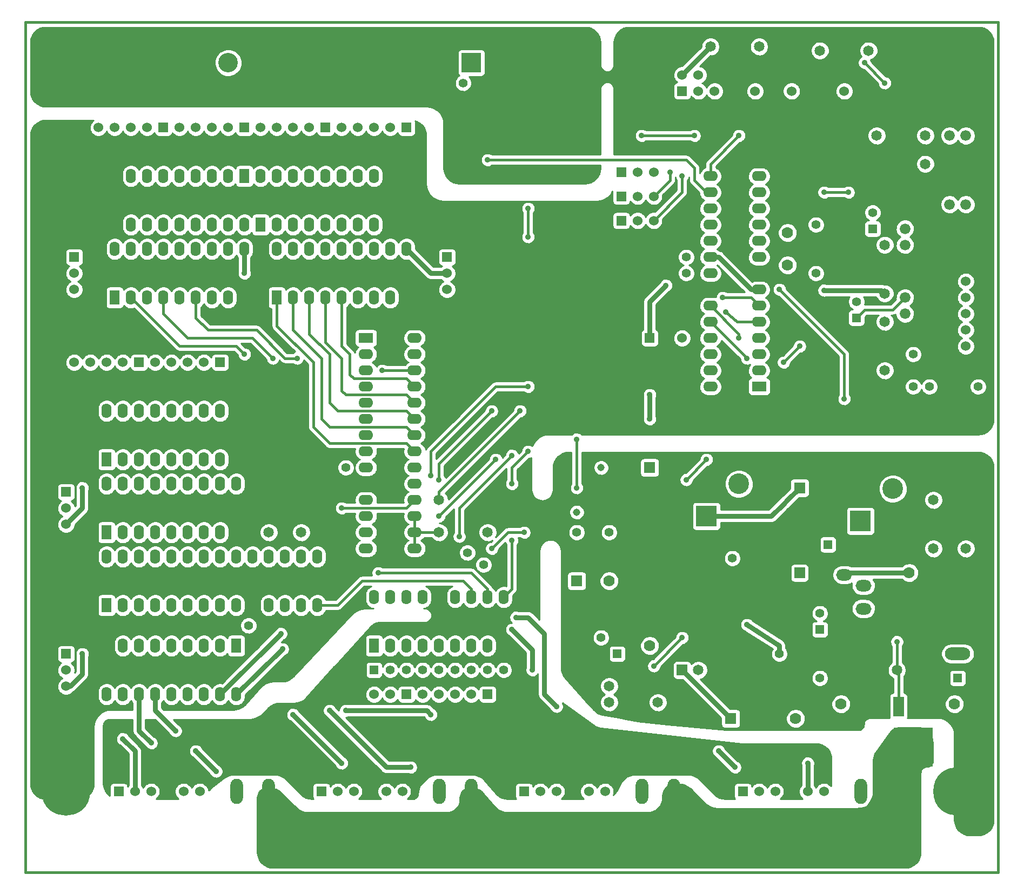
<source format=gbl>
G04 (created by PCBNEW-RS274X (2011-05-25)-stable) date Mon 06 Aug 2012 12:34:40 PM MDT*
G01*
G70*
G90*
%MOIN*%
G04 Gerber Fmt 3.4, Leading zero omitted, Abs format*
%FSLAX34Y34*%
G04 APERTURE LIST*
%ADD10C,0.006000*%
%ADD11C,0.015000*%
%ADD12R,0.120000X0.120000*%
%ADD13C,0.120000*%
%ADD14R,0.060000X0.060000*%
%ADD15C,0.060000*%
%ADD16C,0.066000*%
%ADD17O,0.090000X0.062000*%
%ADD18R,0.090000X0.062000*%
%ADD19O,0.062000X0.090000*%
%ADD20R,0.062000X0.090000*%
%ADD21C,0.070000*%
%ADD22R,0.070000X0.070000*%
%ADD23R,0.055000X0.055000*%
%ADD24C,0.055000*%
%ADD25O,0.156000X0.078000*%
%ADD26R,0.065000X0.065000*%
%ADD27C,0.065000*%
%ADD28O,0.078000X0.156000*%
%ADD29O,0.098400X0.070900*%
%ADD30C,0.300000*%
%ADD31R,0.065000X0.120000*%
%ADD32R,0.240000X0.240000*%
%ADD33R,0.127600X0.127600*%
%ADD34C,0.127600*%
%ADD35C,0.045000*%
%ADD36C,0.035000*%
%ADD37C,0.015800*%
%ADD38C,0.030000*%
%ADD39C,0.010000*%
G04 APERTURE END LIST*
G54D10*
G54D11*
X28250Y-64750D02*
X28250Y-62500D01*
X88250Y-64750D02*
X88250Y-62500D01*
X88250Y-61250D02*
X88250Y-62500D01*
X28250Y-62500D02*
X28250Y-60750D01*
X28250Y-12250D02*
X28250Y-62250D01*
X88250Y-12250D02*
X28250Y-12250D01*
X88250Y-62250D02*
X88250Y-12250D01*
X28250Y-64750D02*
X88250Y-64750D01*
G54D12*
X55750Y-14750D03*
G54D13*
X40750Y-14750D03*
G54D14*
X65000Y-23000D03*
G54D15*
X66000Y-23000D03*
X67000Y-23000D03*
G54D14*
X65000Y-24500D03*
G54D15*
X66000Y-24500D03*
X67000Y-24500D03*
G54D14*
X65000Y-21500D03*
G54D15*
X66000Y-21500D03*
X67000Y-21500D03*
G54D14*
X34000Y-59750D03*
G54D15*
X35000Y-59750D03*
X36000Y-59750D03*
X37000Y-59750D03*
X38000Y-59750D03*
X39000Y-59750D03*
G54D14*
X46500Y-59750D03*
G54D15*
X47500Y-59750D03*
X48500Y-59750D03*
X49500Y-59750D03*
X50500Y-59750D03*
X51500Y-59750D03*
G54D16*
X85250Y-19250D03*
X86250Y-19250D03*
X86250Y-23500D03*
X85250Y-23500D03*
G54D17*
X49250Y-32750D03*
X49250Y-33750D03*
X49250Y-34750D03*
X49250Y-35750D03*
X49250Y-36750D03*
X49250Y-37750D03*
X49250Y-38750D03*
X49250Y-39750D03*
X49250Y-40750D03*
X49250Y-41750D03*
X49250Y-42750D03*
X49250Y-43750D03*
X49250Y-44750D03*
G54D18*
X49250Y-31750D03*
G54D17*
X52250Y-44750D03*
X52250Y-43750D03*
X52250Y-42750D03*
X52250Y-41750D03*
X52250Y-40750D03*
X52250Y-39750D03*
X52250Y-38750D03*
X52250Y-37750D03*
X52250Y-36750D03*
X52250Y-35750D03*
X52250Y-34750D03*
X52250Y-33750D03*
X52250Y-32750D03*
X52250Y-31750D03*
G54D19*
X34250Y-48250D03*
X35250Y-48250D03*
X36250Y-48250D03*
X37250Y-48250D03*
X38250Y-48250D03*
X39250Y-48250D03*
X40250Y-48250D03*
X41250Y-48250D03*
X42250Y-48250D03*
X43250Y-48250D03*
X44250Y-48250D03*
X45250Y-48250D03*
X46250Y-48250D03*
G54D20*
X33250Y-48250D03*
G54D19*
X46250Y-45250D03*
X45250Y-45250D03*
X44250Y-45250D03*
X43250Y-45250D03*
X42250Y-45250D03*
X41250Y-45250D03*
X40250Y-45250D03*
X39250Y-45250D03*
X38250Y-45250D03*
X37250Y-45250D03*
X36250Y-45250D03*
X35250Y-45250D03*
X34250Y-45250D03*
X33250Y-45250D03*
G54D20*
X49750Y-50750D03*
G54D19*
X50750Y-50750D03*
X51750Y-50750D03*
X52750Y-50750D03*
X53750Y-50750D03*
X54750Y-50750D03*
X55750Y-50750D03*
X56750Y-50750D03*
X57750Y-50750D03*
X57750Y-47750D03*
X56750Y-47750D03*
X55750Y-47750D03*
X54750Y-47750D03*
X53750Y-47750D03*
X52750Y-47750D03*
X51750Y-47750D03*
X50750Y-47750D03*
X49750Y-47750D03*
G54D21*
X82750Y-46250D03*
G54D22*
X86750Y-46250D03*
G54D23*
X85750Y-52750D03*
G54D24*
X82750Y-52750D03*
X69000Y-26750D03*
X67000Y-26750D03*
X74750Y-51250D03*
X72750Y-51250D03*
X55250Y-18000D03*
X55250Y-16000D03*
X77000Y-26750D03*
X77000Y-27750D03*
X69850Y-45350D03*
X71850Y-45350D03*
X77000Y-25750D03*
X77000Y-24750D03*
G54D14*
X59000Y-59750D03*
G54D15*
X60000Y-59750D03*
X61000Y-59750D03*
X62000Y-59750D03*
X63000Y-59750D03*
X64000Y-59750D03*
G54D22*
X66750Y-39750D03*
G54D21*
X66750Y-41750D03*
G54D24*
X83000Y-34750D03*
X83000Y-32750D03*
G54D21*
X66750Y-50750D03*
G54D22*
X66750Y-45750D03*
G54D21*
X75750Y-55250D03*
G54D22*
X71750Y-55250D03*
G54D23*
X77250Y-49750D03*
G54D24*
X77250Y-52750D03*
G54D23*
X77750Y-44500D03*
G54D24*
X74750Y-44500D03*
G54D14*
X72500Y-59750D03*
G54D15*
X73500Y-59750D03*
X74500Y-59750D03*
X75500Y-59750D03*
X76500Y-59750D03*
X77500Y-59750D03*
G54D17*
X73500Y-33750D03*
X73500Y-32750D03*
X73500Y-31750D03*
X73500Y-30750D03*
X73500Y-29750D03*
X73500Y-28750D03*
X73500Y-27750D03*
X73500Y-26750D03*
X73500Y-25750D03*
X73500Y-24750D03*
X73500Y-23750D03*
X73500Y-22750D03*
X73500Y-21750D03*
G54D18*
X73500Y-34750D03*
G54D17*
X70500Y-21750D03*
X70500Y-22750D03*
X70500Y-23750D03*
X70500Y-24750D03*
X70500Y-25750D03*
X70500Y-26750D03*
X70500Y-27750D03*
X70500Y-28750D03*
X70500Y-29750D03*
X70500Y-30750D03*
X70500Y-31750D03*
X70500Y-32750D03*
X70500Y-33750D03*
X70500Y-34750D03*
G54D14*
X68750Y-16500D03*
G54D15*
X68750Y-15500D03*
X69750Y-16500D03*
X69750Y-15500D03*
X70750Y-16500D03*
X70750Y-15500D03*
G54D24*
X87000Y-34750D03*
X87000Y-36750D03*
X84000Y-34750D03*
X84000Y-36750D03*
G54D25*
X85750Y-51240D03*
X85750Y-49270D03*
G54D26*
X68750Y-52250D03*
G54D27*
X69750Y-52250D03*
G54D22*
X62250Y-46750D03*
G54D21*
X64250Y-46750D03*
G54D24*
X64250Y-43750D03*
X62250Y-43750D03*
G54D22*
X76000Y-41000D03*
G54D21*
X76000Y-43000D03*
G54D26*
X76000Y-46250D03*
G54D27*
X76000Y-47250D03*
G54D24*
X75250Y-48750D03*
X77250Y-48750D03*
X67000Y-27750D03*
X69000Y-27750D03*
G54D27*
X67250Y-54250D03*
X64250Y-54250D03*
X64250Y-53250D03*
X67250Y-53250D03*
X86250Y-41750D03*
X86250Y-44750D03*
X84250Y-44750D03*
X84250Y-41750D03*
X45250Y-43750D03*
X45250Y-40750D03*
X70500Y-13750D03*
X73500Y-13750D03*
G54D23*
X64750Y-51250D03*
G54D24*
X63750Y-51250D03*
X63750Y-50250D03*
G54D21*
X75250Y-25250D03*
X75250Y-27250D03*
G54D20*
X43750Y-29250D03*
G54D19*
X44750Y-29250D03*
X45750Y-29250D03*
X46750Y-29250D03*
X47750Y-29250D03*
X48750Y-29250D03*
X49750Y-29250D03*
X50750Y-29250D03*
X51750Y-29250D03*
X51750Y-26250D03*
X50750Y-26250D03*
X49750Y-26250D03*
X48750Y-26250D03*
X47750Y-26250D03*
X46750Y-26250D03*
X45750Y-26250D03*
X44750Y-26250D03*
X43750Y-26250D03*
G54D20*
X33750Y-29250D03*
G54D19*
X34750Y-29250D03*
X35750Y-29250D03*
X36750Y-29250D03*
X37750Y-29250D03*
X38750Y-29250D03*
X39750Y-29250D03*
X40750Y-29250D03*
X41750Y-29250D03*
X41750Y-26250D03*
X40750Y-26250D03*
X39750Y-26250D03*
X38750Y-26250D03*
X37750Y-26250D03*
X36750Y-26250D03*
X35750Y-26250D03*
X34750Y-26250D03*
X33750Y-26250D03*
G54D20*
X33250Y-43750D03*
G54D19*
X34250Y-43750D03*
X35250Y-43750D03*
X36250Y-43750D03*
X37250Y-43750D03*
X38250Y-43750D03*
X39250Y-43750D03*
X40250Y-43750D03*
X41250Y-43750D03*
X41250Y-40750D03*
X40250Y-40750D03*
X39250Y-40750D03*
X38250Y-40750D03*
X37250Y-40750D03*
X36250Y-40750D03*
X35250Y-40750D03*
X34250Y-40750D03*
X33250Y-40750D03*
G54D20*
X41250Y-50750D03*
G54D19*
X40250Y-50750D03*
X39250Y-50750D03*
X38250Y-50750D03*
X37250Y-50750D03*
X36250Y-50750D03*
X35250Y-50750D03*
X34250Y-50750D03*
X33250Y-50750D03*
X33250Y-53750D03*
X34250Y-53750D03*
X35250Y-53750D03*
X36250Y-53750D03*
X37250Y-53750D03*
X38250Y-53750D03*
X39250Y-53750D03*
X40250Y-53750D03*
X41250Y-53750D03*
G54D27*
X83750Y-21000D03*
X80750Y-21000D03*
X83750Y-19250D03*
X80750Y-19250D03*
X53750Y-43750D03*
X56750Y-43750D03*
G54D28*
X41270Y-59750D03*
X43240Y-59750D03*
X79760Y-59750D03*
X81730Y-59750D03*
X53760Y-59750D03*
X55730Y-59750D03*
X66260Y-59750D03*
X68230Y-59750D03*
G54D20*
X41750Y-21750D03*
G54D19*
X40750Y-21750D03*
X39750Y-21750D03*
X38750Y-21750D03*
X37750Y-21750D03*
X36750Y-21750D03*
X35750Y-21750D03*
X34750Y-21750D03*
X34750Y-24750D03*
X35750Y-24750D03*
X36750Y-24750D03*
X37750Y-24750D03*
X38750Y-24750D03*
X39750Y-24750D03*
X40750Y-24750D03*
X41750Y-24750D03*
G54D20*
X42750Y-24750D03*
G54D19*
X43750Y-24750D03*
X44750Y-24750D03*
X45750Y-24750D03*
X46750Y-24750D03*
X47750Y-24750D03*
X48750Y-24750D03*
X49750Y-24750D03*
X49750Y-21750D03*
X48750Y-21750D03*
X47750Y-21750D03*
X46750Y-21750D03*
X45750Y-21750D03*
X44750Y-21750D03*
X43750Y-21750D03*
X42750Y-21750D03*
G54D14*
X86250Y-33250D03*
G54D15*
X86250Y-32250D03*
X86250Y-31250D03*
X86250Y-30250D03*
X86250Y-29250D03*
X86250Y-28250D03*
G54D29*
X78754Y-47750D03*
X78754Y-46372D03*
X78754Y-49128D03*
X79935Y-48459D03*
X79935Y-47041D03*
G54D30*
X30750Y-14750D03*
X85750Y-14750D03*
X30750Y-59750D03*
X85750Y-59750D03*
G54D23*
X49750Y-52250D03*
G54D24*
X50750Y-52250D03*
X51750Y-52250D03*
X52750Y-52250D03*
X53750Y-52250D03*
X54750Y-52250D03*
X55750Y-52250D03*
X56750Y-52250D03*
X57750Y-52250D03*
G54D27*
X81250Y-29000D03*
X81250Y-26000D03*
X81250Y-30750D03*
X81250Y-33750D03*
X53750Y-41750D03*
X56750Y-41750D03*
X43250Y-43750D03*
X43250Y-40750D03*
G54D14*
X51750Y-53750D03*
G54D15*
X50750Y-53750D03*
X49750Y-53750D03*
G54D14*
X54250Y-26750D03*
G54D15*
X54250Y-27750D03*
X54250Y-28750D03*
G54D14*
X31250Y-26750D03*
G54D15*
X31250Y-27750D03*
X31250Y-28750D03*
G54D14*
X30750Y-41250D03*
G54D15*
X30750Y-42250D03*
X30750Y-43250D03*
G54D14*
X30750Y-51250D03*
G54D15*
X30750Y-52250D03*
X30750Y-53250D03*
G54D16*
X82500Y-30250D03*
X82500Y-29250D03*
X82500Y-26000D03*
X82500Y-25000D03*
G54D20*
X33250Y-39250D03*
G54D19*
X34250Y-39250D03*
X35250Y-39250D03*
X36250Y-39250D03*
X37250Y-39250D03*
X38250Y-39250D03*
X39250Y-39250D03*
X40250Y-39250D03*
X40250Y-36250D03*
X39250Y-36250D03*
X38250Y-36250D03*
X37250Y-36250D03*
X36250Y-36250D03*
X35250Y-36250D03*
X34250Y-36250D03*
X33250Y-36250D03*
G54D14*
X41750Y-18750D03*
G54D15*
X40750Y-18750D03*
X39750Y-18750D03*
X38750Y-18750D03*
X37750Y-18750D03*
G54D14*
X51750Y-18750D03*
G54D15*
X50750Y-18750D03*
X49750Y-18750D03*
X48750Y-18750D03*
X47750Y-18750D03*
G54D14*
X56750Y-53750D03*
G54D15*
X55750Y-53750D03*
X54750Y-53750D03*
X53750Y-53750D03*
X52750Y-53750D03*
G54D14*
X40250Y-33250D03*
G54D15*
X39250Y-33250D03*
X38250Y-33250D03*
X37250Y-33250D03*
X36250Y-33250D03*
G54D23*
X79500Y-30500D03*
G54D24*
X79500Y-29500D03*
X78500Y-29500D03*
G54D23*
X80500Y-25000D03*
G54D24*
X80500Y-24000D03*
X79500Y-24000D03*
G54D14*
X75500Y-15500D03*
G54D15*
X75500Y-16500D03*
G54D14*
X73250Y-15500D03*
G54D15*
X73250Y-16500D03*
G54D14*
X36750Y-18750D03*
G54D15*
X35750Y-18750D03*
X34750Y-18750D03*
X33750Y-18750D03*
X32750Y-18750D03*
G54D14*
X46750Y-18750D03*
G54D15*
X45750Y-18750D03*
X44750Y-18750D03*
X43750Y-18750D03*
X42750Y-18750D03*
G54D14*
X35250Y-33250D03*
G54D15*
X34250Y-33250D03*
X33250Y-33250D03*
X32250Y-33250D03*
X31250Y-33250D03*
G54D27*
X77250Y-14000D03*
X80250Y-14000D03*
G54D14*
X66750Y-31750D03*
G54D15*
X67750Y-31750D03*
X68750Y-31750D03*
G54D14*
X78750Y-17500D03*
G54D15*
X78750Y-16500D03*
X78750Y-15500D03*
G54D31*
X82100Y-54500D03*
G54D32*
X83000Y-57000D03*
G54D31*
X83900Y-54500D03*
G54D21*
X78550Y-54350D03*
X85550Y-54350D03*
G54D33*
X70250Y-42750D03*
G54D34*
X72250Y-40750D03*
G54D33*
X79750Y-43050D03*
G54D34*
X81750Y-41050D03*
G54D24*
X42000Y-49500D03*
X43000Y-49500D03*
X48000Y-39750D03*
X47000Y-39750D03*
X54500Y-45000D03*
X55500Y-45000D03*
X56500Y-45750D03*
X57500Y-45750D03*
G54D27*
X79000Y-52250D03*
X82000Y-52250D03*
G54D35*
X63750Y-39750D03*
X62250Y-42500D03*
G54D36*
X58250Y-44250D03*
X58250Y-40750D03*
X59250Y-38750D03*
X59250Y-23750D03*
X57250Y-39250D03*
X59250Y-25500D03*
X53750Y-42750D03*
X50000Y-46250D03*
X53250Y-40250D03*
X59250Y-34750D03*
X71450Y-30150D03*
X62250Y-38000D03*
X62250Y-41000D03*
X59000Y-43750D03*
X57000Y-44750D03*
X71250Y-29250D03*
X58750Y-36250D03*
X52250Y-41750D03*
X47750Y-42250D03*
X55000Y-44000D03*
X58250Y-39000D03*
X57000Y-36250D03*
X53750Y-40500D03*
X72750Y-33000D03*
X74750Y-28750D03*
X78750Y-35500D03*
X82000Y-50500D03*
X72250Y-31750D03*
X70250Y-39250D03*
X69000Y-40500D03*
X68750Y-50250D03*
X67000Y-52000D03*
X63000Y-14000D03*
X72500Y-52750D03*
X68750Y-21750D03*
X76000Y-32250D03*
X75000Y-33250D03*
X66250Y-19250D03*
X69500Y-19250D03*
X72250Y-19250D03*
X68000Y-21500D03*
X56750Y-20750D03*
X77500Y-22750D03*
X79000Y-22750D03*
X81250Y-16000D03*
X80000Y-14750D03*
X45000Y-33000D03*
X41750Y-27750D03*
X50250Y-33750D03*
X41750Y-32750D03*
X43500Y-33000D03*
X77500Y-28800D03*
X31750Y-41000D03*
X72750Y-49450D03*
X66750Y-36750D03*
X66750Y-35250D03*
X67750Y-28500D03*
X31750Y-51250D03*
X34250Y-56500D03*
X36000Y-56750D03*
X40000Y-58500D03*
X38750Y-57250D03*
X37500Y-56000D03*
X44750Y-55000D03*
X47750Y-58000D03*
X53250Y-55000D03*
X48000Y-54750D03*
X52000Y-58250D03*
X47000Y-54750D03*
X72000Y-58250D03*
X71000Y-57250D03*
X61000Y-54500D03*
X58500Y-49000D03*
X44000Y-50000D03*
X44100Y-50950D03*
X58250Y-49750D03*
X59500Y-52250D03*
X76500Y-58000D03*
G54D37*
X58250Y-47250D02*
X58250Y-44250D01*
X58250Y-40750D02*
X58250Y-39750D01*
X58250Y-39750D02*
X59250Y-38750D01*
X57750Y-47750D02*
X58250Y-47250D01*
X59250Y-23750D02*
X59250Y-25500D01*
X53750Y-42750D02*
X57250Y-39250D01*
X59250Y-25500D02*
X59250Y-25250D01*
X56750Y-47250D02*
X56750Y-47750D01*
X55750Y-46250D02*
X56750Y-47250D01*
X50000Y-46250D02*
X55750Y-46250D01*
X53250Y-40250D02*
X53250Y-38750D01*
X53250Y-38750D02*
X56750Y-35250D01*
X57250Y-34750D02*
X59250Y-34750D01*
X56750Y-35250D02*
X57250Y-34750D01*
X73500Y-30750D02*
X72150Y-30750D01*
X72150Y-30750D02*
X71450Y-30150D01*
X62250Y-41000D02*
X62250Y-38000D01*
X59000Y-43750D02*
X58000Y-43750D01*
X58000Y-43750D02*
X57000Y-44750D01*
X53750Y-41750D02*
X53750Y-41250D01*
X73000Y-29250D02*
X73500Y-29750D01*
X71250Y-29250D02*
X73000Y-29250D01*
X53750Y-41250D02*
X58750Y-36250D01*
X52250Y-41750D02*
X51750Y-42250D01*
X51750Y-42250D02*
X47750Y-42250D01*
X55000Y-42250D02*
X58250Y-39000D01*
X55000Y-44000D02*
X55000Y-42250D01*
X46250Y-48250D02*
X47250Y-48250D01*
X55750Y-47250D02*
X55750Y-47750D01*
X55250Y-46750D02*
X55750Y-47250D01*
X49000Y-46750D02*
X55250Y-46750D01*
X47500Y-48250D02*
X49000Y-46750D01*
X47250Y-48250D02*
X47500Y-48250D01*
X53750Y-40500D02*
X53750Y-39500D01*
X53750Y-39500D02*
X57000Y-36250D01*
X72500Y-32750D02*
X70500Y-30750D01*
X72750Y-33000D02*
X72500Y-32750D01*
X82100Y-52350D02*
X82100Y-54500D01*
X82000Y-52250D02*
X82100Y-52350D01*
X82000Y-52250D02*
X82000Y-50500D01*
X74750Y-28750D02*
X78750Y-32750D01*
X78750Y-32750D02*
X78750Y-35500D01*
X82000Y-54350D02*
X82100Y-54500D01*
X72250Y-31500D02*
X70500Y-29750D01*
X72250Y-31750D02*
X72250Y-31500D01*
X69000Y-40500D02*
X70250Y-39250D01*
X67000Y-52000D02*
X68750Y-50250D01*
X67000Y-24500D02*
X68750Y-22750D01*
X68750Y-22750D02*
X68750Y-21750D01*
X75000Y-33250D02*
X76000Y-32250D01*
X66250Y-19250D02*
X69500Y-19250D01*
X70500Y-21000D02*
X70500Y-21750D01*
X72250Y-19250D02*
X70500Y-21000D01*
X68000Y-22000D02*
X67000Y-23000D01*
X68000Y-21500D02*
X68000Y-22000D01*
X70500Y-22750D02*
X70250Y-22750D01*
X69000Y-20750D02*
X56750Y-20750D01*
X69500Y-21250D02*
X69000Y-20750D01*
X69500Y-22000D02*
X69500Y-21250D01*
X70250Y-22750D02*
X69500Y-22000D01*
X77500Y-22750D02*
X77500Y-22750D01*
X79000Y-22750D02*
X77500Y-22750D01*
X81250Y-16000D02*
X80000Y-14750D01*
X79500Y-30500D02*
X80000Y-30000D01*
X81750Y-30000D02*
X82500Y-29250D01*
X80000Y-30000D02*
X81750Y-30000D01*
G54D38*
X51750Y-26250D02*
X53250Y-27750D01*
X53250Y-27750D02*
X54250Y-27750D01*
G54D37*
X38750Y-30500D02*
X38750Y-29250D01*
X39500Y-31250D02*
X38750Y-30500D01*
X42500Y-31250D02*
X39500Y-31250D01*
X44250Y-33000D02*
X42500Y-31250D01*
X44500Y-33000D02*
X44250Y-33000D01*
X45000Y-33000D02*
X44500Y-33000D01*
G54D38*
X41750Y-26250D02*
X41750Y-27750D01*
G54D37*
X44750Y-29250D02*
X44750Y-31250D01*
X51750Y-37250D02*
X52250Y-37750D01*
X47000Y-37250D02*
X51750Y-37250D01*
X46500Y-36750D02*
X47000Y-37250D01*
X46500Y-33000D02*
X46500Y-36750D01*
X44750Y-31250D02*
X46500Y-33000D01*
X52250Y-33750D02*
X50250Y-33750D01*
X37750Y-32250D02*
X34750Y-29250D01*
X41250Y-32250D02*
X37750Y-32250D01*
X41750Y-32750D02*
X41250Y-32250D01*
X36750Y-30250D02*
X36750Y-29250D01*
X38250Y-31750D02*
X36750Y-30250D01*
X42250Y-31750D02*
X38250Y-31750D01*
X43500Y-33000D02*
X42250Y-31750D01*
X52250Y-38750D02*
X51750Y-38250D01*
X43750Y-31000D02*
X43750Y-29250D01*
X46000Y-33250D02*
X43750Y-31000D01*
X46000Y-37250D02*
X46000Y-33250D01*
X47000Y-38250D02*
X46000Y-37250D01*
X51750Y-38250D02*
X47000Y-38250D01*
X45750Y-29250D02*
X45750Y-31250D01*
X51750Y-36250D02*
X52250Y-36750D01*
X47500Y-36250D02*
X51750Y-36250D01*
X47000Y-35750D02*
X47500Y-36250D01*
X47000Y-32750D02*
X47000Y-35750D01*
X45750Y-31500D02*
X47000Y-32750D01*
X45750Y-31250D02*
X45750Y-31500D01*
X46750Y-29250D02*
X46750Y-31250D01*
X51750Y-35250D02*
X52250Y-35750D01*
X48000Y-35250D02*
X51750Y-35250D01*
X47750Y-35000D02*
X48000Y-35250D01*
X47750Y-33000D02*
X47750Y-35000D01*
X46750Y-32000D02*
X47750Y-33000D01*
X46750Y-31250D02*
X46750Y-32000D01*
X47750Y-29250D02*
X47750Y-31750D01*
X51750Y-34250D02*
X52250Y-34750D01*
X48500Y-34250D02*
X51750Y-34250D01*
X48250Y-34000D02*
X48500Y-34250D01*
X48250Y-32750D02*
X48250Y-34000D01*
X47750Y-32250D02*
X48250Y-32750D01*
X47750Y-31750D02*
X47750Y-32250D01*
X53750Y-43750D02*
X52250Y-43750D01*
X52250Y-43750D02*
X52250Y-42750D01*
X52250Y-42750D02*
X52250Y-44750D01*
X78754Y-46372D02*
X78878Y-46372D01*
X78878Y-46372D02*
X79000Y-46250D01*
G54D38*
X79000Y-46250D02*
X82750Y-46250D01*
X68750Y-52250D02*
X71750Y-55250D01*
X76000Y-41000D02*
X75250Y-41750D01*
X75250Y-41750D02*
X75000Y-42000D01*
X75250Y-41750D02*
X75000Y-42000D01*
X75000Y-42000D02*
X74250Y-42750D01*
X74250Y-42750D02*
X70250Y-42750D01*
X77500Y-28800D02*
X81050Y-28800D01*
X81050Y-28800D02*
X81250Y-29000D01*
X31750Y-41000D02*
X31750Y-42250D01*
X31750Y-42250D02*
X30750Y-43250D01*
X74750Y-51250D02*
X74750Y-50750D01*
X74750Y-50750D02*
X72750Y-49450D01*
X66750Y-35250D02*
X66750Y-36750D01*
X70500Y-26750D02*
X71000Y-26750D01*
X71000Y-26750D02*
X73000Y-28750D01*
X73000Y-28750D02*
X73500Y-28750D01*
X66750Y-31750D02*
X66750Y-29500D01*
X66750Y-29500D02*
X67750Y-28500D01*
X30750Y-53250D02*
X31000Y-53250D01*
X31000Y-53250D02*
X31750Y-52500D01*
X31750Y-52500D02*
X31750Y-51250D01*
X70500Y-13750D02*
X68750Y-15500D01*
X35000Y-57250D02*
X35000Y-59750D01*
X34250Y-56500D02*
X35000Y-57250D01*
X35250Y-56000D02*
X35250Y-53750D01*
X36000Y-56750D02*
X35250Y-56000D01*
X40000Y-58500D02*
X38750Y-57250D01*
X37500Y-56000D02*
X36250Y-54750D01*
X36250Y-54750D02*
X36250Y-53750D01*
X44750Y-55000D02*
X47750Y-58000D01*
X53250Y-55000D02*
X53000Y-54750D01*
X53000Y-54750D02*
X48000Y-54750D01*
X52000Y-58250D02*
X50500Y-58250D01*
X50500Y-58250D02*
X47000Y-54750D01*
X71000Y-57250D02*
X72000Y-58250D01*
X40250Y-53750D02*
X44000Y-50000D01*
X60250Y-53750D02*
X61000Y-54500D01*
X60250Y-50000D02*
X60250Y-53750D01*
X59250Y-49000D02*
X60250Y-50000D01*
X58500Y-49000D02*
X59250Y-49000D01*
X41250Y-53750D02*
X44100Y-50950D01*
X59500Y-51000D02*
X58250Y-49750D01*
X59500Y-52250D02*
X59500Y-51000D01*
X76500Y-58000D02*
X76500Y-59750D01*
G54D10*
G36*
X84200Y-57873D02*
X84194Y-57938D01*
X84175Y-58000D01*
X84145Y-58055D01*
X84104Y-58104D01*
X84055Y-58145D01*
X84000Y-58175D01*
X83938Y-58194D01*
X83792Y-58208D01*
X83712Y-58233D01*
X83639Y-58271D01*
X83574Y-58324D01*
X83521Y-58389D01*
X83483Y-58462D01*
X83458Y-58542D01*
X83450Y-58623D01*
X83450Y-63498D01*
X83432Y-63685D01*
X83378Y-63864D01*
X83289Y-64028D01*
X83171Y-64171D01*
X83028Y-64289D01*
X82864Y-64378D01*
X82708Y-64425D01*
X43291Y-64425D01*
X43136Y-64378D01*
X42972Y-64289D01*
X42829Y-64171D01*
X42711Y-64028D01*
X42622Y-63864D01*
X42568Y-63685D01*
X42550Y-63498D01*
X42550Y-60127D01*
X42561Y-60013D01*
X42594Y-59905D01*
X42647Y-59806D01*
X42719Y-59719D01*
X42806Y-59647D01*
X42905Y-59594D01*
X43013Y-59561D01*
X43127Y-59550D01*
X43334Y-59550D01*
X43521Y-59568D01*
X43699Y-59622D01*
X43863Y-59711D01*
X44009Y-59830D01*
X44923Y-60744D01*
X45081Y-60873D01*
X45263Y-60970D01*
X45459Y-61030D01*
X45662Y-61050D01*
X54252Y-61050D01*
X54406Y-61035D01*
X54556Y-60989D01*
X54695Y-60916D01*
X54816Y-60816D01*
X54916Y-60695D01*
X54989Y-60556D01*
X55035Y-60406D01*
X55050Y-60252D01*
X55050Y-60127D01*
X55061Y-60013D01*
X55094Y-59905D01*
X55147Y-59806D01*
X55219Y-59719D01*
X55306Y-59647D01*
X55405Y-59594D01*
X55513Y-59561D01*
X55627Y-59550D01*
X55780Y-59550D01*
X55947Y-59564D01*
X56108Y-59608D01*
X56258Y-59678D01*
X56394Y-59774D01*
X56513Y-59894D01*
X57163Y-60674D01*
X57292Y-60802D01*
X57442Y-60908D01*
X57608Y-60986D01*
X57785Y-61034D01*
X57966Y-61050D01*
X66627Y-61050D01*
X66806Y-61032D01*
X66979Y-60979D01*
X67139Y-60895D01*
X67280Y-60780D01*
X67395Y-60639D01*
X67479Y-60479D01*
X67532Y-60306D01*
X67550Y-60127D01*
X67550Y-60002D01*
X67563Y-59864D01*
X67603Y-59732D01*
X67668Y-59611D01*
X67756Y-59506D01*
X67861Y-59418D01*
X67982Y-59353D01*
X68114Y-59313D01*
X68252Y-59300D01*
X68584Y-59300D01*
X68771Y-59318D01*
X68949Y-59372D01*
X69113Y-59461D01*
X69259Y-59580D01*
X70173Y-60494D01*
X70331Y-60623D01*
X70513Y-60720D01*
X70709Y-60780D01*
X70912Y-60800D01*
X79502Y-60800D01*
X79704Y-60780D01*
X79705Y-60780D01*
X79818Y-60781D01*
X79940Y-60758D01*
X80056Y-60711D01*
X80161Y-60643D01*
X80250Y-60556D01*
X80321Y-60453D01*
X80370Y-60338D01*
X80370Y-60337D01*
X80373Y-60334D01*
X80470Y-60152D01*
X80530Y-59955D01*
X80550Y-59752D01*
X80550Y-57822D01*
X80562Y-57674D01*
X80596Y-57530D01*
X80651Y-57394D01*
X80728Y-57266D01*
X81490Y-56200D01*
X81610Y-56061D01*
X81752Y-55950D01*
X81912Y-55868D01*
X82085Y-55817D01*
X82267Y-55800D01*
X83248Y-55800D01*
X83435Y-55818D01*
X83614Y-55872D01*
X83778Y-55961D01*
X83921Y-56079D01*
X84039Y-56222D01*
X84128Y-56386D01*
X84182Y-56565D01*
X84200Y-56752D01*
X84200Y-57873D01*
X84200Y-57873D01*
G37*
G54D39*
X84200Y-57873D02*
X84194Y-57938D01*
X84175Y-58000D01*
X84145Y-58055D01*
X84104Y-58104D01*
X84055Y-58145D01*
X84000Y-58175D01*
X83938Y-58194D01*
X83792Y-58208D01*
X83712Y-58233D01*
X83639Y-58271D01*
X83574Y-58324D01*
X83521Y-58389D01*
X83483Y-58462D01*
X83458Y-58542D01*
X83450Y-58623D01*
X83450Y-63498D01*
X83432Y-63685D01*
X83378Y-63864D01*
X83289Y-64028D01*
X83171Y-64171D01*
X83028Y-64289D01*
X82864Y-64378D01*
X82708Y-64425D01*
X43291Y-64425D01*
X43136Y-64378D01*
X42972Y-64289D01*
X42829Y-64171D01*
X42711Y-64028D01*
X42622Y-63864D01*
X42568Y-63685D01*
X42550Y-63498D01*
X42550Y-60127D01*
X42561Y-60013D01*
X42594Y-59905D01*
X42647Y-59806D01*
X42719Y-59719D01*
X42806Y-59647D01*
X42905Y-59594D01*
X43013Y-59561D01*
X43127Y-59550D01*
X43334Y-59550D01*
X43521Y-59568D01*
X43699Y-59622D01*
X43863Y-59711D01*
X44009Y-59830D01*
X44923Y-60744D01*
X45081Y-60873D01*
X45263Y-60970D01*
X45459Y-61030D01*
X45662Y-61050D01*
X54252Y-61050D01*
X54406Y-61035D01*
X54556Y-60989D01*
X54695Y-60916D01*
X54816Y-60816D01*
X54916Y-60695D01*
X54989Y-60556D01*
X55035Y-60406D01*
X55050Y-60252D01*
X55050Y-60127D01*
X55061Y-60013D01*
X55094Y-59905D01*
X55147Y-59806D01*
X55219Y-59719D01*
X55306Y-59647D01*
X55405Y-59594D01*
X55513Y-59561D01*
X55627Y-59550D01*
X55780Y-59550D01*
X55947Y-59564D01*
X56108Y-59608D01*
X56258Y-59678D01*
X56394Y-59774D01*
X56513Y-59894D01*
X57163Y-60674D01*
X57292Y-60802D01*
X57442Y-60908D01*
X57608Y-60986D01*
X57785Y-61034D01*
X57966Y-61050D01*
X66627Y-61050D01*
X66806Y-61032D01*
X66979Y-60979D01*
X67139Y-60895D01*
X67280Y-60780D01*
X67395Y-60639D01*
X67479Y-60479D01*
X67532Y-60306D01*
X67550Y-60127D01*
X67550Y-60002D01*
X67563Y-59864D01*
X67603Y-59732D01*
X67668Y-59611D01*
X67756Y-59506D01*
X67861Y-59418D01*
X67982Y-59353D01*
X68114Y-59313D01*
X68252Y-59300D01*
X68584Y-59300D01*
X68771Y-59318D01*
X68949Y-59372D01*
X69113Y-59461D01*
X69259Y-59580D01*
X70173Y-60494D01*
X70331Y-60623D01*
X70513Y-60720D01*
X70709Y-60780D01*
X70912Y-60800D01*
X79502Y-60800D01*
X79704Y-60780D01*
X79705Y-60780D01*
X79818Y-60781D01*
X79940Y-60758D01*
X80056Y-60711D01*
X80161Y-60643D01*
X80250Y-60556D01*
X80321Y-60453D01*
X80370Y-60338D01*
X80370Y-60337D01*
X80373Y-60334D01*
X80470Y-60152D01*
X80530Y-59955D01*
X80550Y-59752D01*
X80550Y-57822D01*
X80562Y-57674D01*
X80596Y-57530D01*
X80651Y-57394D01*
X80728Y-57266D01*
X81490Y-56200D01*
X81610Y-56061D01*
X81752Y-55950D01*
X81912Y-55868D01*
X82085Y-55817D01*
X82267Y-55800D01*
X83248Y-55800D01*
X83435Y-55818D01*
X83614Y-55872D01*
X83778Y-55961D01*
X83921Y-56079D01*
X84039Y-56222D01*
X84128Y-56386D01*
X84182Y-56565D01*
X84200Y-56752D01*
X84200Y-57873D01*
G54D10*
G36*
X87925Y-61708D02*
X87878Y-61864D01*
X87789Y-62028D01*
X87671Y-62171D01*
X87528Y-62289D01*
X87364Y-62378D01*
X87185Y-62432D01*
X86998Y-62450D01*
X86824Y-62450D01*
X86824Y-44694D01*
X86802Y-44584D01*
X86759Y-44479D01*
X86697Y-44386D01*
X86618Y-44306D01*
X86525Y-44243D01*
X86421Y-44199D01*
X86311Y-44176D01*
X86198Y-44176D01*
X86087Y-44197D01*
X85983Y-44239D01*
X85889Y-44300D01*
X85808Y-44379D01*
X85745Y-44472D01*
X85700Y-44575D01*
X85677Y-44685D01*
X85675Y-44798D01*
X85696Y-44909D01*
X85737Y-45013D01*
X85798Y-45108D01*
X85876Y-45189D01*
X85968Y-45253D01*
X86072Y-45298D01*
X86181Y-45323D01*
X86294Y-45325D01*
X86405Y-45306D01*
X86510Y-45265D01*
X86605Y-45205D01*
X86686Y-45127D01*
X86751Y-45035D01*
X86797Y-44932D01*
X86822Y-44823D01*
X86824Y-44694D01*
X86824Y-62450D01*
X86781Y-62450D01*
X86781Y-51182D01*
X86758Y-51060D01*
X86711Y-50944D01*
X86643Y-50839D01*
X86556Y-50750D01*
X86453Y-50679D01*
X86338Y-50630D01*
X86216Y-50604D01*
X86091Y-50602D01*
X85294Y-50603D01*
X85171Y-50627D01*
X85056Y-50675D01*
X84952Y-50744D01*
X84863Y-50832D01*
X84824Y-50889D01*
X84824Y-44694D01*
X84824Y-41694D01*
X84802Y-41584D01*
X84759Y-41479D01*
X84697Y-41386D01*
X84618Y-41306D01*
X84525Y-41243D01*
X84421Y-41199D01*
X84311Y-41176D01*
X84198Y-41176D01*
X84087Y-41197D01*
X83983Y-41239D01*
X83889Y-41300D01*
X83808Y-41379D01*
X83745Y-41472D01*
X83700Y-41575D01*
X83677Y-41685D01*
X83675Y-41798D01*
X83696Y-41909D01*
X83737Y-42013D01*
X83798Y-42108D01*
X83876Y-42189D01*
X83968Y-42253D01*
X84072Y-42298D01*
X84181Y-42323D01*
X84294Y-42325D01*
X84405Y-42306D01*
X84510Y-42265D01*
X84605Y-42205D01*
X84686Y-42127D01*
X84751Y-42035D01*
X84797Y-41932D01*
X84822Y-41823D01*
X84824Y-41694D01*
X84824Y-44694D01*
X84802Y-44584D01*
X84759Y-44479D01*
X84697Y-44386D01*
X84618Y-44306D01*
X84525Y-44243D01*
X84421Y-44199D01*
X84311Y-44176D01*
X84198Y-44176D01*
X84087Y-44197D01*
X83983Y-44239D01*
X83889Y-44300D01*
X83808Y-44379D01*
X83745Y-44472D01*
X83700Y-44575D01*
X83677Y-44685D01*
X83675Y-44798D01*
X83696Y-44909D01*
X83737Y-45013D01*
X83798Y-45108D01*
X83876Y-45189D01*
X83968Y-45253D01*
X84072Y-45298D01*
X84181Y-45323D01*
X84294Y-45325D01*
X84405Y-45306D01*
X84510Y-45265D01*
X84605Y-45205D01*
X84686Y-45127D01*
X84751Y-45035D01*
X84797Y-44932D01*
X84822Y-44823D01*
X84824Y-44694D01*
X84824Y-50889D01*
X84793Y-50935D01*
X84745Y-51050D01*
X84720Y-51173D01*
X84719Y-51298D01*
X84742Y-51420D01*
X84789Y-51536D01*
X84857Y-51641D01*
X84944Y-51730D01*
X85047Y-51801D01*
X85162Y-51850D01*
X85284Y-51876D01*
X85409Y-51878D01*
X86206Y-51877D01*
X86329Y-51853D01*
X86444Y-51805D01*
X86548Y-51736D01*
X86637Y-51648D01*
X86707Y-51545D01*
X86755Y-51430D01*
X86780Y-51307D01*
X86781Y-51182D01*
X86781Y-62450D01*
X86502Y-62450D01*
X86315Y-62432D01*
X86275Y-62419D01*
X86275Y-53052D01*
X86275Y-53003D01*
X86275Y-52451D01*
X86266Y-52403D01*
X86247Y-52358D01*
X86220Y-52317D01*
X86185Y-52282D01*
X86145Y-52254D01*
X86100Y-52235D01*
X86052Y-52225D01*
X86003Y-52225D01*
X85451Y-52225D01*
X85403Y-52234D01*
X85358Y-52253D01*
X85317Y-52280D01*
X85282Y-52315D01*
X85254Y-52355D01*
X85235Y-52400D01*
X85225Y-52448D01*
X85225Y-52497D01*
X85225Y-53049D01*
X85234Y-53097D01*
X85253Y-53142D01*
X85280Y-53183D01*
X85315Y-53218D01*
X85355Y-53246D01*
X85400Y-53265D01*
X85448Y-53275D01*
X85497Y-53275D01*
X86049Y-53275D01*
X86097Y-53266D01*
X86142Y-53247D01*
X86183Y-53220D01*
X86218Y-53185D01*
X86246Y-53145D01*
X86265Y-53100D01*
X86275Y-53052D01*
X86275Y-62419D01*
X86149Y-62381D01*
X86149Y-54291D01*
X86126Y-54176D01*
X86081Y-54067D01*
X86016Y-53969D01*
X85933Y-53886D01*
X85836Y-53820D01*
X85728Y-53775D01*
X85613Y-53751D01*
X85495Y-53751D01*
X85380Y-53773D01*
X85271Y-53817D01*
X85173Y-53881D01*
X85089Y-53963D01*
X85022Y-54060D01*
X84976Y-54168D01*
X84952Y-54283D01*
X84950Y-54401D01*
X84971Y-54516D01*
X85015Y-54625D01*
X85078Y-54724D01*
X85160Y-54809D01*
X85257Y-54876D01*
X85364Y-54923D01*
X85479Y-54948D01*
X85596Y-54950D01*
X85712Y-54930D01*
X85822Y-54887D01*
X85921Y-54824D01*
X86006Y-54743D01*
X86073Y-54647D01*
X86121Y-54540D01*
X86147Y-54425D01*
X86149Y-54291D01*
X86149Y-62381D01*
X86136Y-62378D01*
X85972Y-62289D01*
X85829Y-62171D01*
X85711Y-62028D01*
X85622Y-61864D01*
X85568Y-61685D01*
X85550Y-61498D01*
X85550Y-56248D01*
X85530Y-56045D01*
X85470Y-55848D01*
X85373Y-55666D01*
X85243Y-55507D01*
X85084Y-55377D01*
X84902Y-55280D01*
X84705Y-55220D01*
X84502Y-55200D01*
X83349Y-55200D01*
X83349Y-46191D01*
X83326Y-46076D01*
X83281Y-45967D01*
X83216Y-45869D01*
X83133Y-45786D01*
X83036Y-45720D01*
X82928Y-45675D01*
X82813Y-45651D01*
X82695Y-45651D01*
X82638Y-45661D01*
X82638Y-40963D01*
X82604Y-40792D01*
X82538Y-40631D01*
X82441Y-40486D01*
X82319Y-40363D01*
X82174Y-40265D01*
X82014Y-40198D01*
X81843Y-40163D01*
X81669Y-40161D01*
X81498Y-40194D01*
X81337Y-40259D01*
X81191Y-40355D01*
X81067Y-40476D01*
X80968Y-40620D01*
X80900Y-40780D01*
X80863Y-40950D01*
X80861Y-41125D01*
X80892Y-41296D01*
X80956Y-41458D01*
X81051Y-41604D01*
X81172Y-41729D01*
X81315Y-41829D01*
X81474Y-41899D01*
X81644Y-41936D01*
X81818Y-41940D01*
X81990Y-41909D01*
X82152Y-41846D01*
X82299Y-41753D01*
X82425Y-41633D01*
X82526Y-41491D01*
X82597Y-41332D01*
X82635Y-41162D01*
X82638Y-40963D01*
X82638Y-45661D01*
X82580Y-45673D01*
X82471Y-45717D01*
X82373Y-45781D01*
X82302Y-45850D01*
X80638Y-45850D01*
X80638Y-43715D01*
X80638Y-43666D01*
X80638Y-42388D01*
X80629Y-42340D01*
X80610Y-42295D01*
X80583Y-42254D01*
X80548Y-42219D01*
X80508Y-42191D01*
X80463Y-42172D01*
X80415Y-42162D01*
X80366Y-42162D01*
X79088Y-42162D01*
X79040Y-42171D01*
X78995Y-42190D01*
X78954Y-42217D01*
X78919Y-42252D01*
X78891Y-42292D01*
X78872Y-42337D01*
X78862Y-42385D01*
X78862Y-42434D01*
X78862Y-43712D01*
X78871Y-43760D01*
X78890Y-43805D01*
X78917Y-43846D01*
X78952Y-43881D01*
X78992Y-43909D01*
X79037Y-43928D01*
X79085Y-43938D01*
X79134Y-43938D01*
X80412Y-43938D01*
X80460Y-43929D01*
X80505Y-43910D01*
X80546Y-43883D01*
X80581Y-43848D01*
X80609Y-43808D01*
X80628Y-43763D01*
X80638Y-43715D01*
X80638Y-45850D01*
X79196Y-45850D01*
X79186Y-45843D01*
X79078Y-45796D01*
X78962Y-45772D01*
X78844Y-45770D01*
X78554Y-45771D01*
X78438Y-45794D01*
X78329Y-45839D01*
X78275Y-45874D01*
X78275Y-44802D01*
X78275Y-44753D01*
X78275Y-44201D01*
X78266Y-44153D01*
X78247Y-44108D01*
X78220Y-44067D01*
X78185Y-44032D01*
X78145Y-44004D01*
X78100Y-43985D01*
X78052Y-43975D01*
X78003Y-43975D01*
X77451Y-43975D01*
X77403Y-43984D01*
X77358Y-44003D01*
X77317Y-44030D01*
X77282Y-44065D01*
X77254Y-44105D01*
X77235Y-44150D01*
X77225Y-44198D01*
X77225Y-44247D01*
X77225Y-44799D01*
X77234Y-44847D01*
X77253Y-44892D01*
X77280Y-44933D01*
X77315Y-44968D01*
X77355Y-44996D01*
X77400Y-45015D01*
X77448Y-45025D01*
X77497Y-45025D01*
X78049Y-45025D01*
X78097Y-45016D01*
X78142Y-44997D01*
X78183Y-44970D01*
X78218Y-44935D01*
X78246Y-44895D01*
X78265Y-44850D01*
X78275Y-44802D01*
X78275Y-45874D01*
X78231Y-45904D01*
X78148Y-45987D01*
X78082Y-46085D01*
X78036Y-46193D01*
X78012Y-46309D01*
X78012Y-46427D01*
X78034Y-46543D01*
X78078Y-46652D01*
X78142Y-46750D01*
X78225Y-46835D01*
X78322Y-46901D01*
X78430Y-46948D01*
X78546Y-46972D01*
X78664Y-46974D01*
X78954Y-46973D01*
X79070Y-46950D01*
X79179Y-46905D01*
X79212Y-46882D01*
X79193Y-46978D01*
X79193Y-47096D01*
X79215Y-47212D01*
X79259Y-47321D01*
X79323Y-47419D01*
X79406Y-47504D01*
X79503Y-47570D01*
X79611Y-47617D01*
X79727Y-47641D01*
X79845Y-47643D01*
X80135Y-47642D01*
X80251Y-47619D01*
X80360Y-47574D01*
X80458Y-47509D01*
X80541Y-47426D01*
X80607Y-47328D01*
X80653Y-47220D01*
X80677Y-47104D01*
X80677Y-46986D01*
X80655Y-46870D01*
X80611Y-46761D01*
X80547Y-46663D01*
X80534Y-46650D01*
X82303Y-46650D01*
X82360Y-46709D01*
X82457Y-46776D01*
X82564Y-46823D01*
X82679Y-46848D01*
X82796Y-46850D01*
X82912Y-46830D01*
X83022Y-46787D01*
X83121Y-46724D01*
X83206Y-46643D01*
X83273Y-46547D01*
X83321Y-46440D01*
X83347Y-46325D01*
X83349Y-46191D01*
X83349Y-55200D01*
X82654Y-55200D01*
X82665Y-55175D01*
X82675Y-55127D01*
X82675Y-55078D01*
X82675Y-53876D01*
X82666Y-53828D01*
X82647Y-53783D01*
X82620Y-53742D01*
X82585Y-53707D01*
X82545Y-53679D01*
X82500Y-53660D01*
X82452Y-53650D01*
X82429Y-53650D01*
X82429Y-52633D01*
X82436Y-52627D01*
X82501Y-52535D01*
X82547Y-52432D01*
X82572Y-52323D01*
X82574Y-52194D01*
X82552Y-52084D01*
X82509Y-51979D01*
X82447Y-51886D01*
X82368Y-51806D01*
X82329Y-51779D01*
X82329Y-50771D01*
X82371Y-50711D01*
X82405Y-50634D01*
X82424Y-50553D01*
X82425Y-50458D01*
X82409Y-50376D01*
X82377Y-50299D01*
X82331Y-50230D01*
X82272Y-50171D01*
X82203Y-50124D01*
X82126Y-50092D01*
X82044Y-50075D01*
X81961Y-50075D01*
X81879Y-50090D01*
X81802Y-50122D01*
X81732Y-50167D01*
X81673Y-50226D01*
X81626Y-50295D01*
X81593Y-50371D01*
X81576Y-50453D01*
X81574Y-50536D01*
X81590Y-50618D01*
X81620Y-50696D01*
X81666Y-50766D01*
X81671Y-50771D01*
X81671Y-51779D01*
X81639Y-51800D01*
X81558Y-51879D01*
X81495Y-51972D01*
X81450Y-52075D01*
X81427Y-52185D01*
X81425Y-52298D01*
X81446Y-52409D01*
X81487Y-52513D01*
X81548Y-52608D01*
X81626Y-52689D01*
X81718Y-52753D01*
X81771Y-52775D01*
X81771Y-53650D01*
X81751Y-53650D01*
X81703Y-53659D01*
X81658Y-53678D01*
X81617Y-53705D01*
X81582Y-53740D01*
X81554Y-53780D01*
X81535Y-53825D01*
X81525Y-53873D01*
X81525Y-53922D01*
X81525Y-55124D01*
X81534Y-55172D01*
X81545Y-55200D01*
X80677Y-55200D01*
X80677Y-48522D01*
X80677Y-48404D01*
X80655Y-48288D01*
X80611Y-48179D01*
X80547Y-48081D01*
X80464Y-47996D01*
X80367Y-47930D01*
X80259Y-47883D01*
X80143Y-47859D01*
X80025Y-47857D01*
X79735Y-47858D01*
X79619Y-47881D01*
X79510Y-47926D01*
X79412Y-47991D01*
X79329Y-48074D01*
X79263Y-48172D01*
X79217Y-48280D01*
X79193Y-48396D01*
X79193Y-48514D01*
X79215Y-48630D01*
X79259Y-48739D01*
X79323Y-48837D01*
X79406Y-48922D01*
X79503Y-48988D01*
X79611Y-49035D01*
X79727Y-49059D01*
X79845Y-49061D01*
X80135Y-49060D01*
X80251Y-49037D01*
X80360Y-48992D01*
X80458Y-48927D01*
X80541Y-48844D01*
X80607Y-48746D01*
X80653Y-48638D01*
X80677Y-48522D01*
X80677Y-55200D01*
X80373Y-55200D01*
X80292Y-55208D01*
X80212Y-55233D01*
X80139Y-55271D01*
X80074Y-55324D01*
X80021Y-55389D01*
X79983Y-55462D01*
X79958Y-55542D01*
X79944Y-55688D01*
X79925Y-55750D01*
X79895Y-55805D01*
X79854Y-55854D01*
X79805Y-55895D01*
X79750Y-55925D01*
X79688Y-55944D01*
X79623Y-55950D01*
X79149Y-55950D01*
X79149Y-54291D01*
X79126Y-54176D01*
X79081Y-54067D01*
X79016Y-53969D01*
X78933Y-53886D01*
X78836Y-53820D01*
X78728Y-53775D01*
X78613Y-53751D01*
X78495Y-53751D01*
X78380Y-53773D01*
X78271Y-53817D01*
X78173Y-53881D01*
X78089Y-53963D01*
X78022Y-54060D01*
X77976Y-54168D01*
X77952Y-54283D01*
X77950Y-54401D01*
X77971Y-54516D01*
X78015Y-54625D01*
X78078Y-54724D01*
X78160Y-54809D01*
X78257Y-54876D01*
X78364Y-54923D01*
X78479Y-54948D01*
X78596Y-54950D01*
X78712Y-54930D01*
X78822Y-54887D01*
X78921Y-54824D01*
X79006Y-54743D01*
X79073Y-54647D01*
X79121Y-54540D01*
X79147Y-54425D01*
X79149Y-54291D01*
X79149Y-55950D01*
X77775Y-55950D01*
X77775Y-50052D01*
X77775Y-50003D01*
X77775Y-49451D01*
X77766Y-49403D01*
X77747Y-49358D01*
X77720Y-49317D01*
X77685Y-49282D01*
X77645Y-49254D01*
X77600Y-49235D01*
X77552Y-49225D01*
X77503Y-49225D01*
X77474Y-49225D01*
X77487Y-49220D01*
X77574Y-49165D01*
X77648Y-49094D01*
X77708Y-49010D01*
X77749Y-48917D01*
X77772Y-48816D01*
X77774Y-48699D01*
X77754Y-48598D01*
X77715Y-48503D01*
X77658Y-48418D01*
X77586Y-48345D01*
X77501Y-48287D01*
X77406Y-48247D01*
X77305Y-48226D01*
X77203Y-48226D01*
X77102Y-48245D01*
X77006Y-48283D01*
X76920Y-48339D01*
X76847Y-48411D01*
X76789Y-48496D01*
X76748Y-48590D01*
X76727Y-48691D01*
X76725Y-48794D01*
X76744Y-48895D01*
X76782Y-48990D01*
X76837Y-49077D01*
X76908Y-49151D01*
X76993Y-49209D01*
X77028Y-49225D01*
X76951Y-49225D01*
X76903Y-49234D01*
X76858Y-49253D01*
X76817Y-49280D01*
X76782Y-49315D01*
X76754Y-49355D01*
X76735Y-49400D01*
X76725Y-49448D01*
X76725Y-49497D01*
X76725Y-50049D01*
X76734Y-50097D01*
X76753Y-50142D01*
X76780Y-50183D01*
X76815Y-50218D01*
X76855Y-50246D01*
X76900Y-50265D01*
X76948Y-50275D01*
X76997Y-50275D01*
X77549Y-50275D01*
X77597Y-50266D01*
X77642Y-50247D01*
X77683Y-50220D01*
X77718Y-50185D01*
X77746Y-50145D01*
X77765Y-50100D01*
X77775Y-50052D01*
X77775Y-55950D01*
X77774Y-55950D01*
X77774Y-52699D01*
X77754Y-52598D01*
X77715Y-52503D01*
X77658Y-52418D01*
X77586Y-52345D01*
X77501Y-52287D01*
X77406Y-52247D01*
X77305Y-52226D01*
X77203Y-52226D01*
X77102Y-52245D01*
X77006Y-52283D01*
X76920Y-52339D01*
X76847Y-52411D01*
X76789Y-52496D01*
X76748Y-52590D01*
X76727Y-52691D01*
X76725Y-52794D01*
X76744Y-52895D01*
X76782Y-52990D01*
X76837Y-53077D01*
X76908Y-53151D01*
X76993Y-53209D01*
X77087Y-53251D01*
X77187Y-53273D01*
X77290Y-53275D01*
X77391Y-53257D01*
X77487Y-53220D01*
X77574Y-53165D01*
X77648Y-53094D01*
X77708Y-53010D01*
X77749Y-52917D01*
X77772Y-52816D01*
X77774Y-52699D01*
X77774Y-55950D01*
X76600Y-55950D01*
X76600Y-41377D01*
X76600Y-41328D01*
X76600Y-40626D01*
X76591Y-40578D01*
X76572Y-40533D01*
X76545Y-40492D01*
X76510Y-40457D01*
X76470Y-40429D01*
X76425Y-40410D01*
X76377Y-40400D01*
X76328Y-40400D01*
X75626Y-40400D01*
X75578Y-40409D01*
X75533Y-40428D01*
X75492Y-40455D01*
X75457Y-40490D01*
X75429Y-40530D01*
X75410Y-40575D01*
X75400Y-40623D01*
X75400Y-40672D01*
X75400Y-41034D01*
X74971Y-41462D01*
X74971Y-41463D01*
X74970Y-41463D01*
X74967Y-41467D01*
X74962Y-41472D01*
X74721Y-41712D01*
X74721Y-41713D01*
X74720Y-41713D01*
X74717Y-41717D01*
X74712Y-41722D01*
X74084Y-42350D01*
X73138Y-42350D01*
X73138Y-40663D01*
X73104Y-40492D01*
X73038Y-40331D01*
X72941Y-40186D01*
X72819Y-40063D01*
X72674Y-39965D01*
X72514Y-39898D01*
X72343Y-39863D01*
X72169Y-39861D01*
X71998Y-39894D01*
X71837Y-39959D01*
X71691Y-40055D01*
X71567Y-40176D01*
X71468Y-40320D01*
X71400Y-40480D01*
X71363Y-40650D01*
X71361Y-40825D01*
X71392Y-40996D01*
X71456Y-41158D01*
X71551Y-41304D01*
X71672Y-41429D01*
X71815Y-41529D01*
X71974Y-41599D01*
X72144Y-41636D01*
X72318Y-41640D01*
X72490Y-41609D01*
X72652Y-41546D01*
X72799Y-41453D01*
X72925Y-41333D01*
X73026Y-41191D01*
X73097Y-41032D01*
X73135Y-40862D01*
X73138Y-40663D01*
X73138Y-42350D01*
X71138Y-42350D01*
X71138Y-42088D01*
X71129Y-42040D01*
X71110Y-41995D01*
X71083Y-41954D01*
X71048Y-41919D01*
X71008Y-41891D01*
X70963Y-41872D01*
X70915Y-41862D01*
X70866Y-41862D01*
X70675Y-41862D01*
X70675Y-39208D01*
X70659Y-39126D01*
X70627Y-39049D01*
X70581Y-38980D01*
X70522Y-38921D01*
X70453Y-38874D01*
X70376Y-38842D01*
X70294Y-38825D01*
X70211Y-38825D01*
X70129Y-38840D01*
X70052Y-38872D01*
X69982Y-38917D01*
X69923Y-38976D01*
X69876Y-39045D01*
X69843Y-39121D01*
X69826Y-39203D01*
X69825Y-39208D01*
X68958Y-40075D01*
X68879Y-40090D01*
X68802Y-40122D01*
X68732Y-40167D01*
X68673Y-40226D01*
X68626Y-40295D01*
X68593Y-40371D01*
X68576Y-40453D01*
X68574Y-40536D01*
X68590Y-40618D01*
X68620Y-40696D01*
X68666Y-40766D01*
X68723Y-40825D01*
X68792Y-40873D01*
X68868Y-40906D01*
X68950Y-40924D01*
X69033Y-40926D01*
X69115Y-40911D01*
X69193Y-40881D01*
X69263Y-40836D01*
X69324Y-40779D01*
X69371Y-40711D01*
X69405Y-40634D01*
X69424Y-40553D01*
X69424Y-40541D01*
X70290Y-39674D01*
X70365Y-39661D01*
X70443Y-39631D01*
X70513Y-39586D01*
X70574Y-39529D01*
X70621Y-39461D01*
X70655Y-39384D01*
X70674Y-39303D01*
X70675Y-39208D01*
X70675Y-41862D01*
X69588Y-41862D01*
X69540Y-41871D01*
X69495Y-41890D01*
X69454Y-41917D01*
X69419Y-41952D01*
X69391Y-41992D01*
X69372Y-42037D01*
X69362Y-42085D01*
X69362Y-42134D01*
X69362Y-43412D01*
X69371Y-43460D01*
X69390Y-43505D01*
X69417Y-43546D01*
X69452Y-43581D01*
X69492Y-43609D01*
X69537Y-43628D01*
X69585Y-43638D01*
X69634Y-43638D01*
X70912Y-43638D01*
X70960Y-43629D01*
X71005Y-43610D01*
X71046Y-43583D01*
X71081Y-43548D01*
X71109Y-43508D01*
X71128Y-43463D01*
X71138Y-43415D01*
X71138Y-43366D01*
X71138Y-43150D01*
X74246Y-43150D01*
X74250Y-43150D01*
X74278Y-43147D01*
X74324Y-43143D01*
X74327Y-43142D01*
X74328Y-43142D01*
X74338Y-43139D01*
X74398Y-43122D01*
X74401Y-43120D01*
X74402Y-43120D01*
X74416Y-43112D01*
X74468Y-43085D01*
X74469Y-43083D01*
X74471Y-43083D01*
X74493Y-43065D01*
X74529Y-43037D01*
X74532Y-43034D01*
X74533Y-43033D01*
X75274Y-42290D01*
X75279Y-42287D01*
X75282Y-42283D01*
X75283Y-42283D01*
X75524Y-42040D01*
X75529Y-42037D01*
X75532Y-42033D01*
X75533Y-42033D01*
X75965Y-41600D01*
X76374Y-41600D01*
X76422Y-41591D01*
X76467Y-41572D01*
X76508Y-41545D01*
X76543Y-41510D01*
X76571Y-41470D01*
X76590Y-41425D01*
X76600Y-41377D01*
X76600Y-55950D01*
X76575Y-55950D01*
X76575Y-46602D01*
X76575Y-46553D01*
X76575Y-45901D01*
X76566Y-45853D01*
X76547Y-45808D01*
X76520Y-45767D01*
X76485Y-45732D01*
X76445Y-45704D01*
X76400Y-45685D01*
X76352Y-45675D01*
X76303Y-45675D01*
X75651Y-45675D01*
X75603Y-45684D01*
X75558Y-45703D01*
X75517Y-45730D01*
X75482Y-45765D01*
X75454Y-45805D01*
X75435Y-45850D01*
X75425Y-45898D01*
X75425Y-45947D01*
X75425Y-46599D01*
X75434Y-46647D01*
X75453Y-46692D01*
X75480Y-46733D01*
X75515Y-46768D01*
X75555Y-46796D01*
X75600Y-46815D01*
X75648Y-46825D01*
X75697Y-46825D01*
X76349Y-46825D01*
X76397Y-46816D01*
X76442Y-46797D01*
X76483Y-46770D01*
X76518Y-46735D01*
X76546Y-46695D01*
X76565Y-46650D01*
X76575Y-46602D01*
X76575Y-55950D01*
X76349Y-55950D01*
X76349Y-55191D01*
X76326Y-55076D01*
X76281Y-54967D01*
X76216Y-54869D01*
X76133Y-54786D01*
X76036Y-54720D01*
X75928Y-54675D01*
X75813Y-54651D01*
X75695Y-54651D01*
X75580Y-54673D01*
X75471Y-54717D01*
X75373Y-54781D01*
X75289Y-54863D01*
X75274Y-54884D01*
X75274Y-51199D01*
X75254Y-51098D01*
X75215Y-51003D01*
X75158Y-50918D01*
X75150Y-50909D01*
X75150Y-50750D01*
X75149Y-50749D01*
X75150Y-50748D01*
X75143Y-50670D01*
X75120Y-50599D01*
X75120Y-50598D01*
X75119Y-50597D01*
X75119Y-50595D01*
X75083Y-50526D01*
X75034Y-50468D01*
X75033Y-50466D01*
X74974Y-50418D01*
X74973Y-50417D01*
X74968Y-50413D01*
X73090Y-49194D01*
X73081Y-49180D01*
X73022Y-49121D01*
X72953Y-49074D01*
X72876Y-49042D01*
X72794Y-49025D01*
X72711Y-49025D01*
X72629Y-49040D01*
X72552Y-49072D01*
X72482Y-49117D01*
X72423Y-49176D01*
X72376Y-49245D01*
X72374Y-49249D01*
X72374Y-45299D01*
X72354Y-45198D01*
X72315Y-45103D01*
X72258Y-45018D01*
X72186Y-44945D01*
X72101Y-44887D01*
X72006Y-44847D01*
X71905Y-44826D01*
X71803Y-44826D01*
X71702Y-44845D01*
X71606Y-44883D01*
X71520Y-44939D01*
X71447Y-45011D01*
X71389Y-45096D01*
X71348Y-45190D01*
X71327Y-45291D01*
X71325Y-45394D01*
X71344Y-45495D01*
X71382Y-45590D01*
X71437Y-45677D01*
X71508Y-45751D01*
X71593Y-45809D01*
X71687Y-45851D01*
X71787Y-45873D01*
X71890Y-45875D01*
X71991Y-45857D01*
X72087Y-45820D01*
X72174Y-45765D01*
X72248Y-45694D01*
X72308Y-45610D01*
X72349Y-45517D01*
X72372Y-45416D01*
X72374Y-45299D01*
X72374Y-49249D01*
X72343Y-49321D01*
X72326Y-49403D01*
X72324Y-49486D01*
X72340Y-49568D01*
X72370Y-49646D01*
X72416Y-49716D01*
X72473Y-49775D01*
X72542Y-49823D01*
X72618Y-49856D01*
X72653Y-49863D01*
X74322Y-50947D01*
X74289Y-50996D01*
X74248Y-51090D01*
X74227Y-51191D01*
X74225Y-51294D01*
X74244Y-51395D01*
X74282Y-51490D01*
X74337Y-51577D01*
X74408Y-51651D01*
X74493Y-51709D01*
X74587Y-51751D01*
X74687Y-51773D01*
X74790Y-51775D01*
X74891Y-51757D01*
X74987Y-51720D01*
X75074Y-51665D01*
X75148Y-51594D01*
X75208Y-51510D01*
X75249Y-51417D01*
X75272Y-51316D01*
X75274Y-51199D01*
X75274Y-54884D01*
X75222Y-54960D01*
X75176Y-55068D01*
X75152Y-55183D01*
X75150Y-55301D01*
X75171Y-55416D01*
X75215Y-55525D01*
X75278Y-55624D01*
X75360Y-55709D01*
X75457Y-55776D01*
X75564Y-55823D01*
X75679Y-55848D01*
X75796Y-55850D01*
X75912Y-55830D01*
X76022Y-55787D01*
X76121Y-55724D01*
X76206Y-55643D01*
X76273Y-55547D01*
X76321Y-55440D01*
X76347Y-55325D01*
X76349Y-55191D01*
X76349Y-55950D01*
X72350Y-55950D01*
X72350Y-55627D01*
X72350Y-55578D01*
X72350Y-54876D01*
X72341Y-54828D01*
X72322Y-54783D01*
X72295Y-54742D01*
X72260Y-54707D01*
X72220Y-54679D01*
X72175Y-54660D01*
X72127Y-54650D01*
X72078Y-54650D01*
X71715Y-54650D01*
X69876Y-52810D01*
X69905Y-52806D01*
X70010Y-52765D01*
X70105Y-52705D01*
X70186Y-52627D01*
X70251Y-52535D01*
X70297Y-52432D01*
X70322Y-52323D01*
X70324Y-52194D01*
X70302Y-52084D01*
X70259Y-51979D01*
X70197Y-51886D01*
X70118Y-51806D01*
X70025Y-51743D01*
X69921Y-51699D01*
X69811Y-51676D01*
X69698Y-51676D01*
X69587Y-51697D01*
X69483Y-51739D01*
X69389Y-51800D01*
X69318Y-51868D01*
X69316Y-51853D01*
X69297Y-51808D01*
X69270Y-51767D01*
X69235Y-51732D01*
X69195Y-51704D01*
X69175Y-51695D01*
X69175Y-50208D01*
X69159Y-50126D01*
X69127Y-50049D01*
X69081Y-49980D01*
X69022Y-49921D01*
X68953Y-49874D01*
X68876Y-49842D01*
X68794Y-49825D01*
X68711Y-49825D01*
X68629Y-49840D01*
X68552Y-49872D01*
X68482Y-49917D01*
X68423Y-49976D01*
X68376Y-50045D01*
X68343Y-50121D01*
X68326Y-50203D01*
X68325Y-50209D01*
X67350Y-51183D01*
X67350Y-40127D01*
X67350Y-40078D01*
X67350Y-39376D01*
X67341Y-39328D01*
X67322Y-39283D01*
X67295Y-39242D01*
X67260Y-39207D01*
X67220Y-39179D01*
X67175Y-39160D01*
X67127Y-39150D01*
X67078Y-39150D01*
X66376Y-39150D01*
X66328Y-39159D01*
X66283Y-39178D01*
X66242Y-39205D01*
X66207Y-39240D01*
X66179Y-39280D01*
X66160Y-39325D01*
X66150Y-39373D01*
X66150Y-39422D01*
X66150Y-40124D01*
X66159Y-40172D01*
X66178Y-40217D01*
X66205Y-40258D01*
X66240Y-40293D01*
X66280Y-40321D01*
X66325Y-40340D01*
X66373Y-40350D01*
X66422Y-40350D01*
X67124Y-40350D01*
X67172Y-40341D01*
X67217Y-40322D01*
X67258Y-40295D01*
X67293Y-40260D01*
X67321Y-40220D01*
X67340Y-40175D01*
X67350Y-40127D01*
X67350Y-51183D01*
X67349Y-51184D01*
X67349Y-50691D01*
X67326Y-50576D01*
X67281Y-50467D01*
X67216Y-50369D01*
X67133Y-50286D01*
X67036Y-50220D01*
X66928Y-50175D01*
X66813Y-50151D01*
X66695Y-50151D01*
X66580Y-50173D01*
X66471Y-50217D01*
X66373Y-50281D01*
X66289Y-50363D01*
X66222Y-50460D01*
X66176Y-50568D01*
X66152Y-50683D01*
X66150Y-50801D01*
X66171Y-50916D01*
X66215Y-51025D01*
X66278Y-51124D01*
X66360Y-51209D01*
X66457Y-51276D01*
X66564Y-51323D01*
X66679Y-51348D01*
X66796Y-51350D01*
X66912Y-51330D01*
X67022Y-51287D01*
X67121Y-51224D01*
X67206Y-51143D01*
X67273Y-51047D01*
X67321Y-50940D01*
X67347Y-50825D01*
X67349Y-50691D01*
X67349Y-51184D01*
X66958Y-51575D01*
X66879Y-51590D01*
X66802Y-51622D01*
X66732Y-51667D01*
X66673Y-51726D01*
X66626Y-51795D01*
X66593Y-51871D01*
X66576Y-51953D01*
X66574Y-52036D01*
X66590Y-52118D01*
X66620Y-52196D01*
X66666Y-52266D01*
X66723Y-52325D01*
X66792Y-52373D01*
X66868Y-52406D01*
X66950Y-52424D01*
X67033Y-52426D01*
X67115Y-52411D01*
X67193Y-52381D01*
X67263Y-52336D01*
X67324Y-52279D01*
X67371Y-52211D01*
X67405Y-52134D01*
X67424Y-52053D01*
X67424Y-52041D01*
X68790Y-50674D01*
X68865Y-50661D01*
X68943Y-50631D01*
X69013Y-50586D01*
X69074Y-50529D01*
X69121Y-50461D01*
X69155Y-50384D01*
X69174Y-50303D01*
X69175Y-50208D01*
X69175Y-51695D01*
X69150Y-51685D01*
X69102Y-51675D01*
X69053Y-51675D01*
X68401Y-51675D01*
X68353Y-51684D01*
X68308Y-51703D01*
X68267Y-51730D01*
X68232Y-51765D01*
X68204Y-51805D01*
X68185Y-51850D01*
X68175Y-51898D01*
X68175Y-51947D01*
X68175Y-52599D01*
X68184Y-52647D01*
X68203Y-52692D01*
X68230Y-52733D01*
X68265Y-52768D01*
X68305Y-52796D01*
X68350Y-52815D01*
X68398Y-52825D01*
X68447Y-52825D01*
X68759Y-52825D01*
X71150Y-55215D01*
X71150Y-55624D01*
X71159Y-55672D01*
X71178Y-55717D01*
X71205Y-55758D01*
X71240Y-55793D01*
X71280Y-55821D01*
X71325Y-55840D01*
X71373Y-55850D01*
X71422Y-55850D01*
X72124Y-55850D01*
X72172Y-55841D01*
X72217Y-55822D01*
X72258Y-55795D01*
X72293Y-55760D01*
X72321Y-55720D01*
X72340Y-55675D01*
X72350Y-55627D01*
X72350Y-55950D01*
X71549Y-55950D01*
X71457Y-55945D01*
X67824Y-55599D01*
X67824Y-54194D01*
X67802Y-54084D01*
X67759Y-53979D01*
X67697Y-53886D01*
X67618Y-53806D01*
X67525Y-53743D01*
X67421Y-53699D01*
X67311Y-53676D01*
X67198Y-53676D01*
X67087Y-53697D01*
X66983Y-53739D01*
X66889Y-53800D01*
X66808Y-53879D01*
X66745Y-53972D01*
X66700Y-54075D01*
X66677Y-54185D01*
X66675Y-54298D01*
X66696Y-54409D01*
X66737Y-54513D01*
X66798Y-54608D01*
X66876Y-54689D01*
X66968Y-54753D01*
X67072Y-54798D01*
X67181Y-54823D01*
X67294Y-54825D01*
X67405Y-54806D01*
X67510Y-54765D01*
X67605Y-54705D01*
X67686Y-54627D01*
X67751Y-54535D01*
X67797Y-54432D01*
X67822Y-54323D01*
X67824Y-54194D01*
X67824Y-55599D01*
X66298Y-55454D01*
X66216Y-55443D01*
X65275Y-55271D01*
X65275Y-51552D01*
X65275Y-51503D01*
X65275Y-50951D01*
X65266Y-50903D01*
X65247Y-50858D01*
X65220Y-50817D01*
X65185Y-50782D01*
X65145Y-50754D01*
X65100Y-50735D01*
X65052Y-50725D01*
X65003Y-50725D01*
X64849Y-50725D01*
X64849Y-46691D01*
X64826Y-46576D01*
X64781Y-46467D01*
X64774Y-46456D01*
X64774Y-43699D01*
X64754Y-43598D01*
X64715Y-43503D01*
X64658Y-43418D01*
X64586Y-43345D01*
X64501Y-43287D01*
X64406Y-43247D01*
X64305Y-43226D01*
X64225Y-43226D01*
X64225Y-39703D01*
X64207Y-39612D01*
X64171Y-39526D01*
X64120Y-39448D01*
X64054Y-39382D01*
X63977Y-39330D01*
X63891Y-39294D01*
X63799Y-39275D01*
X63706Y-39275D01*
X63615Y-39292D01*
X63528Y-39327D01*
X63451Y-39378D01*
X63384Y-39444D01*
X63332Y-39520D01*
X63295Y-39606D01*
X63276Y-39697D01*
X63274Y-39790D01*
X63291Y-39882D01*
X63326Y-39969D01*
X63376Y-40047D01*
X63441Y-40114D01*
X63518Y-40167D01*
X63603Y-40204D01*
X63694Y-40224D01*
X63787Y-40226D01*
X63879Y-40210D01*
X63966Y-40176D01*
X64044Y-40126D01*
X64112Y-40062D01*
X64165Y-39985D01*
X64203Y-39900D01*
X64224Y-39809D01*
X64225Y-39703D01*
X64225Y-43226D01*
X64203Y-43226D01*
X64102Y-43245D01*
X64006Y-43283D01*
X63920Y-43339D01*
X63847Y-43411D01*
X63789Y-43496D01*
X63748Y-43590D01*
X63727Y-43691D01*
X63725Y-43794D01*
X63744Y-43895D01*
X63782Y-43990D01*
X63837Y-44077D01*
X63908Y-44151D01*
X63993Y-44209D01*
X64087Y-44251D01*
X64187Y-44273D01*
X64290Y-44275D01*
X64391Y-44257D01*
X64487Y-44220D01*
X64574Y-44165D01*
X64648Y-44094D01*
X64708Y-44010D01*
X64749Y-43917D01*
X64772Y-43816D01*
X64774Y-43699D01*
X64774Y-46456D01*
X64716Y-46369D01*
X64633Y-46286D01*
X64536Y-46220D01*
X64428Y-46175D01*
X64313Y-46151D01*
X64195Y-46151D01*
X64080Y-46173D01*
X63971Y-46217D01*
X63873Y-46281D01*
X63789Y-46363D01*
X63722Y-46460D01*
X63676Y-46568D01*
X63652Y-46683D01*
X63650Y-46801D01*
X63671Y-46916D01*
X63715Y-47025D01*
X63778Y-47124D01*
X63860Y-47209D01*
X63957Y-47276D01*
X64064Y-47323D01*
X64179Y-47348D01*
X64296Y-47350D01*
X64412Y-47330D01*
X64522Y-47287D01*
X64621Y-47224D01*
X64706Y-47143D01*
X64773Y-47047D01*
X64821Y-46940D01*
X64847Y-46825D01*
X64849Y-46691D01*
X64849Y-50725D01*
X64451Y-50725D01*
X64403Y-50734D01*
X64358Y-50753D01*
X64317Y-50780D01*
X64282Y-50815D01*
X64274Y-50826D01*
X64274Y-50199D01*
X64254Y-50098D01*
X64215Y-50003D01*
X64158Y-49918D01*
X64086Y-49845D01*
X64001Y-49787D01*
X63906Y-49747D01*
X63805Y-49726D01*
X63703Y-49726D01*
X63602Y-49745D01*
X63506Y-49783D01*
X63420Y-49839D01*
X63347Y-49911D01*
X63289Y-49996D01*
X63248Y-50090D01*
X63227Y-50191D01*
X63225Y-50294D01*
X63244Y-50395D01*
X63282Y-50490D01*
X63337Y-50577D01*
X63408Y-50651D01*
X63493Y-50709D01*
X63587Y-50751D01*
X63687Y-50773D01*
X63790Y-50775D01*
X63891Y-50757D01*
X63987Y-50720D01*
X64074Y-50665D01*
X64148Y-50594D01*
X64208Y-50510D01*
X64249Y-50417D01*
X64272Y-50316D01*
X64274Y-50199D01*
X64274Y-50826D01*
X64254Y-50855D01*
X64235Y-50900D01*
X64225Y-50948D01*
X64225Y-50997D01*
X64225Y-51549D01*
X64234Y-51597D01*
X64253Y-51642D01*
X64280Y-51683D01*
X64315Y-51718D01*
X64355Y-51746D01*
X64400Y-51765D01*
X64448Y-51775D01*
X64497Y-51775D01*
X65049Y-51775D01*
X65097Y-51766D01*
X65142Y-51747D01*
X65183Y-51720D01*
X65218Y-51685D01*
X65246Y-51645D01*
X65265Y-51600D01*
X65275Y-51552D01*
X65275Y-55271D01*
X64824Y-55189D01*
X64824Y-54194D01*
X64802Y-54084D01*
X64759Y-53979D01*
X64697Y-53886D01*
X64618Y-53806D01*
X64534Y-53749D01*
X64605Y-53705D01*
X64686Y-53627D01*
X64751Y-53535D01*
X64797Y-53432D01*
X64822Y-53323D01*
X64824Y-53194D01*
X64802Y-53084D01*
X64759Y-52979D01*
X64697Y-52886D01*
X64618Y-52806D01*
X64525Y-52743D01*
X64421Y-52699D01*
X64311Y-52676D01*
X64198Y-52676D01*
X64087Y-52697D01*
X63983Y-52739D01*
X63889Y-52800D01*
X63808Y-52879D01*
X63745Y-52972D01*
X63700Y-53075D01*
X63677Y-53185D01*
X63675Y-53298D01*
X63696Y-53409D01*
X63737Y-53513D01*
X63798Y-53608D01*
X63876Y-53689D01*
X63964Y-53750D01*
X63889Y-53800D01*
X63808Y-53879D01*
X63745Y-53972D01*
X63700Y-54075D01*
X63677Y-54185D01*
X63675Y-54298D01*
X63696Y-54409D01*
X63737Y-54513D01*
X63798Y-54608D01*
X63876Y-54689D01*
X63968Y-54753D01*
X64072Y-54798D01*
X64181Y-54823D01*
X64294Y-54825D01*
X64405Y-54806D01*
X64510Y-54765D01*
X64605Y-54705D01*
X64686Y-54627D01*
X64751Y-54535D01*
X64797Y-54432D01*
X64822Y-54323D01*
X64824Y-54194D01*
X64824Y-55189D01*
X63847Y-55012D01*
X63694Y-54971D01*
X63552Y-54906D01*
X63422Y-54820D01*
X63308Y-54711D01*
X62850Y-54202D01*
X62850Y-47127D01*
X62850Y-47078D01*
X62850Y-46376D01*
X62841Y-46328D01*
X62822Y-46283D01*
X62795Y-46242D01*
X62774Y-46221D01*
X62774Y-43699D01*
X62754Y-43598D01*
X62725Y-43527D01*
X62725Y-42453D01*
X62707Y-42362D01*
X62671Y-42276D01*
X62620Y-42198D01*
X62554Y-42132D01*
X62477Y-42080D01*
X62391Y-42044D01*
X62299Y-42025D01*
X62206Y-42025D01*
X62115Y-42042D01*
X62028Y-42077D01*
X61951Y-42128D01*
X61884Y-42194D01*
X61832Y-42270D01*
X61795Y-42356D01*
X61776Y-42447D01*
X61774Y-42540D01*
X61791Y-42632D01*
X61826Y-42719D01*
X61876Y-42797D01*
X61941Y-42864D01*
X62018Y-42917D01*
X62103Y-42954D01*
X62194Y-42974D01*
X62287Y-42976D01*
X62379Y-42960D01*
X62466Y-42926D01*
X62544Y-42876D01*
X62612Y-42812D01*
X62665Y-42735D01*
X62703Y-42650D01*
X62724Y-42559D01*
X62725Y-42453D01*
X62725Y-43527D01*
X62715Y-43503D01*
X62658Y-43418D01*
X62586Y-43345D01*
X62501Y-43287D01*
X62406Y-43247D01*
X62305Y-43226D01*
X62203Y-43226D01*
X62102Y-43245D01*
X62006Y-43283D01*
X61920Y-43339D01*
X61847Y-43411D01*
X61789Y-43496D01*
X61748Y-43590D01*
X61727Y-43691D01*
X61725Y-43794D01*
X61744Y-43895D01*
X61782Y-43990D01*
X61837Y-44077D01*
X61908Y-44151D01*
X61993Y-44209D01*
X62087Y-44251D01*
X62187Y-44273D01*
X62290Y-44275D01*
X62391Y-44257D01*
X62487Y-44220D01*
X62574Y-44165D01*
X62648Y-44094D01*
X62708Y-44010D01*
X62749Y-43917D01*
X62772Y-43816D01*
X62774Y-43699D01*
X62774Y-46221D01*
X62760Y-46207D01*
X62720Y-46179D01*
X62675Y-46160D01*
X62627Y-46150D01*
X62578Y-46150D01*
X61876Y-46150D01*
X61828Y-46159D01*
X61783Y-46178D01*
X61742Y-46205D01*
X61707Y-46240D01*
X61679Y-46280D01*
X61660Y-46325D01*
X61650Y-46373D01*
X61650Y-46422D01*
X61650Y-47124D01*
X61659Y-47172D01*
X61678Y-47217D01*
X61705Y-47258D01*
X61740Y-47293D01*
X61780Y-47321D01*
X61825Y-47340D01*
X61873Y-47350D01*
X61922Y-47350D01*
X62624Y-47350D01*
X62672Y-47341D01*
X62717Y-47322D01*
X62758Y-47295D01*
X62793Y-47260D01*
X62821Y-47220D01*
X62840Y-47175D01*
X62850Y-47127D01*
X62850Y-54202D01*
X61546Y-52753D01*
X61440Y-52613D01*
X61363Y-52457D01*
X61316Y-52289D01*
X61300Y-52114D01*
X61300Y-44873D01*
X61287Y-44743D01*
X61248Y-44617D01*
X61187Y-44500D01*
X61103Y-44397D01*
X61000Y-44313D01*
X60883Y-44252D01*
X60757Y-44213D01*
X60625Y-44200D01*
X60493Y-44213D01*
X60367Y-44252D01*
X60250Y-44313D01*
X60147Y-44397D01*
X60063Y-44500D01*
X60002Y-44617D01*
X59963Y-44743D01*
X59950Y-44873D01*
X59950Y-49134D01*
X59536Y-48720D01*
X59533Y-48717D01*
X59516Y-48703D01*
X59476Y-48670D01*
X59472Y-48668D01*
X59408Y-48632D01*
X59404Y-48631D01*
X59333Y-48609D01*
X59331Y-48608D01*
X59329Y-48608D01*
X59291Y-48604D01*
X59256Y-48600D01*
X59251Y-48600D01*
X59250Y-48600D01*
X58645Y-48600D01*
X58626Y-48592D01*
X58544Y-48575D01*
X58461Y-48575D01*
X58379Y-48590D01*
X58302Y-48622D01*
X58232Y-48667D01*
X58173Y-48726D01*
X58126Y-48795D01*
X58093Y-48871D01*
X58076Y-48953D01*
X58074Y-49036D01*
X58090Y-49118D01*
X58120Y-49196D01*
X58166Y-49266D01*
X58223Y-49325D01*
X58211Y-49325D01*
X58129Y-49340D01*
X58052Y-49372D01*
X57982Y-49417D01*
X57923Y-49476D01*
X57876Y-49545D01*
X57843Y-49621D01*
X57826Y-49703D01*
X57824Y-49786D01*
X57840Y-49868D01*
X57870Y-49946D01*
X57916Y-50016D01*
X57973Y-50075D01*
X58042Y-50123D01*
X58068Y-50134D01*
X59100Y-51165D01*
X59100Y-52104D01*
X59093Y-52121D01*
X59076Y-52203D01*
X59074Y-52286D01*
X59090Y-52368D01*
X59120Y-52446D01*
X59166Y-52516D01*
X59223Y-52575D01*
X59292Y-52623D01*
X59368Y-52656D01*
X59450Y-52674D01*
X59533Y-52676D01*
X59615Y-52661D01*
X59693Y-52631D01*
X59763Y-52586D01*
X59824Y-52529D01*
X59850Y-52491D01*
X59850Y-53746D01*
X59850Y-53750D01*
X59852Y-53778D01*
X59857Y-53824D01*
X59857Y-53827D01*
X59858Y-53828D01*
X59860Y-53838D01*
X59878Y-53898D01*
X59879Y-53901D01*
X59880Y-53902D01*
X59888Y-53916D01*
X59915Y-53968D01*
X59916Y-53969D01*
X59917Y-53971D01*
X59934Y-53993D01*
X59963Y-54029D01*
X59966Y-54032D01*
X59967Y-54033D01*
X60613Y-54678D01*
X60620Y-54696D01*
X60666Y-54766D01*
X60723Y-54825D01*
X60792Y-54873D01*
X60868Y-54906D01*
X60950Y-54924D01*
X61033Y-54926D01*
X61115Y-54911D01*
X61193Y-54881D01*
X61263Y-54836D01*
X61324Y-54779D01*
X61371Y-54711D01*
X61405Y-54634D01*
X61424Y-54553D01*
X61425Y-54458D01*
X61409Y-54376D01*
X61377Y-54299D01*
X61371Y-54290D01*
X63261Y-55641D01*
X63412Y-55730D01*
X63578Y-55794D01*
X63751Y-55828D01*
X72441Y-56794D01*
X72554Y-56800D01*
X76998Y-56800D01*
X77185Y-56818D01*
X77364Y-56872D01*
X77528Y-56961D01*
X77671Y-57079D01*
X77789Y-57222D01*
X77878Y-57386D01*
X77932Y-57565D01*
X77950Y-57752D01*
X77950Y-59248D01*
X77934Y-59411D01*
X77927Y-59401D01*
X77852Y-59325D01*
X77762Y-59265D01*
X77663Y-59223D01*
X77557Y-59201D01*
X77450Y-59201D01*
X77344Y-59221D01*
X77244Y-59261D01*
X77154Y-59320D01*
X77077Y-59396D01*
X77017Y-59484D01*
X77000Y-59522D01*
X76987Y-59491D01*
X76927Y-59401D01*
X76900Y-59373D01*
X76900Y-58145D01*
X76905Y-58134D01*
X76924Y-58053D01*
X76925Y-57958D01*
X76909Y-57876D01*
X76877Y-57799D01*
X76831Y-57730D01*
X76772Y-57671D01*
X76703Y-57624D01*
X76626Y-57592D01*
X76544Y-57575D01*
X76461Y-57575D01*
X76379Y-57590D01*
X76302Y-57622D01*
X76232Y-57667D01*
X76173Y-57726D01*
X76126Y-57795D01*
X76093Y-57871D01*
X76076Y-57953D01*
X76074Y-58036D01*
X76090Y-58118D01*
X76100Y-58144D01*
X76100Y-59373D01*
X76077Y-59396D01*
X76017Y-59484D01*
X75974Y-59583D01*
X75952Y-59689D01*
X75950Y-59796D01*
X75970Y-59902D01*
X76009Y-60002D01*
X76068Y-60093D01*
X76143Y-60170D01*
X76185Y-60200D01*
X74816Y-60200D01*
X74840Y-60185D01*
X74918Y-60110D01*
X74980Y-60022D01*
X75024Y-59924D01*
X75047Y-59819D01*
X75049Y-59696D01*
X75028Y-59590D01*
X74987Y-59491D01*
X74927Y-59401D01*
X74852Y-59325D01*
X74762Y-59265D01*
X74663Y-59223D01*
X74557Y-59201D01*
X74450Y-59201D01*
X74344Y-59221D01*
X74244Y-59261D01*
X74154Y-59320D01*
X74077Y-59396D01*
X74017Y-59484D01*
X74000Y-59522D01*
X73987Y-59491D01*
X73927Y-59401D01*
X73852Y-59325D01*
X73762Y-59265D01*
X73663Y-59223D01*
X73557Y-59201D01*
X73450Y-59201D01*
X73344Y-59221D01*
X73244Y-59261D01*
X73154Y-59320D01*
X73077Y-59396D01*
X73050Y-59435D01*
X73050Y-59426D01*
X73041Y-59378D01*
X73022Y-59333D01*
X72995Y-59292D01*
X72960Y-59257D01*
X72920Y-59229D01*
X72875Y-59210D01*
X72827Y-59200D01*
X72778Y-59200D01*
X72425Y-59200D01*
X72425Y-58208D01*
X72409Y-58126D01*
X72377Y-58049D01*
X72331Y-57980D01*
X72272Y-57921D01*
X72203Y-57874D01*
X72180Y-57864D01*
X71385Y-57069D01*
X71377Y-57049D01*
X71331Y-56980D01*
X71272Y-56921D01*
X71203Y-56874D01*
X71126Y-56842D01*
X71044Y-56825D01*
X70961Y-56825D01*
X70879Y-56840D01*
X70802Y-56872D01*
X70732Y-56917D01*
X70673Y-56976D01*
X70626Y-57045D01*
X70593Y-57121D01*
X70576Y-57203D01*
X70574Y-57286D01*
X70590Y-57368D01*
X70620Y-57446D01*
X70666Y-57516D01*
X70723Y-57575D01*
X70792Y-57623D01*
X70818Y-57634D01*
X71613Y-58429D01*
X71620Y-58446D01*
X71666Y-58516D01*
X71723Y-58575D01*
X71792Y-58623D01*
X71868Y-58656D01*
X71950Y-58674D01*
X72033Y-58676D01*
X72115Y-58661D01*
X72193Y-58631D01*
X72263Y-58586D01*
X72324Y-58529D01*
X72371Y-58461D01*
X72405Y-58384D01*
X72424Y-58303D01*
X72425Y-58208D01*
X72425Y-59200D01*
X72176Y-59200D01*
X72128Y-59209D01*
X72083Y-59228D01*
X72042Y-59255D01*
X72007Y-59290D01*
X71979Y-59330D01*
X71960Y-59375D01*
X71950Y-59423D01*
X71950Y-59472D01*
X71950Y-60074D01*
X71959Y-60122D01*
X71978Y-60167D01*
X71999Y-60200D01*
X71416Y-60200D01*
X71229Y-60182D01*
X71051Y-60128D01*
X70887Y-60039D01*
X70741Y-59920D01*
X69827Y-59006D01*
X69669Y-58877D01*
X69487Y-58780D01*
X69291Y-58720D01*
X69088Y-58700D01*
X65866Y-58700D01*
X65676Y-58718D01*
X65489Y-58770D01*
X65316Y-58856D01*
X65161Y-58973D01*
X65031Y-59116D01*
X64930Y-59279D01*
X64732Y-59673D01*
X64639Y-59824D01*
X64521Y-59953D01*
X64505Y-59964D01*
X64524Y-59924D01*
X64547Y-59819D01*
X64549Y-59696D01*
X64528Y-59590D01*
X64487Y-59491D01*
X64427Y-59401D01*
X64352Y-59325D01*
X64262Y-59265D01*
X64163Y-59223D01*
X64057Y-59201D01*
X63950Y-59201D01*
X63844Y-59221D01*
X63744Y-59261D01*
X63654Y-59320D01*
X63577Y-59396D01*
X63517Y-59484D01*
X63500Y-59522D01*
X63487Y-59491D01*
X63427Y-59401D01*
X63352Y-59325D01*
X63262Y-59265D01*
X63163Y-59223D01*
X63057Y-59201D01*
X62950Y-59201D01*
X62844Y-59221D01*
X62744Y-59261D01*
X62654Y-59320D01*
X62577Y-59396D01*
X62517Y-59484D01*
X62474Y-59583D01*
X62452Y-59689D01*
X62450Y-59796D01*
X62470Y-59902D01*
X62509Y-60002D01*
X62568Y-60093D01*
X62643Y-60170D01*
X62685Y-60200D01*
X61316Y-60200D01*
X61340Y-60185D01*
X61418Y-60110D01*
X61480Y-60022D01*
X61524Y-59924D01*
X61547Y-59819D01*
X61549Y-59696D01*
X61528Y-59590D01*
X61487Y-59491D01*
X61427Y-59401D01*
X61352Y-59325D01*
X61262Y-59265D01*
X61163Y-59223D01*
X61057Y-59201D01*
X60950Y-59201D01*
X60844Y-59221D01*
X60744Y-59261D01*
X60654Y-59320D01*
X60577Y-59396D01*
X60517Y-59484D01*
X60500Y-59522D01*
X60487Y-59491D01*
X60427Y-59401D01*
X60352Y-59325D01*
X60262Y-59265D01*
X60163Y-59223D01*
X60057Y-59201D01*
X59950Y-59201D01*
X59844Y-59221D01*
X59744Y-59261D01*
X59654Y-59320D01*
X59577Y-59396D01*
X59550Y-59435D01*
X59550Y-59426D01*
X59541Y-59378D01*
X59522Y-59333D01*
X59495Y-59292D01*
X59460Y-59257D01*
X59420Y-59229D01*
X59375Y-59210D01*
X59327Y-59200D01*
X59278Y-59200D01*
X58676Y-59200D01*
X58628Y-59209D01*
X58583Y-59228D01*
X58542Y-59255D01*
X58507Y-59290D01*
X58479Y-59330D01*
X58460Y-59375D01*
X58450Y-59423D01*
X58450Y-59472D01*
X58450Y-60074D01*
X58459Y-60122D01*
X58478Y-60167D01*
X58499Y-60200D01*
X58274Y-60200D01*
X58274Y-52199D01*
X58254Y-52098D01*
X58215Y-52003D01*
X58158Y-51918D01*
X58086Y-51845D01*
X58001Y-51787D01*
X57906Y-51747D01*
X57805Y-51726D01*
X57703Y-51726D01*
X57602Y-51745D01*
X57506Y-51783D01*
X57420Y-51839D01*
X57347Y-51911D01*
X57308Y-51968D01*
X57308Y-50846D01*
X57307Y-50552D01*
X57286Y-50445D01*
X57244Y-50344D01*
X57184Y-50253D01*
X57106Y-50175D01*
X57016Y-50114D01*
X56915Y-50072D01*
X56808Y-50050D01*
X56699Y-50050D01*
X56592Y-50070D01*
X56490Y-50111D01*
X56399Y-50171D01*
X56321Y-50248D01*
X56259Y-50338D01*
X56250Y-50358D01*
X56244Y-50344D01*
X56184Y-50253D01*
X56106Y-50175D01*
X56016Y-50114D01*
X55915Y-50072D01*
X55808Y-50050D01*
X55699Y-50050D01*
X55592Y-50070D01*
X55490Y-50111D01*
X55399Y-50171D01*
X55321Y-50248D01*
X55259Y-50338D01*
X55250Y-50358D01*
X55244Y-50344D01*
X55184Y-50253D01*
X55106Y-50175D01*
X55016Y-50114D01*
X54915Y-50072D01*
X54808Y-50050D01*
X54699Y-50050D01*
X54592Y-50070D01*
X54490Y-50111D01*
X54399Y-50171D01*
X54321Y-50248D01*
X54259Y-50338D01*
X54250Y-50358D01*
X54244Y-50344D01*
X54184Y-50253D01*
X54106Y-50175D01*
X54016Y-50114D01*
X53915Y-50072D01*
X53808Y-50050D01*
X53699Y-50050D01*
X53592Y-50070D01*
X53490Y-50111D01*
X53399Y-50171D01*
X53321Y-50248D01*
X53259Y-50338D01*
X53250Y-50358D01*
X53244Y-50344D01*
X53184Y-50253D01*
X53106Y-50175D01*
X53016Y-50114D01*
X52915Y-50072D01*
X52808Y-50050D01*
X52699Y-50050D01*
X52592Y-50070D01*
X52490Y-50111D01*
X52399Y-50171D01*
X52321Y-50248D01*
X52259Y-50338D01*
X52250Y-50358D01*
X52244Y-50344D01*
X52184Y-50253D01*
X52106Y-50175D01*
X52016Y-50114D01*
X51915Y-50072D01*
X51808Y-50050D01*
X51699Y-50050D01*
X51592Y-50070D01*
X51490Y-50111D01*
X51399Y-50171D01*
X51321Y-50248D01*
X51259Y-50338D01*
X51250Y-50358D01*
X51244Y-50344D01*
X51184Y-50253D01*
X51106Y-50175D01*
X51016Y-50114D01*
X50915Y-50072D01*
X50808Y-50050D01*
X50699Y-50050D01*
X50592Y-50070D01*
X50490Y-50111D01*
X50399Y-50171D01*
X50321Y-50248D01*
X50308Y-50266D01*
X50301Y-50228D01*
X50282Y-50183D01*
X50255Y-50142D01*
X50220Y-50107D01*
X50180Y-50079D01*
X50135Y-50060D01*
X50087Y-50050D01*
X50038Y-50050D01*
X49416Y-50050D01*
X49368Y-50059D01*
X49323Y-50078D01*
X49282Y-50105D01*
X49247Y-50140D01*
X49219Y-50180D01*
X49200Y-50225D01*
X49190Y-50273D01*
X49190Y-50322D01*
X49190Y-51224D01*
X49199Y-51272D01*
X49218Y-51317D01*
X49245Y-51358D01*
X49280Y-51393D01*
X49320Y-51421D01*
X49365Y-51440D01*
X49413Y-51450D01*
X49462Y-51450D01*
X50084Y-51450D01*
X50132Y-51441D01*
X50177Y-51422D01*
X50218Y-51395D01*
X50253Y-51360D01*
X50281Y-51320D01*
X50300Y-51275D01*
X50308Y-51235D01*
X50316Y-51247D01*
X50394Y-51325D01*
X50484Y-51386D01*
X50585Y-51428D01*
X50692Y-51450D01*
X50801Y-51450D01*
X50908Y-51430D01*
X51010Y-51389D01*
X51101Y-51329D01*
X51179Y-51252D01*
X51241Y-51162D01*
X51249Y-51141D01*
X51256Y-51156D01*
X51316Y-51247D01*
X51394Y-51325D01*
X51484Y-51386D01*
X51585Y-51428D01*
X51692Y-51450D01*
X51801Y-51450D01*
X51908Y-51430D01*
X52010Y-51389D01*
X52101Y-51329D01*
X52179Y-51252D01*
X52241Y-51162D01*
X52249Y-51141D01*
X52256Y-51156D01*
X52316Y-51247D01*
X52394Y-51325D01*
X52484Y-51386D01*
X52585Y-51428D01*
X52692Y-51450D01*
X52801Y-51450D01*
X52908Y-51430D01*
X53010Y-51389D01*
X53101Y-51329D01*
X53179Y-51252D01*
X53241Y-51162D01*
X53249Y-51141D01*
X53256Y-51156D01*
X53316Y-51247D01*
X53394Y-51325D01*
X53484Y-51386D01*
X53585Y-51428D01*
X53692Y-51450D01*
X53801Y-51450D01*
X53908Y-51430D01*
X54010Y-51389D01*
X54101Y-51329D01*
X54179Y-51252D01*
X54241Y-51162D01*
X54249Y-51141D01*
X54256Y-51156D01*
X54316Y-51247D01*
X54394Y-51325D01*
X54484Y-51386D01*
X54585Y-51428D01*
X54692Y-51450D01*
X54801Y-51450D01*
X54908Y-51430D01*
X55010Y-51389D01*
X55101Y-51329D01*
X55179Y-51252D01*
X55241Y-51162D01*
X55249Y-51141D01*
X55256Y-51156D01*
X55316Y-51247D01*
X55394Y-51325D01*
X55484Y-51386D01*
X55585Y-51428D01*
X55692Y-51450D01*
X55801Y-51450D01*
X55908Y-51430D01*
X56010Y-51389D01*
X56101Y-51329D01*
X56179Y-51252D01*
X56241Y-51162D01*
X56249Y-51141D01*
X56256Y-51156D01*
X56316Y-51247D01*
X56394Y-51325D01*
X56484Y-51386D01*
X56585Y-51428D01*
X56692Y-51450D01*
X56801Y-51450D01*
X56908Y-51430D01*
X57010Y-51389D01*
X57101Y-51329D01*
X57179Y-51252D01*
X57241Y-51162D01*
X57284Y-51062D01*
X57306Y-50955D01*
X57308Y-50846D01*
X57308Y-51968D01*
X57289Y-51996D01*
X57249Y-52086D01*
X57215Y-52003D01*
X57158Y-51918D01*
X57086Y-51845D01*
X57001Y-51787D01*
X56906Y-51747D01*
X56805Y-51726D01*
X56703Y-51726D01*
X56602Y-51745D01*
X56506Y-51783D01*
X56420Y-51839D01*
X56347Y-51911D01*
X56289Y-51996D01*
X56249Y-52086D01*
X56215Y-52003D01*
X56158Y-51918D01*
X56086Y-51845D01*
X56001Y-51787D01*
X55906Y-51747D01*
X55805Y-51726D01*
X55703Y-51726D01*
X55602Y-51745D01*
X55506Y-51783D01*
X55420Y-51839D01*
X55347Y-51911D01*
X55289Y-51996D01*
X55249Y-52086D01*
X55215Y-52003D01*
X55158Y-51918D01*
X55086Y-51845D01*
X55001Y-51787D01*
X54906Y-51747D01*
X54805Y-51726D01*
X54703Y-51726D01*
X54602Y-51745D01*
X54506Y-51783D01*
X54420Y-51839D01*
X54347Y-51911D01*
X54289Y-51996D01*
X54249Y-52086D01*
X54215Y-52003D01*
X54158Y-51918D01*
X54086Y-51845D01*
X54001Y-51787D01*
X53906Y-51747D01*
X53805Y-51726D01*
X53703Y-51726D01*
X53602Y-51745D01*
X53506Y-51783D01*
X53420Y-51839D01*
X53347Y-51911D01*
X53289Y-51996D01*
X53249Y-52086D01*
X53215Y-52003D01*
X53158Y-51918D01*
X53086Y-51845D01*
X53001Y-51787D01*
X52906Y-51747D01*
X52805Y-51726D01*
X52703Y-51726D01*
X52602Y-51745D01*
X52506Y-51783D01*
X52420Y-51839D01*
X52347Y-51911D01*
X52289Y-51996D01*
X52249Y-52086D01*
X52215Y-52003D01*
X52158Y-51918D01*
X52086Y-51845D01*
X52001Y-51787D01*
X51906Y-51747D01*
X51805Y-51726D01*
X51703Y-51726D01*
X51602Y-51745D01*
X51506Y-51783D01*
X51420Y-51839D01*
X51347Y-51911D01*
X51289Y-51996D01*
X51249Y-52086D01*
X51215Y-52003D01*
X51158Y-51918D01*
X51086Y-51845D01*
X51001Y-51787D01*
X50906Y-51747D01*
X50805Y-51726D01*
X50703Y-51726D01*
X50602Y-51745D01*
X50506Y-51783D01*
X50420Y-51839D01*
X50347Y-51911D01*
X50289Y-51996D01*
X50275Y-52028D01*
X50275Y-51951D01*
X50266Y-51903D01*
X50247Y-51858D01*
X50220Y-51817D01*
X50185Y-51782D01*
X50145Y-51754D01*
X50100Y-51735D01*
X50052Y-51725D01*
X50003Y-51725D01*
X49451Y-51725D01*
X49403Y-51734D01*
X49358Y-51753D01*
X49317Y-51780D01*
X49282Y-51815D01*
X49254Y-51855D01*
X49235Y-51900D01*
X49225Y-51948D01*
X49225Y-51997D01*
X49225Y-52549D01*
X49234Y-52597D01*
X49253Y-52642D01*
X49280Y-52683D01*
X49315Y-52718D01*
X49355Y-52746D01*
X49400Y-52765D01*
X49448Y-52775D01*
X49497Y-52775D01*
X50049Y-52775D01*
X50097Y-52766D01*
X50142Y-52747D01*
X50183Y-52720D01*
X50218Y-52685D01*
X50246Y-52645D01*
X50265Y-52600D01*
X50275Y-52552D01*
X50275Y-52503D01*
X50275Y-52472D01*
X50282Y-52490D01*
X50337Y-52577D01*
X50408Y-52651D01*
X50493Y-52709D01*
X50587Y-52751D01*
X50687Y-52773D01*
X50790Y-52775D01*
X50891Y-52757D01*
X50987Y-52720D01*
X51074Y-52665D01*
X51148Y-52594D01*
X51208Y-52510D01*
X51249Y-52417D01*
X51250Y-52410D01*
X51282Y-52490D01*
X51337Y-52577D01*
X51408Y-52651D01*
X51493Y-52709D01*
X51587Y-52751D01*
X51687Y-52773D01*
X51790Y-52775D01*
X51891Y-52757D01*
X51987Y-52720D01*
X52074Y-52665D01*
X52148Y-52594D01*
X52208Y-52510D01*
X52249Y-52417D01*
X52250Y-52410D01*
X52282Y-52490D01*
X52337Y-52577D01*
X52408Y-52651D01*
X52493Y-52709D01*
X52587Y-52751D01*
X52687Y-52773D01*
X52790Y-52775D01*
X52891Y-52757D01*
X52987Y-52720D01*
X53074Y-52665D01*
X53148Y-52594D01*
X53208Y-52510D01*
X53249Y-52417D01*
X53250Y-52410D01*
X53282Y-52490D01*
X53337Y-52577D01*
X53408Y-52651D01*
X53493Y-52709D01*
X53587Y-52751D01*
X53687Y-52773D01*
X53790Y-52775D01*
X53891Y-52757D01*
X53987Y-52720D01*
X54074Y-52665D01*
X54148Y-52594D01*
X54208Y-52510D01*
X54249Y-52417D01*
X54250Y-52410D01*
X54282Y-52490D01*
X54337Y-52577D01*
X54408Y-52651D01*
X54493Y-52709D01*
X54587Y-52751D01*
X54687Y-52773D01*
X54790Y-52775D01*
X54891Y-52757D01*
X54987Y-52720D01*
X55074Y-52665D01*
X55148Y-52594D01*
X55208Y-52510D01*
X55249Y-52417D01*
X55250Y-52410D01*
X55282Y-52490D01*
X55337Y-52577D01*
X55408Y-52651D01*
X55493Y-52709D01*
X55587Y-52751D01*
X55687Y-52773D01*
X55790Y-52775D01*
X55891Y-52757D01*
X55987Y-52720D01*
X56074Y-52665D01*
X56148Y-52594D01*
X56208Y-52510D01*
X56249Y-52417D01*
X56250Y-52410D01*
X56282Y-52490D01*
X56337Y-52577D01*
X56408Y-52651D01*
X56493Y-52709D01*
X56587Y-52751D01*
X56687Y-52773D01*
X56790Y-52775D01*
X56891Y-52757D01*
X56987Y-52720D01*
X57074Y-52665D01*
X57148Y-52594D01*
X57208Y-52510D01*
X57249Y-52417D01*
X57250Y-52410D01*
X57282Y-52490D01*
X57337Y-52577D01*
X57408Y-52651D01*
X57493Y-52709D01*
X57587Y-52751D01*
X57687Y-52773D01*
X57790Y-52775D01*
X57891Y-52757D01*
X57987Y-52720D01*
X58074Y-52665D01*
X58148Y-52594D01*
X58208Y-52510D01*
X58249Y-52417D01*
X58272Y-52316D01*
X58274Y-52199D01*
X58274Y-60200D01*
X57970Y-60200D01*
X57803Y-60186D01*
X57642Y-60142D01*
X57492Y-60072D01*
X57356Y-59976D01*
X57300Y-59919D01*
X57300Y-54077D01*
X57300Y-54028D01*
X57300Y-53426D01*
X57291Y-53378D01*
X57272Y-53333D01*
X57245Y-53292D01*
X57210Y-53257D01*
X57170Y-53229D01*
X57125Y-53210D01*
X57077Y-53200D01*
X57028Y-53200D01*
X56426Y-53200D01*
X56378Y-53209D01*
X56333Y-53228D01*
X56292Y-53255D01*
X56257Y-53290D01*
X56229Y-53330D01*
X56210Y-53375D01*
X56200Y-53423D01*
X56200Y-53435D01*
X56177Y-53401D01*
X56102Y-53325D01*
X56012Y-53265D01*
X55913Y-53223D01*
X55807Y-53201D01*
X55700Y-53201D01*
X55594Y-53221D01*
X55494Y-53261D01*
X55404Y-53320D01*
X55327Y-53396D01*
X55267Y-53484D01*
X55250Y-53522D01*
X55237Y-53491D01*
X55177Y-53401D01*
X55102Y-53325D01*
X55012Y-53265D01*
X54913Y-53223D01*
X54807Y-53201D01*
X54700Y-53201D01*
X54594Y-53221D01*
X54494Y-53261D01*
X54404Y-53320D01*
X54327Y-53396D01*
X54267Y-53484D01*
X54250Y-53522D01*
X54237Y-53491D01*
X54177Y-53401D01*
X54102Y-53325D01*
X54012Y-53265D01*
X53913Y-53223D01*
X53807Y-53201D01*
X53700Y-53201D01*
X53594Y-53221D01*
X53494Y-53261D01*
X53404Y-53320D01*
X53327Y-53396D01*
X53267Y-53484D01*
X53250Y-53522D01*
X53237Y-53491D01*
X53177Y-53401D01*
X53102Y-53325D01*
X53012Y-53265D01*
X52913Y-53223D01*
X52807Y-53201D01*
X52700Y-53201D01*
X52594Y-53221D01*
X52494Y-53261D01*
X52404Y-53320D01*
X52327Y-53396D01*
X52300Y-53435D01*
X52300Y-53426D01*
X52291Y-53378D01*
X52272Y-53333D01*
X52245Y-53292D01*
X52210Y-53257D01*
X52170Y-53229D01*
X52125Y-53210D01*
X52077Y-53200D01*
X52028Y-53200D01*
X51426Y-53200D01*
X51378Y-53209D01*
X51333Y-53228D01*
X51292Y-53255D01*
X51257Y-53290D01*
X51229Y-53330D01*
X51210Y-53375D01*
X51200Y-53423D01*
X51200Y-53435D01*
X51177Y-53401D01*
X51102Y-53325D01*
X51012Y-53265D01*
X50913Y-53223D01*
X50807Y-53201D01*
X50700Y-53201D01*
X50594Y-53221D01*
X50494Y-53261D01*
X50404Y-53320D01*
X50327Y-53396D01*
X50267Y-53484D01*
X50250Y-53522D01*
X50237Y-53491D01*
X50177Y-53401D01*
X50102Y-53325D01*
X50012Y-53265D01*
X49913Y-53223D01*
X49807Y-53201D01*
X49700Y-53201D01*
X49594Y-53221D01*
X49494Y-53261D01*
X49404Y-53320D01*
X49327Y-53396D01*
X49267Y-53484D01*
X49224Y-53583D01*
X49202Y-53689D01*
X49200Y-53796D01*
X49220Y-53902D01*
X49259Y-54002D01*
X49318Y-54093D01*
X49393Y-54170D01*
X49481Y-54232D01*
X49580Y-54275D01*
X49685Y-54298D01*
X49792Y-54300D01*
X49899Y-54281D01*
X49999Y-54242D01*
X50090Y-54185D01*
X50168Y-54110D01*
X50230Y-54022D01*
X50249Y-53978D01*
X50259Y-54002D01*
X50318Y-54093D01*
X50393Y-54170D01*
X50481Y-54232D01*
X50580Y-54275D01*
X50685Y-54298D01*
X50792Y-54300D01*
X50899Y-54281D01*
X50999Y-54242D01*
X51090Y-54185D01*
X51168Y-54110D01*
X51200Y-54064D01*
X51200Y-54074D01*
X51209Y-54122D01*
X51228Y-54167D01*
X51255Y-54208D01*
X51290Y-54243D01*
X51330Y-54271D01*
X51375Y-54290D01*
X51423Y-54300D01*
X51472Y-54300D01*
X52074Y-54300D01*
X52122Y-54291D01*
X52167Y-54272D01*
X52208Y-54245D01*
X52243Y-54210D01*
X52271Y-54170D01*
X52290Y-54125D01*
X52300Y-54077D01*
X52300Y-54065D01*
X52318Y-54093D01*
X52393Y-54170D01*
X52481Y-54232D01*
X52580Y-54275D01*
X52685Y-54298D01*
X52792Y-54300D01*
X52899Y-54281D01*
X52999Y-54242D01*
X53090Y-54185D01*
X53168Y-54110D01*
X53230Y-54022D01*
X53249Y-53978D01*
X53259Y-54002D01*
X53318Y-54093D01*
X53393Y-54170D01*
X53481Y-54232D01*
X53580Y-54275D01*
X53685Y-54298D01*
X53792Y-54300D01*
X53899Y-54281D01*
X53999Y-54242D01*
X54090Y-54185D01*
X54168Y-54110D01*
X54230Y-54022D01*
X54249Y-53978D01*
X54259Y-54002D01*
X54318Y-54093D01*
X54393Y-54170D01*
X54481Y-54232D01*
X54580Y-54275D01*
X54685Y-54298D01*
X54792Y-54300D01*
X54899Y-54281D01*
X54999Y-54242D01*
X55090Y-54185D01*
X55168Y-54110D01*
X55230Y-54022D01*
X55249Y-53978D01*
X55259Y-54002D01*
X55318Y-54093D01*
X55393Y-54170D01*
X55481Y-54232D01*
X55580Y-54275D01*
X55685Y-54298D01*
X55792Y-54300D01*
X55899Y-54281D01*
X55999Y-54242D01*
X56090Y-54185D01*
X56168Y-54110D01*
X56200Y-54064D01*
X56200Y-54074D01*
X56209Y-54122D01*
X56228Y-54167D01*
X56255Y-54208D01*
X56290Y-54243D01*
X56330Y-54271D01*
X56375Y-54290D01*
X56423Y-54300D01*
X56472Y-54300D01*
X57074Y-54300D01*
X57122Y-54291D01*
X57167Y-54272D01*
X57208Y-54245D01*
X57243Y-54210D01*
X57271Y-54170D01*
X57290Y-54125D01*
X57300Y-54077D01*
X57300Y-59919D01*
X57237Y-59856D01*
X56587Y-59076D01*
X56458Y-58948D01*
X56308Y-58842D01*
X56142Y-58764D01*
X55965Y-58716D01*
X55784Y-58700D01*
X53675Y-58700D01*
X53675Y-54958D01*
X53659Y-54876D01*
X53627Y-54799D01*
X53581Y-54730D01*
X53522Y-54671D01*
X53453Y-54624D01*
X53429Y-54614D01*
X53286Y-54470D01*
X53285Y-54469D01*
X53283Y-54467D01*
X53266Y-54453D01*
X53226Y-54420D01*
X53222Y-54418D01*
X53158Y-54382D01*
X53154Y-54381D01*
X53083Y-54359D01*
X53081Y-54358D01*
X53079Y-54358D01*
X53041Y-54354D01*
X53006Y-54350D01*
X53001Y-54350D01*
X53000Y-54350D01*
X48145Y-54350D01*
X48126Y-54342D01*
X48044Y-54325D01*
X47961Y-54325D01*
X47879Y-54340D01*
X47802Y-54372D01*
X47732Y-54417D01*
X47673Y-54476D01*
X47626Y-54545D01*
X47593Y-54621D01*
X47576Y-54703D01*
X47574Y-54758D01*
X47385Y-54569D01*
X47377Y-54549D01*
X47331Y-54480D01*
X47272Y-54421D01*
X47203Y-54374D01*
X47126Y-54342D01*
X47044Y-54325D01*
X46961Y-54325D01*
X46879Y-54340D01*
X46802Y-54372D01*
X46732Y-54417D01*
X46673Y-54476D01*
X46626Y-54545D01*
X46593Y-54621D01*
X46576Y-54703D01*
X46574Y-54786D01*
X46590Y-54868D01*
X46620Y-54946D01*
X46666Y-55016D01*
X46723Y-55075D01*
X46792Y-55123D01*
X46818Y-55134D01*
X50209Y-58524D01*
X50214Y-58530D01*
X50217Y-58532D01*
X50274Y-58580D01*
X50275Y-58581D01*
X50277Y-58582D01*
X50299Y-58593D01*
X50342Y-58618D01*
X50344Y-58618D01*
X50345Y-58619D01*
X50351Y-58620D01*
X50417Y-58641D01*
X50420Y-58641D01*
X50494Y-58650D01*
X50498Y-58650D01*
X50500Y-58650D01*
X51854Y-58650D01*
X51868Y-58656D01*
X51950Y-58674D01*
X52033Y-58676D01*
X52115Y-58661D01*
X52193Y-58631D01*
X52263Y-58586D01*
X52324Y-58529D01*
X52371Y-58461D01*
X52405Y-58384D01*
X52424Y-58303D01*
X52425Y-58208D01*
X52409Y-58126D01*
X52377Y-58049D01*
X52331Y-57980D01*
X52272Y-57921D01*
X52203Y-57874D01*
X52126Y-57842D01*
X52044Y-57825D01*
X51961Y-57825D01*
X51879Y-57840D01*
X51854Y-57850D01*
X50665Y-57850D01*
X47990Y-55174D01*
X48033Y-55176D01*
X48115Y-55161D01*
X48143Y-55150D01*
X52834Y-55150D01*
X52863Y-55178D01*
X52870Y-55196D01*
X52916Y-55266D01*
X52973Y-55325D01*
X53042Y-55373D01*
X53118Y-55406D01*
X53200Y-55424D01*
X53283Y-55426D01*
X53365Y-55411D01*
X53443Y-55381D01*
X53513Y-55336D01*
X53574Y-55279D01*
X53621Y-55211D01*
X53655Y-55134D01*
X53674Y-55053D01*
X53675Y-54958D01*
X53675Y-58700D01*
X53662Y-58700D01*
X53459Y-58720D01*
X53263Y-58780D01*
X53081Y-58877D01*
X52923Y-59006D01*
X52728Y-59201D01*
X52632Y-59314D01*
X52554Y-59441D01*
X52496Y-59579D01*
X52461Y-59725D01*
X52450Y-59871D01*
X52444Y-59938D01*
X52425Y-60000D01*
X52395Y-60055D01*
X52354Y-60104D01*
X52305Y-60145D01*
X52250Y-60175D01*
X52188Y-60194D01*
X52123Y-60200D01*
X51816Y-60200D01*
X51840Y-60185D01*
X51918Y-60110D01*
X51980Y-60022D01*
X52024Y-59924D01*
X52047Y-59819D01*
X52049Y-59696D01*
X52028Y-59590D01*
X51987Y-59491D01*
X51927Y-59401D01*
X51852Y-59325D01*
X51762Y-59265D01*
X51663Y-59223D01*
X51557Y-59201D01*
X51450Y-59201D01*
X51344Y-59221D01*
X51244Y-59261D01*
X51154Y-59320D01*
X51077Y-59396D01*
X51017Y-59484D01*
X51000Y-59522D01*
X50987Y-59491D01*
X50927Y-59401D01*
X50852Y-59325D01*
X50762Y-59265D01*
X50663Y-59223D01*
X50557Y-59201D01*
X50450Y-59201D01*
X50344Y-59221D01*
X50244Y-59261D01*
X50154Y-59320D01*
X50077Y-59396D01*
X50017Y-59484D01*
X49974Y-59583D01*
X49952Y-59689D01*
X49950Y-59796D01*
X49970Y-59902D01*
X50009Y-60002D01*
X50068Y-60093D01*
X50143Y-60170D01*
X50185Y-60200D01*
X48816Y-60200D01*
X48840Y-60185D01*
X48918Y-60110D01*
X48980Y-60022D01*
X49024Y-59924D01*
X49047Y-59819D01*
X49049Y-59696D01*
X49028Y-59590D01*
X48987Y-59491D01*
X48927Y-59401D01*
X48852Y-59325D01*
X48762Y-59265D01*
X48663Y-59223D01*
X48557Y-59201D01*
X48450Y-59201D01*
X48344Y-59221D01*
X48244Y-59261D01*
X48175Y-59306D01*
X48175Y-57958D01*
X48159Y-57876D01*
X48127Y-57799D01*
X48081Y-57730D01*
X48022Y-57671D01*
X47953Y-57624D01*
X47929Y-57614D01*
X45135Y-54819D01*
X45127Y-54799D01*
X45081Y-54730D01*
X45022Y-54671D01*
X44953Y-54624D01*
X44876Y-54592D01*
X44794Y-54575D01*
X44711Y-54575D01*
X44629Y-54590D01*
X44552Y-54622D01*
X44482Y-54667D01*
X44423Y-54726D01*
X44376Y-54795D01*
X44343Y-54871D01*
X44326Y-54953D01*
X44324Y-55036D01*
X44340Y-55118D01*
X44370Y-55196D01*
X44416Y-55266D01*
X44473Y-55325D01*
X44542Y-55373D01*
X44568Y-55384D01*
X47363Y-58178D01*
X47370Y-58196D01*
X47416Y-58266D01*
X47473Y-58325D01*
X47542Y-58373D01*
X47618Y-58406D01*
X47700Y-58424D01*
X47783Y-58426D01*
X47865Y-58411D01*
X47943Y-58381D01*
X48013Y-58336D01*
X48074Y-58279D01*
X48121Y-58211D01*
X48155Y-58134D01*
X48174Y-58053D01*
X48175Y-57958D01*
X48175Y-59306D01*
X48154Y-59320D01*
X48077Y-59396D01*
X48017Y-59484D01*
X48000Y-59522D01*
X47987Y-59491D01*
X47927Y-59401D01*
X47852Y-59325D01*
X47762Y-59265D01*
X47663Y-59223D01*
X47557Y-59201D01*
X47450Y-59201D01*
X47344Y-59221D01*
X47244Y-59261D01*
X47154Y-59320D01*
X47077Y-59396D01*
X47050Y-59435D01*
X47050Y-59426D01*
X47041Y-59378D01*
X47022Y-59333D01*
X46995Y-59292D01*
X46960Y-59257D01*
X46920Y-59229D01*
X46875Y-59210D01*
X46827Y-59200D01*
X46778Y-59200D01*
X46176Y-59200D01*
X46128Y-59209D01*
X46083Y-59228D01*
X46042Y-59255D01*
X46007Y-59290D01*
X45979Y-59330D01*
X45960Y-59375D01*
X45950Y-59423D01*
X45950Y-59472D01*
X45950Y-60074D01*
X45959Y-60122D01*
X45978Y-60167D01*
X45999Y-60200D01*
X45916Y-60200D01*
X45729Y-60182D01*
X45551Y-60128D01*
X45387Y-60039D01*
X45241Y-59920D01*
X44327Y-59006D01*
X44169Y-58877D01*
X43987Y-58780D01*
X43791Y-58720D01*
X43588Y-58700D01*
X41099Y-58700D01*
X40925Y-58715D01*
X40753Y-58759D01*
X40592Y-58831D01*
X40446Y-58929D01*
X40425Y-58945D01*
X40425Y-58458D01*
X40409Y-58376D01*
X40377Y-58299D01*
X40331Y-58230D01*
X40272Y-58171D01*
X40203Y-58124D01*
X40179Y-58114D01*
X39135Y-57069D01*
X39127Y-57049D01*
X39081Y-56980D01*
X39022Y-56921D01*
X38953Y-56874D01*
X38876Y-56842D01*
X38794Y-56825D01*
X38711Y-56825D01*
X38629Y-56840D01*
X38552Y-56872D01*
X38482Y-56917D01*
X38423Y-56976D01*
X38376Y-57045D01*
X38343Y-57121D01*
X38326Y-57203D01*
X38324Y-57286D01*
X38340Y-57368D01*
X38370Y-57446D01*
X38416Y-57516D01*
X38473Y-57575D01*
X38542Y-57623D01*
X38568Y-57634D01*
X39613Y-58678D01*
X39620Y-58696D01*
X39666Y-58766D01*
X39723Y-58825D01*
X39792Y-58873D01*
X39868Y-58906D01*
X39950Y-58924D01*
X40033Y-58926D01*
X40115Y-58911D01*
X40193Y-58881D01*
X40263Y-58836D01*
X40324Y-58779D01*
X40371Y-58711D01*
X40405Y-58634D01*
X40424Y-58553D01*
X40425Y-58458D01*
X40425Y-58945D01*
X39662Y-59556D01*
X39590Y-59625D01*
X39546Y-59684D01*
X39528Y-59590D01*
X39487Y-59491D01*
X39427Y-59401D01*
X39352Y-59325D01*
X39262Y-59265D01*
X39163Y-59223D01*
X39057Y-59201D01*
X38950Y-59201D01*
X38844Y-59221D01*
X38744Y-59261D01*
X38654Y-59320D01*
X38577Y-59396D01*
X38517Y-59484D01*
X38500Y-59522D01*
X38487Y-59491D01*
X38427Y-59401D01*
X38352Y-59325D01*
X38262Y-59265D01*
X38163Y-59223D01*
X38057Y-59201D01*
X37950Y-59201D01*
X37844Y-59221D01*
X37744Y-59261D01*
X37654Y-59320D01*
X37577Y-59396D01*
X37517Y-59484D01*
X37474Y-59583D01*
X37452Y-59689D01*
X37450Y-59796D01*
X37470Y-59902D01*
X37509Y-60002D01*
X37568Y-60093D01*
X37643Y-60170D01*
X37685Y-60200D01*
X36316Y-60200D01*
X36340Y-60185D01*
X36418Y-60110D01*
X36480Y-60022D01*
X36524Y-59924D01*
X36547Y-59819D01*
X36549Y-59696D01*
X36528Y-59590D01*
X36487Y-59491D01*
X36427Y-59401D01*
X36352Y-59325D01*
X36262Y-59265D01*
X36163Y-59223D01*
X36057Y-59201D01*
X35950Y-59201D01*
X35844Y-59221D01*
X35744Y-59261D01*
X35654Y-59320D01*
X35577Y-59396D01*
X35517Y-59484D01*
X35500Y-59522D01*
X35487Y-59491D01*
X35427Y-59401D01*
X35400Y-59373D01*
X35400Y-57254D01*
X35400Y-57250D01*
X35397Y-57222D01*
X35393Y-57176D01*
X35392Y-57172D01*
X35379Y-57128D01*
X35371Y-57101D01*
X35370Y-57100D01*
X35370Y-57098D01*
X35349Y-57059D01*
X35335Y-57032D01*
X35333Y-57030D01*
X35333Y-57029D01*
X35315Y-57007D01*
X35287Y-56971D01*
X35285Y-56969D01*
X35284Y-56968D01*
X35282Y-56967D01*
X35278Y-56963D01*
X34635Y-56319D01*
X34627Y-56299D01*
X34581Y-56230D01*
X34522Y-56171D01*
X34453Y-56124D01*
X34376Y-56092D01*
X34294Y-56075D01*
X34211Y-56075D01*
X34129Y-56090D01*
X34052Y-56122D01*
X33982Y-56167D01*
X33923Y-56226D01*
X33876Y-56295D01*
X33843Y-56371D01*
X33826Y-56453D01*
X33824Y-56536D01*
X33840Y-56618D01*
X33870Y-56696D01*
X33916Y-56766D01*
X33973Y-56825D01*
X34042Y-56873D01*
X34068Y-56884D01*
X34600Y-57415D01*
X34600Y-59373D01*
X34577Y-59396D01*
X34550Y-59435D01*
X34550Y-59426D01*
X34541Y-59378D01*
X34522Y-59333D01*
X34495Y-59292D01*
X34460Y-59257D01*
X34420Y-59229D01*
X34375Y-59210D01*
X34327Y-59200D01*
X34278Y-59200D01*
X33676Y-59200D01*
X33628Y-59209D01*
X33583Y-59228D01*
X33542Y-59255D01*
X33507Y-59290D01*
X33479Y-59330D01*
X33460Y-59375D01*
X33450Y-59423D01*
X33450Y-59472D01*
X33450Y-60020D01*
X33329Y-59921D01*
X33211Y-59778D01*
X33122Y-59614D01*
X33068Y-59435D01*
X33050Y-59248D01*
X33050Y-55678D01*
X33057Y-55603D01*
X33078Y-55532D01*
X33114Y-55468D01*
X33161Y-55411D01*
X33218Y-55364D01*
X33282Y-55328D01*
X33353Y-55307D01*
X33428Y-55300D01*
X34850Y-55300D01*
X34850Y-55996D01*
X34850Y-56000D01*
X34852Y-56028D01*
X34857Y-56074D01*
X34857Y-56077D01*
X34858Y-56078D01*
X34860Y-56088D01*
X34878Y-56148D01*
X34879Y-56151D01*
X34880Y-56152D01*
X34888Y-56166D01*
X34915Y-56218D01*
X34916Y-56219D01*
X34917Y-56221D01*
X34934Y-56243D01*
X34963Y-56279D01*
X34966Y-56282D01*
X34967Y-56283D01*
X35613Y-56928D01*
X35620Y-56946D01*
X35666Y-57016D01*
X35723Y-57075D01*
X35792Y-57123D01*
X35868Y-57156D01*
X35950Y-57174D01*
X36033Y-57176D01*
X36115Y-57161D01*
X36193Y-57131D01*
X36263Y-57086D01*
X36324Y-57029D01*
X36371Y-56961D01*
X36405Y-56884D01*
X36424Y-56803D01*
X36425Y-56708D01*
X36409Y-56626D01*
X36377Y-56549D01*
X36331Y-56480D01*
X36272Y-56421D01*
X36203Y-56374D01*
X36179Y-56364D01*
X35650Y-55834D01*
X35650Y-55300D01*
X36234Y-55300D01*
X37113Y-56178D01*
X37120Y-56196D01*
X37166Y-56266D01*
X37223Y-56325D01*
X37292Y-56373D01*
X37368Y-56406D01*
X37450Y-56424D01*
X37533Y-56426D01*
X37615Y-56411D01*
X37693Y-56381D01*
X37763Y-56336D01*
X37824Y-56279D01*
X37871Y-56211D01*
X37905Y-56134D01*
X37924Y-56053D01*
X37925Y-55958D01*
X37909Y-55876D01*
X37877Y-55799D01*
X37831Y-55730D01*
X37772Y-55671D01*
X37703Y-55624D01*
X37679Y-55614D01*
X37365Y-55300D01*
X42088Y-55300D01*
X42291Y-55280D01*
X42487Y-55220D01*
X42669Y-55123D01*
X42827Y-54994D01*
X43241Y-54580D01*
X43387Y-54461D01*
X43551Y-54372D01*
X43729Y-54318D01*
X43916Y-54300D01*
X44803Y-54300D01*
X44977Y-54285D01*
X45149Y-54241D01*
X45310Y-54168D01*
X45457Y-54070D01*
X45584Y-53949D01*
X47282Y-52038D01*
X47290Y-52031D01*
X49488Y-49612D01*
X49605Y-49503D01*
X49737Y-49416D01*
X49881Y-49352D01*
X50035Y-49313D01*
X50194Y-49300D01*
X52877Y-49300D01*
X52958Y-49292D01*
X53038Y-49267D01*
X53111Y-49229D01*
X53176Y-49176D01*
X53229Y-49111D01*
X53267Y-49038D01*
X53292Y-48958D01*
X53300Y-48875D01*
X53292Y-48792D01*
X53267Y-48712D01*
X53229Y-48639D01*
X53176Y-48574D01*
X53111Y-48521D01*
X53038Y-48483D01*
X52958Y-48458D01*
X52877Y-48450D01*
X52801Y-48450D01*
X52908Y-48430D01*
X53010Y-48389D01*
X53101Y-48329D01*
X53179Y-48252D01*
X53241Y-48162D01*
X53284Y-48062D01*
X53306Y-47955D01*
X53308Y-47846D01*
X53307Y-47552D01*
X53286Y-47445D01*
X53244Y-47344D01*
X53184Y-47253D01*
X53106Y-47175D01*
X53016Y-47114D01*
X52931Y-47079D01*
X54569Y-47079D01*
X54490Y-47111D01*
X54399Y-47171D01*
X54321Y-47248D01*
X54259Y-47338D01*
X54216Y-47438D01*
X54194Y-47545D01*
X54192Y-47654D01*
X54193Y-47948D01*
X54214Y-48055D01*
X54256Y-48156D01*
X54316Y-48247D01*
X54394Y-48325D01*
X54484Y-48386D01*
X54585Y-48428D01*
X54692Y-48450D01*
X54801Y-48450D01*
X54908Y-48430D01*
X55010Y-48389D01*
X55101Y-48329D01*
X55179Y-48252D01*
X55241Y-48162D01*
X55249Y-48141D01*
X55256Y-48156D01*
X55316Y-48247D01*
X55394Y-48325D01*
X55484Y-48386D01*
X55585Y-48428D01*
X55692Y-48450D01*
X55801Y-48450D01*
X55908Y-48430D01*
X56010Y-48389D01*
X56101Y-48329D01*
X56179Y-48252D01*
X56241Y-48162D01*
X56249Y-48141D01*
X56256Y-48156D01*
X56316Y-48247D01*
X56394Y-48325D01*
X56484Y-48386D01*
X56585Y-48428D01*
X56692Y-48450D01*
X56801Y-48450D01*
X56908Y-48430D01*
X57010Y-48389D01*
X57101Y-48329D01*
X57179Y-48252D01*
X57241Y-48162D01*
X57249Y-48141D01*
X57256Y-48156D01*
X57316Y-48247D01*
X57394Y-48325D01*
X57484Y-48386D01*
X57585Y-48428D01*
X57692Y-48450D01*
X57801Y-48450D01*
X57908Y-48430D01*
X58010Y-48389D01*
X58101Y-48329D01*
X58179Y-48252D01*
X58241Y-48162D01*
X58284Y-48062D01*
X58306Y-47955D01*
X58308Y-47846D01*
X58307Y-47658D01*
X58480Y-47485D01*
X58483Y-47483D01*
X58521Y-47436D01*
X58524Y-47433D01*
X58543Y-47395D01*
X58552Y-47380D01*
X58552Y-47377D01*
X58553Y-47377D01*
X58553Y-47375D01*
X58572Y-47318D01*
X58572Y-47315D01*
X58579Y-47255D01*
X58579Y-47251D01*
X58579Y-47250D01*
X58579Y-44521D01*
X58621Y-44461D01*
X58655Y-44384D01*
X58674Y-44303D01*
X58675Y-44208D01*
X58659Y-44126D01*
X58639Y-44079D01*
X58728Y-44079D01*
X58792Y-44123D01*
X58868Y-44156D01*
X58950Y-44174D01*
X59033Y-44176D01*
X59115Y-44161D01*
X59193Y-44131D01*
X59263Y-44086D01*
X59324Y-44029D01*
X59371Y-43961D01*
X59405Y-43884D01*
X59424Y-43803D01*
X59425Y-43708D01*
X59409Y-43626D01*
X59377Y-43549D01*
X59331Y-43480D01*
X59272Y-43421D01*
X59203Y-43374D01*
X59126Y-43342D01*
X59044Y-43325D01*
X58961Y-43325D01*
X58879Y-43340D01*
X58802Y-43372D01*
X58732Y-43417D01*
X58728Y-43421D01*
X58003Y-43421D01*
X58000Y-43421D01*
X57936Y-43427D01*
X57881Y-43444D01*
X57878Y-43445D01*
X57877Y-43445D01*
X57875Y-43446D01*
X57856Y-43456D01*
X57820Y-43474D01*
X57771Y-43514D01*
X57768Y-43517D01*
X57767Y-43518D01*
X57252Y-44032D01*
X57297Y-43932D01*
X57322Y-43823D01*
X57324Y-43694D01*
X57302Y-43584D01*
X57259Y-43479D01*
X57197Y-43386D01*
X57118Y-43306D01*
X57025Y-43243D01*
X56921Y-43199D01*
X56811Y-43176D01*
X56698Y-43176D01*
X56587Y-43197D01*
X56483Y-43239D01*
X56389Y-43300D01*
X56308Y-43379D01*
X56245Y-43472D01*
X56200Y-43575D01*
X56177Y-43685D01*
X56175Y-43798D01*
X56196Y-43909D01*
X56237Y-44013D01*
X56298Y-44108D01*
X56376Y-44189D01*
X56468Y-44253D01*
X56572Y-44298D01*
X56681Y-44323D01*
X56794Y-44325D01*
X56905Y-44306D01*
X57010Y-44265D01*
X57035Y-44249D01*
X56958Y-44325D01*
X56879Y-44340D01*
X56802Y-44372D01*
X56732Y-44417D01*
X56673Y-44476D01*
X56626Y-44545D01*
X56593Y-44621D01*
X56576Y-44703D01*
X56574Y-44786D01*
X56590Y-44868D01*
X56620Y-44946D01*
X56666Y-45016D01*
X56723Y-45075D01*
X56792Y-45123D01*
X56868Y-45156D01*
X56950Y-45174D01*
X57033Y-45176D01*
X57115Y-45161D01*
X57193Y-45131D01*
X57263Y-45086D01*
X57324Y-45029D01*
X57371Y-44961D01*
X57405Y-44884D01*
X57424Y-44803D01*
X57424Y-44791D01*
X57842Y-44373D01*
X57870Y-44446D01*
X57916Y-44516D01*
X57921Y-44521D01*
X57921Y-47074D01*
X57915Y-47072D01*
X57808Y-47050D01*
X57699Y-47050D01*
X57592Y-47070D01*
X57490Y-47111D01*
X57399Y-47171D01*
X57321Y-47248D01*
X57259Y-47338D01*
X57250Y-47358D01*
X57244Y-47344D01*
X57184Y-47253D01*
X57106Y-47175D01*
X57059Y-47143D01*
X57055Y-47131D01*
X57055Y-47128D01*
X57054Y-47127D01*
X57054Y-47125D01*
X57044Y-47106D01*
X57026Y-47070D01*
X57024Y-47068D01*
X57024Y-45699D01*
X57004Y-45598D01*
X56965Y-45503D01*
X56908Y-45418D01*
X56836Y-45345D01*
X56751Y-45287D01*
X56656Y-45247D01*
X56555Y-45226D01*
X56453Y-45226D01*
X56352Y-45245D01*
X56256Y-45283D01*
X56170Y-45339D01*
X56097Y-45411D01*
X56039Y-45496D01*
X56024Y-45530D01*
X56024Y-44949D01*
X56004Y-44848D01*
X55965Y-44753D01*
X55908Y-44668D01*
X55836Y-44595D01*
X55751Y-44537D01*
X55656Y-44497D01*
X55555Y-44476D01*
X55453Y-44476D01*
X55352Y-44495D01*
X55256Y-44533D01*
X55170Y-44589D01*
X55097Y-44661D01*
X55039Y-44746D01*
X54998Y-44840D01*
X54977Y-44941D01*
X54975Y-45044D01*
X54994Y-45145D01*
X55032Y-45240D01*
X55087Y-45327D01*
X55158Y-45401D01*
X55243Y-45459D01*
X55337Y-45501D01*
X55437Y-45523D01*
X55540Y-45525D01*
X55641Y-45507D01*
X55737Y-45470D01*
X55824Y-45415D01*
X55898Y-45344D01*
X55958Y-45260D01*
X55999Y-45167D01*
X56022Y-45066D01*
X56024Y-44949D01*
X56024Y-45530D01*
X55998Y-45590D01*
X55977Y-45691D01*
X55975Y-45794D01*
X55994Y-45895D01*
X56032Y-45990D01*
X56087Y-46077D01*
X56158Y-46151D01*
X56243Y-46209D01*
X56337Y-46251D01*
X56437Y-46273D01*
X56540Y-46275D01*
X56641Y-46257D01*
X56737Y-46220D01*
X56824Y-46165D01*
X56898Y-46094D01*
X56958Y-46010D01*
X56999Y-45917D01*
X57022Y-45816D01*
X57024Y-45699D01*
X57024Y-47068D01*
X56986Y-47021D01*
X56983Y-47018D01*
X56982Y-47017D01*
X55985Y-46020D01*
X55983Y-46017D01*
X55936Y-45979D01*
X55933Y-45976D01*
X55895Y-45956D01*
X55880Y-45948D01*
X55877Y-45947D01*
X55875Y-45946D01*
X55818Y-45928D01*
X55755Y-45921D01*
X55751Y-45921D01*
X55750Y-45921D01*
X50272Y-45921D01*
X50203Y-45874D01*
X50126Y-45842D01*
X50044Y-45825D01*
X49961Y-45825D01*
X49879Y-45840D01*
X49802Y-45872D01*
X49732Y-45917D01*
X49673Y-45976D01*
X49626Y-46045D01*
X49593Y-46121D01*
X49576Y-46203D01*
X49574Y-46286D01*
X49590Y-46368D01*
X49610Y-46421D01*
X49003Y-46421D01*
X49000Y-46421D01*
X48936Y-46427D01*
X48881Y-46444D01*
X48878Y-46445D01*
X48877Y-46445D01*
X48875Y-46446D01*
X48856Y-46456D01*
X48820Y-46474D01*
X48771Y-46514D01*
X48768Y-46517D01*
X48767Y-46518D01*
X47363Y-47921D01*
X47255Y-47921D01*
X47250Y-47921D01*
X46808Y-47921D01*
X46808Y-45346D01*
X46807Y-45052D01*
X46786Y-44945D01*
X46744Y-44844D01*
X46684Y-44753D01*
X46606Y-44675D01*
X46516Y-44614D01*
X46415Y-44572D01*
X46308Y-44550D01*
X46199Y-44550D01*
X46092Y-44570D01*
X45990Y-44611D01*
X45899Y-44671D01*
X45824Y-44745D01*
X45824Y-43694D01*
X45802Y-43584D01*
X45759Y-43479D01*
X45697Y-43386D01*
X45618Y-43306D01*
X45525Y-43243D01*
X45421Y-43199D01*
X45311Y-43176D01*
X45198Y-43176D01*
X45087Y-43197D01*
X44983Y-43239D01*
X44889Y-43300D01*
X44808Y-43379D01*
X44745Y-43472D01*
X44700Y-43575D01*
X44677Y-43685D01*
X44675Y-43798D01*
X44696Y-43909D01*
X44737Y-44013D01*
X44798Y-44108D01*
X44876Y-44189D01*
X44968Y-44253D01*
X45072Y-44298D01*
X45181Y-44323D01*
X45294Y-44325D01*
X45405Y-44306D01*
X45510Y-44265D01*
X45605Y-44205D01*
X45686Y-44127D01*
X45751Y-44035D01*
X45797Y-43932D01*
X45822Y-43823D01*
X45824Y-43694D01*
X45824Y-44745D01*
X45821Y-44748D01*
X45759Y-44838D01*
X45750Y-44858D01*
X45744Y-44844D01*
X45684Y-44753D01*
X45606Y-44675D01*
X45516Y-44614D01*
X45415Y-44572D01*
X45308Y-44550D01*
X45199Y-44550D01*
X45092Y-44570D01*
X44990Y-44611D01*
X44899Y-44671D01*
X44821Y-44748D01*
X44759Y-44838D01*
X44750Y-44858D01*
X44744Y-44844D01*
X44684Y-44753D01*
X44606Y-44675D01*
X44516Y-44614D01*
X44415Y-44572D01*
X44308Y-44550D01*
X44199Y-44550D01*
X44092Y-44570D01*
X43990Y-44611D01*
X43899Y-44671D01*
X43824Y-44745D01*
X43824Y-43694D01*
X43802Y-43584D01*
X43759Y-43479D01*
X43697Y-43386D01*
X43618Y-43306D01*
X43525Y-43243D01*
X43421Y-43199D01*
X43311Y-43176D01*
X43198Y-43176D01*
X43087Y-43197D01*
X42983Y-43239D01*
X42889Y-43300D01*
X42808Y-43379D01*
X42745Y-43472D01*
X42700Y-43575D01*
X42677Y-43685D01*
X42675Y-43798D01*
X42696Y-43909D01*
X42737Y-44013D01*
X42798Y-44108D01*
X42876Y-44189D01*
X42968Y-44253D01*
X43072Y-44298D01*
X43181Y-44323D01*
X43294Y-44325D01*
X43405Y-44306D01*
X43510Y-44265D01*
X43605Y-44205D01*
X43686Y-44127D01*
X43751Y-44035D01*
X43797Y-43932D01*
X43822Y-43823D01*
X43824Y-43694D01*
X43824Y-44745D01*
X43821Y-44748D01*
X43759Y-44838D01*
X43750Y-44858D01*
X43744Y-44844D01*
X43684Y-44753D01*
X43606Y-44675D01*
X43516Y-44614D01*
X43415Y-44572D01*
X43308Y-44550D01*
X43199Y-44550D01*
X43092Y-44570D01*
X42990Y-44611D01*
X42899Y-44671D01*
X42821Y-44748D01*
X42759Y-44838D01*
X42750Y-44858D01*
X42744Y-44844D01*
X42684Y-44753D01*
X42606Y-44675D01*
X42516Y-44614D01*
X42415Y-44572D01*
X42308Y-44550D01*
X42199Y-44550D01*
X42092Y-44570D01*
X41990Y-44611D01*
X41899Y-44671D01*
X41821Y-44748D01*
X41808Y-44766D01*
X41808Y-40846D01*
X41807Y-40552D01*
X41786Y-40445D01*
X41744Y-40344D01*
X41684Y-40253D01*
X41606Y-40175D01*
X41516Y-40114D01*
X41415Y-40072D01*
X41308Y-40050D01*
X41199Y-40050D01*
X41092Y-40070D01*
X40990Y-40111D01*
X40899Y-40171D01*
X40821Y-40248D01*
X40808Y-40266D01*
X40808Y-39346D01*
X40808Y-36346D01*
X40807Y-36052D01*
X40800Y-36016D01*
X40800Y-33577D01*
X40800Y-33528D01*
X40800Y-32926D01*
X40791Y-32878D01*
X40772Y-32833D01*
X40745Y-32792D01*
X40710Y-32757D01*
X40670Y-32729D01*
X40625Y-32710D01*
X40577Y-32700D01*
X40528Y-32700D01*
X39926Y-32700D01*
X39878Y-32709D01*
X39833Y-32728D01*
X39792Y-32755D01*
X39757Y-32790D01*
X39729Y-32830D01*
X39710Y-32875D01*
X39700Y-32923D01*
X39700Y-32935D01*
X39677Y-32901D01*
X39602Y-32825D01*
X39512Y-32765D01*
X39413Y-32723D01*
X39307Y-32701D01*
X39200Y-32701D01*
X39094Y-32721D01*
X38994Y-32761D01*
X38904Y-32820D01*
X38827Y-32896D01*
X38767Y-32984D01*
X38750Y-33022D01*
X38737Y-32991D01*
X38677Y-32901D01*
X38602Y-32825D01*
X38512Y-32765D01*
X38413Y-32723D01*
X38307Y-32701D01*
X38200Y-32701D01*
X38094Y-32721D01*
X37994Y-32761D01*
X37904Y-32820D01*
X37827Y-32896D01*
X37767Y-32984D01*
X37750Y-33022D01*
X37737Y-32991D01*
X37677Y-32901D01*
X37602Y-32825D01*
X37512Y-32765D01*
X37413Y-32723D01*
X37307Y-32701D01*
X37200Y-32701D01*
X37094Y-32721D01*
X36994Y-32761D01*
X36904Y-32820D01*
X36827Y-32896D01*
X36767Y-32984D01*
X36750Y-33022D01*
X36737Y-32991D01*
X36677Y-32901D01*
X36602Y-32825D01*
X36512Y-32765D01*
X36413Y-32723D01*
X36307Y-32701D01*
X36200Y-32701D01*
X36094Y-32721D01*
X35994Y-32761D01*
X35904Y-32820D01*
X35827Y-32896D01*
X35800Y-32935D01*
X35800Y-32926D01*
X35791Y-32878D01*
X35772Y-32833D01*
X35745Y-32792D01*
X35710Y-32757D01*
X35670Y-32729D01*
X35625Y-32710D01*
X35577Y-32700D01*
X35528Y-32700D01*
X34926Y-32700D01*
X34878Y-32709D01*
X34833Y-32728D01*
X34792Y-32755D01*
X34757Y-32790D01*
X34729Y-32830D01*
X34710Y-32875D01*
X34700Y-32923D01*
X34700Y-32935D01*
X34677Y-32901D01*
X34602Y-32825D01*
X34512Y-32765D01*
X34413Y-32723D01*
X34307Y-32701D01*
X34200Y-32701D01*
X34094Y-32721D01*
X33994Y-32761D01*
X33904Y-32820D01*
X33827Y-32896D01*
X33767Y-32984D01*
X33750Y-33022D01*
X33737Y-32991D01*
X33677Y-32901D01*
X33602Y-32825D01*
X33512Y-32765D01*
X33413Y-32723D01*
X33307Y-32701D01*
X33200Y-32701D01*
X33094Y-32721D01*
X32994Y-32761D01*
X32904Y-32820D01*
X32827Y-32896D01*
X32767Y-32984D01*
X32750Y-33022D01*
X32737Y-32991D01*
X32677Y-32901D01*
X32602Y-32825D01*
X32512Y-32765D01*
X32413Y-32723D01*
X32307Y-32701D01*
X32200Y-32701D01*
X32094Y-32721D01*
X31994Y-32761D01*
X31904Y-32820D01*
X31827Y-32896D01*
X31800Y-32935D01*
X31800Y-27077D01*
X31800Y-27028D01*
X31800Y-26426D01*
X31791Y-26378D01*
X31772Y-26333D01*
X31745Y-26292D01*
X31710Y-26257D01*
X31670Y-26229D01*
X31625Y-26210D01*
X31577Y-26200D01*
X31528Y-26200D01*
X30926Y-26200D01*
X30878Y-26209D01*
X30833Y-26228D01*
X30792Y-26255D01*
X30757Y-26290D01*
X30729Y-26330D01*
X30710Y-26375D01*
X30700Y-26423D01*
X30700Y-26472D01*
X30700Y-27074D01*
X30709Y-27122D01*
X30728Y-27167D01*
X30755Y-27208D01*
X30790Y-27243D01*
X30830Y-27271D01*
X30875Y-27290D01*
X30923Y-27300D01*
X30934Y-27300D01*
X30904Y-27320D01*
X30827Y-27396D01*
X30767Y-27484D01*
X30724Y-27583D01*
X30702Y-27689D01*
X30700Y-27796D01*
X30720Y-27902D01*
X30759Y-28002D01*
X30818Y-28093D01*
X30893Y-28170D01*
X30981Y-28232D01*
X31021Y-28249D01*
X30994Y-28261D01*
X30904Y-28320D01*
X30827Y-28396D01*
X30767Y-28484D01*
X30724Y-28583D01*
X30702Y-28689D01*
X30700Y-28796D01*
X30720Y-28902D01*
X30759Y-29002D01*
X30818Y-29093D01*
X30893Y-29170D01*
X30981Y-29232D01*
X31080Y-29275D01*
X31185Y-29298D01*
X31292Y-29300D01*
X31399Y-29281D01*
X31499Y-29242D01*
X31590Y-29185D01*
X31668Y-29110D01*
X31730Y-29022D01*
X31774Y-28924D01*
X31797Y-28819D01*
X31799Y-28696D01*
X31778Y-28590D01*
X31737Y-28491D01*
X31677Y-28401D01*
X31602Y-28325D01*
X31512Y-28265D01*
X31477Y-28250D01*
X31499Y-28242D01*
X31590Y-28185D01*
X31668Y-28110D01*
X31730Y-28022D01*
X31774Y-27924D01*
X31797Y-27819D01*
X31799Y-27696D01*
X31778Y-27590D01*
X31737Y-27491D01*
X31677Y-27401D01*
X31602Y-27325D01*
X31564Y-27300D01*
X31574Y-27300D01*
X31622Y-27291D01*
X31667Y-27272D01*
X31708Y-27245D01*
X31743Y-27210D01*
X31771Y-27170D01*
X31790Y-27125D01*
X31800Y-27077D01*
X31800Y-32935D01*
X31767Y-32984D01*
X31750Y-33022D01*
X31737Y-32991D01*
X31677Y-32901D01*
X31602Y-32825D01*
X31512Y-32765D01*
X31413Y-32723D01*
X31307Y-32701D01*
X31200Y-32701D01*
X31094Y-32721D01*
X30994Y-32761D01*
X30904Y-32820D01*
X30827Y-32896D01*
X30767Y-32984D01*
X30724Y-33083D01*
X30702Y-33189D01*
X30700Y-33296D01*
X30720Y-33402D01*
X30759Y-33502D01*
X30818Y-33593D01*
X30893Y-33670D01*
X30981Y-33732D01*
X31080Y-33775D01*
X31185Y-33798D01*
X31292Y-33800D01*
X31399Y-33781D01*
X31499Y-33742D01*
X31590Y-33685D01*
X31668Y-33610D01*
X31730Y-33522D01*
X31749Y-33478D01*
X31759Y-33502D01*
X31818Y-33593D01*
X31893Y-33670D01*
X31981Y-33732D01*
X32080Y-33775D01*
X32185Y-33798D01*
X32292Y-33800D01*
X32399Y-33781D01*
X32499Y-33742D01*
X32590Y-33685D01*
X32668Y-33610D01*
X32730Y-33522D01*
X32749Y-33478D01*
X32759Y-33502D01*
X32818Y-33593D01*
X32893Y-33670D01*
X32981Y-33732D01*
X33080Y-33775D01*
X33185Y-33798D01*
X33292Y-33800D01*
X33399Y-33781D01*
X33499Y-33742D01*
X33590Y-33685D01*
X33668Y-33610D01*
X33730Y-33522D01*
X33749Y-33478D01*
X33759Y-33502D01*
X33818Y-33593D01*
X33893Y-33670D01*
X33981Y-33732D01*
X34080Y-33775D01*
X34185Y-33798D01*
X34292Y-33800D01*
X34399Y-33781D01*
X34499Y-33742D01*
X34590Y-33685D01*
X34668Y-33610D01*
X34700Y-33564D01*
X34700Y-33574D01*
X34709Y-33622D01*
X34728Y-33667D01*
X34755Y-33708D01*
X34790Y-33743D01*
X34830Y-33771D01*
X34875Y-33790D01*
X34923Y-33800D01*
X34972Y-33800D01*
X35574Y-33800D01*
X35622Y-33791D01*
X35667Y-33772D01*
X35708Y-33745D01*
X35743Y-33710D01*
X35771Y-33670D01*
X35790Y-33625D01*
X35800Y-33577D01*
X35800Y-33565D01*
X35818Y-33593D01*
X35893Y-33670D01*
X35981Y-33732D01*
X36080Y-33775D01*
X36185Y-33798D01*
X36292Y-33800D01*
X36399Y-33781D01*
X36499Y-33742D01*
X36590Y-33685D01*
X36668Y-33610D01*
X36730Y-33522D01*
X36749Y-33478D01*
X36759Y-33502D01*
X36818Y-33593D01*
X36893Y-33670D01*
X36981Y-33732D01*
X37080Y-33775D01*
X37185Y-33798D01*
X37292Y-33800D01*
X37399Y-33781D01*
X37499Y-33742D01*
X37590Y-33685D01*
X37668Y-33610D01*
X37730Y-33522D01*
X37749Y-33478D01*
X37759Y-33502D01*
X37818Y-33593D01*
X37893Y-33670D01*
X37981Y-33732D01*
X38080Y-33775D01*
X38185Y-33798D01*
X38292Y-33800D01*
X38399Y-33781D01*
X38499Y-33742D01*
X38590Y-33685D01*
X38668Y-33610D01*
X38730Y-33522D01*
X38749Y-33478D01*
X38759Y-33502D01*
X38818Y-33593D01*
X38893Y-33670D01*
X38981Y-33732D01*
X39080Y-33775D01*
X39185Y-33798D01*
X39292Y-33800D01*
X39399Y-33781D01*
X39499Y-33742D01*
X39590Y-33685D01*
X39668Y-33610D01*
X39700Y-33564D01*
X39700Y-33574D01*
X39709Y-33622D01*
X39728Y-33667D01*
X39755Y-33708D01*
X39790Y-33743D01*
X39830Y-33771D01*
X39875Y-33790D01*
X39923Y-33800D01*
X39972Y-33800D01*
X40574Y-33800D01*
X40622Y-33791D01*
X40667Y-33772D01*
X40708Y-33745D01*
X40743Y-33710D01*
X40771Y-33670D01*
X40790Y-33625D01*
X40800Y-33577D01*
X40800Y-36016D01*
X40786Y-35945D01*
X40744Y-35844D01*
X40684Y-35753D01*
X40606Y-35675D01*
X40516Y-35614D01*
X40415Y-35572D01*
X40308Y-35550D01*
X40199Y-35550D01*
X40092Y-35570D01*
X39990Y-35611D01*
X39899Y-35671D01*
X39821Y-35748D01*
X39759Y-35838D01*
X39750Y-35858D01*
X39744Y-35844D01*
X39684Y-35753D01*
X39606Y-35675D01*
X39516Y-35614D01*
X39415Y-35572D01*
X39308Y-35550D01*
X39199Y-35550D01*
X39092Y-35570D01*
X38990Y-35611D01*
X38899Y-35671D01*
X38821Y-35748D01*
X38759Y-35838D01*
X38750Y-35858D01*
X38744Y-35844D01*
X38684Y-35753D01*
X38606Y-35675D01*
X38516Y-35614D01*
X38415Y-35572D01*
X38308Y-35550D01*
X38199Y-35550D01*
X38092Y-35570D01*
X37990Y-35611D01*
X37899Y-35671D01*
X37821Y-35748D01*
X37759Y-35838D01*
X37750Y-35858D01*
X37744Y-35844D01*
X37684Y-35753D01*
X37606Y-35675D01*
X37516Y-35614D01*
X37415Y-35572D01*
X37308Y-35550D01*
X37199Y-35550D01*
X37092Y-35570D01*
X36990Y-35611D01*
X36899Y-35671D01*
X36821Y-35748D01*
X36759Y-35838D01*
X36750Y-35858D01*
X36744Y-35844D01*
X36684Y-35753D01*
X36606Y-35675D01*
X36516Y-35614D01*
X36415Y-35572D01*
X36308Y-35550D01*
X36199Y-35550D01*
X36092Y-35570D01*
X35990Y-35611D01*
X35899Y-35671D01*
X35821Y-35748D01*
X35759Y-35838D01*
X35750Y-35858D01*
X35744Y-35844D01*
X35684Y-35753D01*
X35606Y-35675D01*
X35516Y-35614D01*
X35415Y-35572D01*
X35308Y-35550D01*
X35199Y-35550D01*
X35092Y-35570D01*
X34990Y-35611D01*
X34899Y-35671D01*
X34821Y-35748D01*
X34759Y-35838D01*
X34750Y-35858D01*
X34744Y-35844D01*
X34684Y-35753D01*
X34606Y-35675D01*
X34516Y-35614D01*
X34415Y-35572D01*
X34308Y-35550D01*
X34199Y-35550D01*
X34092Y-35570D01*
X33990Y-35611D01*
X33899Y-35671D01*
X33821Y-35748D01*
X33759Y-35838D01*
X33750Y-35858D01*
X33744Y-35844D01*
X33684Y-35753D01*
X33606Y-35675D01*
X33516Y-35614D01*
X33415Y-35572D01*
X33308Y-35550D01*
X33199Y-35550D01*
X33092Y-35570D01*
X32990Y-35611D01*
X32899Y-35671D01*
X32821Y-35748D01*
X32759Y-35838D01*
X32716Y-35938D01*
X32694Y-36045D01*
X32692Y-36154D01*
X32693Y-36448D01*
X32714Y-36555D01*
X32756Y-36656D01*
X32816Y-36747D01*
X32894Y-36825D01*
X32984Y-36886D01*
X33085Y-36928D01*
X33192Y-36950D01*
X33301Y-36950D01*
X33408Y-36930D01*
X33510Y-36889D01*
X33601Y-36829D01*
X33679Y-36752D01*
X33741Y-36662D01*
X33749Y-36641D01*
X33756Y-36656D01*
X33816Y-36747D01*
X33894Y-36825D01*
X33984Y-36886D01*
X34085Y-36928D01*
X34192Y-36950D01*
X34301Y-36950D01*
X34408Y-36930D01*
X34510Y-36889D01*
X34601Y-36829D01*
X34679Y-36752D01*
X34741Y-36662D01*
X34749Y-36641D01*
X34756Y-36656D01*
X34816Y-36747D01*
X34894Y-36825D01*
X34984Y-36886D01*
X35085Y-36928D01*
X35192Y-36950D01*
X35301Y-36950D01*
X35408Y-36930D01*
X35510Y-36889D01*
X35601Y-36829D01*
X35679Y-36752D01*
X35741Y-36662D01*
X35749Y-36641D01*
X35756Y-36656D01*
X35816Y-36747D01*
X35894Y-36825D01*
X35984Y-36886D01*
X36085Y-36928D01*
X36192Y-36950D01*
X36301Y-36950D01*
X36408Y-36930D01*
X36510Y-36889D01*
X36601Y-36829D01*
X36679Y-36752D01*
X36741Y-36662D01*
X36749Y-36641D01*
X36756Y-36656D01*
X36816Y-36747D01*
X36894Y-36825D01*
X36984Y-36886D01*
X37085Y-36928D01*
X37192Y-36950D01*
X37301Y-36950D01*
X37408Y-36930D01*
X37510Y-36889D01*
X37601Y-36829D01*
X37679Y-36752D01*
X37741Y-36662D01*
X37749Y-36641D01*
X37756Y-36656D01*
X37816Y-36747D01*
X37894Y-36825D01*
X37984Y-36886D01*
X38085Y-36928D01*
X38192Y-36950D01*
X38301Y-36950D01*
X38408Y-36930D01*
X38510Y-36889D01*
X38601Y-36829D01*
X38679Y-36752D01*
X38741Y-36662D01*
X38749Y-36641D01*
X38756Y-36656D01*
X38816Y-36747D01*
X38894Y-36825D01*
X38984Y-36886D01*
X39085Y-36928D01*
X39192Y-36950D01*
X39301Y-36950D01*
X39408Y-36930D01*
X39510Y-36889D01*
X39601Y-36829D01*
X39679Y-36752D01*
X39741Y-36662D01*
X39749Y-36641D01*
X39756Y-36656D01*
X39816Y-36747D01*
X39894Y-36825D01*
X39984Y-36886D01*
X40085Y-36928D01*
X40192Y-36950D01*
X40301Y-36950D01*
X40408Y-36930D01*
X40510Y-36889D01*
X40601Y-36829D01*
X40679Y-36752D01*
X40741Y-36662D01*
X40784Y-36562D01*
X40806Y-36455D01*
X40808Y-36346D01*
X40808Y-39346D01*
X40807Y-39052D01*
X40786Y-38945D01*
X40744Y-38844D01*
X40684Y-38753D01*
X40606Y-38675D01*
X40516Y-38614D01*
X40415Y-38572D01*
X40308Y-38550D01*
X40199Y-38550D01*
X40092Y-38570D01*
X39990Y-38611D01*
X39899Y-38671D01*
X39821Y-38748D01*
X39759Y-38838D01*
X39750Y-38858D01*
X39744Y-38844D01*
X39684Y-38753D01*
X39606Y-38675D01*
X39516Y-38614D01*
X39415Y-38572D01*
X39308Y-38550D01*
X39199Y-38550D01*
X39092Y-38570D01*
X38990Y-38611D01*
X38899Y-38671D01*
X38821Y-38748D01*
X38759Y-38838D01*
X38750Y-38858D01*
X38744Y-38844D01*
X38684Y-38753D01*
X38606Y-38675D01*
X38516Y-38614D01*
X38415Y-38572D01*
X38308Y-38550D01*
X38199Y-38550D01*
X38092Y-38570D01*
X37990Y-38611D01*
X37899Y-38671D01*
X37821Y-38748D01*
X37759Y-38838D01*
X37750Y-38858D01*
X37744Y-38844D01*
X37684Y-38753D01*
X37606Y-38675D01*
X37516Y-38614D01*
X37415Y-38572D01*
X37308Y-38550D01*
X37199Y-38550D01*
X37092Y-38570D01*
X36990Y-38611D01*
X36899Y-38671D01*
X36821Y-38748D01*
X36759Y-38838D01*
X36750Y-38858D01*
X36744Y-38844D01*
X36684Y-38753D01*
X36606Y-38675D01*
X36516Y-38614D01*
X36415Y-38572D01*
X36308Y-38550D01*
X36199Y-38550D01*
X36092Y-38570D01*
X35990Y-38611D01*
X35899Y-38671D01*
X35821Y-38748D01*
X35759Y-38838D01*
X35750Y-38858D01*
X35744Y-38844D01*
X35684Y-38753D01*
X35606Y-38675D01*
X35516Y-38614D01*
X35415Y-38572D01*
X35308Y-38550D01*
X35199Y-38550D01*
X35092Y-38570D01*
X34990Y-38611D01*
X34899Y-38671D01*
X34821Y-38748D01*
X34759Y-38838D01*
X34750Y-38858D01*
X34744Y-38844D01*
X34684Y-38753D01*
X34606Y-38675D01*
X34516Y-38614D01*
X34415Y-38572D01*
X34308Y-38550D01*
X34199Y-38550D01*
X34092Y-38570D01*
X33990Y-38611D01*
X33899Y-38671D01*
X33821Y-38748D01*
X33808Y-38766D01*
X33801Y-38728D01*
X33782Y-38683D01*
X33755Y-38642D01*
X33720Y-38607D01*
X33680Y-38579D01*
X33635Y-38560D01*
X33587Y-38550D01*
X33538Y-38550D01*
X32916Y-38550D01*
X32868Y-38559D01*
X32823Y-38578D01*
X32782Y-38605D01*
X32747Y-38640D01*
X32719Y-38680D01*
X32700Y-38725D01*
X32690Y-38773D01*
X32690Y-38822D01*
X32690Y-39724D01*
X32699Y-39772D01*
X32718Y-39817D01*
X32745Y-39858D01*
X32780Y-39893D01*
X32820Y-39921D01*
X32865Y-39940D01*
X32913Y-39950D01*
X32962Y-39950D01*
X33584Y-39950D01*
X33632Y-39941D01*
X33677Y-39922D01*
X33718Y-39895D01*
X33753Y-39860D01*
X33781Y-39820D01*
X33800Y-39775D01*
X33808Y-39735D01*
X33816Y-39747D01*
X33894Y-39825D01*
X33984Y-39886D01*
X34085Y-39928D01*
X34192Y-39950D01*
X34301Y-39950D01*
X34408Y-39930D01*
X34510Y-39889D01*
X34601Y-39829D01*
X34679Y-39752D01*
X34741Y-39662D01*
X34749Y-39641D01*
X34756Y-39656D01*
X34816Y-39747D01*
X34894Y-39825D01*
X34984Y-39886D01*
X35085Y-39928D01*
X35192Y-39950D01*
X35301Y-39950D01*
X35408Y-39930D01*
X35510Y-39889D01*
X35601Y-39829D01*
X35679Y-39752D01*
X35741Y-39662D01*
X35749Y-39641D01*
X35756Y-39656D01*
X35816Y-39747D01*
X35894Y-39825D01*
X35984Y-39886D01*
X36085Y-39928D01*
X36192Y-39950D01*
X36301Y-39950D01*
X36408Y-39930D01*
X36510Y-39889D01*
X36601Y-39829D01*
X36679Y-39752D01*
X36741Y-39662D01*
X36749Y-39641D01*
X36756Y-39656D01*
X36816Y-39747D01*
X36894Y-39825D01*
X36984Y-39886D01*
X37085Y-39928D01*
X37192Y-39950D01*
X37301Y-39950D01*
X37408Y-39930D01*
X37510Y-39889D01*
X37601Y-39829D01*
X37679Y-39752D01*
X37741Y-39662D01*
X37749Y-39641D01*
X37756Y-39656D01*
X37816Y-39747D01*
X37894Y-39825D01*
X37984Y-39886D01*
X38085Y-39928D01*
X38192Y-39950D01*
X38301Y-39950D01*
X38408Y-39930D01*
X38510Y-39889D01*
X38601Y-39829D01*
X38679Y-39752D01*
X38741Y-39662D01*
X38749Y-39641D01*
X38756Y-39656D01*
X38816Y-39747D01*
X38894Y-39825D01*
X38984Y-39886D01*
X39085Y-39928D01*
X39192Y-39950D01*
X39301Y-39950D01*
X39408Y-39930D01*
X39510Y-39889D01*
X39601Y-39829D01*
X39679Y-39752D01*
X39741Y-39662D01*
X39749Y-39641D01*
X39756Y-39656D01*
X39816Y-39747D01*
X39894Y-39825D01*
X39984Y-39886D01*
X40085Y-39928D01*
X40192Y-39950D01*
X40301Y-39950D01*
X40408Y-39930D01*
X40510Y-39889D01*
X40601Y-39829D01*
X40679Y-39752D01*
X40741Y-39662D01*
X40784Y-39562D01*
X40806Y-39455D01*
X40808Y-39346D01*
X40808Y-40266D01*
X40759Y-40338D01*
X40750Y-40358D01*
X40744Y-40344D01*
X40684Y-40253D01*
X40606Y-40175D01*
X40516Y-40114D01*
X40415Y-40072D01*
X40308Y-40050D01*
X40199Y-40050D01*
X40092Y-40070D01*
X39990Y-40111D01*
X39899Y-40171D01*
X39821Y-40248D01*
X39759Y-40338D01*
X39750Y-40358D01*
X39744Y-40344D01*
X39684Y-40253D01*
X39606Y-40175D01*
X39516Y-40114D01*
X39415Y-40072D01*
X39308Y-40050D01*
X39199Y-40050D01*
X39092Y-40070D01*
X38990Y-40111D01*
X38899Y-40171D01*
X38821Y-40248D01*
X38759Y-40338D01*
X38750Y-40358D01*
X38744Y-40344D01*
X38684Y-40253D01*
X38606Y-40175D01*
X38516Y-40114D01*
X38415Y-40072D01*
X38308Y-40050D01*
X38199Y-40050D01*
X38092Y-40070D01*
X37990Y-40111D01*
X37899Y-40171D01*
X37821Y-40248D01*
X37759Y-40338D01*
X37750Y-40358D01*
X37744Y-40344D01*
X37684Y-40253D01*
X37606Y-40175D01*
X37516Y-40114D01*
X37415Y-40072D01*
X37308Y-40050D01*
X37199Y-40050D01*
X37092Y-40070D01*
X36990Y-40111D01*
X36899Y-40171D01*
X36821Y-40248D01*
X36759Y-40338D01*
X36750Y-40358D01*
X36744Y-40344D01*
X36684Y-40253D01*
X36606Y-40175D01*
X36516Y-40114D01*
X36415Y-40072D01*
X36308Y-40050D01*
X36199Y-40050D01*
X36092Y-40070D01*
X35990Y-40111D01*
X35899Y-40171D01*
X35821Y-40248D01*
X35759Y-40338D01*
X35750Y-40358D01*
X35744Y-40344D01*
X35684Y-40253D01*
X35606Y-40175D01*
X35516Y-40114D01*
X35415Y-40072D01*
X35308Y-40050D01*
X35199Y-40050D01*
X35092Y-40070D01*
X34990Y-40111D01*
X34899Y-40171D01*
X34821Y-40248D01*
X34759Y-40338D01*
X34750Y-40358D01*
X34744Y-40344D01*
X34684Y-40253D01*
X34606Y-40175D01*
X34516Y-40114D01*
X34415Y-40072D01*
X34308Y-40050D01*
X34199Y-40050D01*
X34092Y-40070D01*
X33990Y-40111D01*
X33899Y-40171D01*
X33821Y-40248D01*
X33759Y-40338D01*
X33750Y-40358D01*
X33744Y-40344D01*
X33684Y-40253D01*
X33606Y-40175D01*
X33516Y-40114D01*
X33415Y-40072D01*
X33308Y-40050D01*
X33199Y-40050D01*
X33092Y-40070D01*
X32990Y-40111D01*
X32899Y-40171D01*
X32821Y-40248D01*
X32759Y-40338D01*
X32716Y-40438D01*
X32694Y-40545D01*
X32692Y-40654D01*
X32693Y-40948D01*
X32714Y-41055D01*
X32756Y-41156D01*
X32816Y-41247D01*
X32894Y-41325D01*
X32984Y-41386D01*
X33085Y-41428D01*
X33192Y-41450D01*
X33301Y-41450D01*
X33408Y-41430D01*
X33510Y-41389D01*
X33601Y-41329D01*
X33679Y-41252D01*
X33741Y-41162D01*
X33749Y-41141D01*
X33756Y-41156D01*
X33816Y-41247D01*
X33894Y-41325D01*
X33984Y-41386D01*
X34085Y-41428D01*
X34192Y-41450D01*
X34301Y-41450D01*
X34408Y-41430D01*
X34510Y-41389D01*
X34601Y-41329D01*
X34679Y-41252D01*
X34741Y-41162D01*
X34749Y-41141D01*
X34756Y-41156D01*
X34816Y-41247D01*
X34894Y-41325D01*
X34984Y-41386D01*
X35085Y-41428D01*
X35192Y-41450D01*
X35301Y-41450D01*
X35408Y-41430D01*
X35510Y-41389D01*
X35601Y-41329D01*
X35679Y-41252D01*
X35741Y-41162D01*
X35749Y-41141D01*
X35756Y-41156D01*
X35816Y-41247D01*
X35894Y-41325D01*
X35984Y-41386D01*
X36085Y-41428D01*
X36192Y-41450D01*
X36301Y-41450D01*
X36408Y-41430D01*
X36510Y-41389D01*
X36601Y-41329D01*
X36679Y-41252D01*
X36741Y-41162D01*
X36749Y-41141D01*
X36756Y-41156D01*
X36816Y-41247D01*
X36894Y-41325D01*
X36984Y-41386D01*
X37085Y-41428D01*
X37192Y-41450D01*
X37301Y-41450D01*
X37408Y-41430D01*
X37510Y-41389D01*
X37601Y-41329D01*
X37679Y-41252D01*
X37741Y-41162D01*
X37749Y-41141D01*
X37756Y-41156D01*
X37816Y-41247D01*
X37894Y-41325D01*
X37984Y-41386D01*
X38085Y-41428D01*
X38192Y-41450D01*
X38301Y-41450D01*
X38408Y-41430D01*
X38510Y-41389D01*
X38601Y-41329D01*
X38679Y-41252D01*
X38741Y-41162D01*
X38749Y-41141D01*
X38756Y-41156D01*
X38816Y-41247D01*
X38894Y-41325D01*
X38984Y-41386D01*
X39085Y-41428D01*
X39192Y-41450D01*
X39301Y-41450D01*
X39408Y-41430D01*
X39510Y-41389D01*
X39601Y-41329D01*
X39679Y-41252D01*
X39741Y-41162D01*
X39749Y-41141D01*
X39756Y-41156D01*
X39816Y-41247D01*
X39894Y-41325D01*
X39984Y-41386D01*
X40085Y-41428D01*
X40192Y-41450D01*
X40301Y-41450D01*
X40408Y-41430D01*
X40510Y-41389D01*
X40601Y-41329D01*
X40679Y-41252D01*
X40741Y-41162D01*
X40749Y-41141D01*
X40756Y-41156D01*
X40816Y-41247D01*
X40894Y-41325D01*
X40984Y-41386D01*
X41085Y-41428D01*
X41192Y-41450D01*
X41301Y-41450D01*
X41408Y-41430D01*
X41510Y-41389D01*
X41601Y-41329D01*
X41679Y-41252D01*
X41741Y-41162D01*
X41784Y-41062D01*
X41806Y-40955D01*
X41808Y-40846D01*
X41808Y-44766D01*
X41759Y-44838D01*
X41750Y-44858D01*
X41744Y-44844D01*
X41684Y-44753D01*
X41606Y-44675D01*
X41516Y-44614D01*
X41415Y-44572D01*
X41308Y-44550D01*
X41199Y-44550D01*
X41092Y-44570D01*
X40990Y-44611D01*
X40899Y-44671D01*
X40821Y-44748D01*
X40808Y-44766D01*
X40808Y-43846D01*
X40807Y-43552D01*
X40786Y-43445D01*
X40744Y-43344D01*
X40684Y-43253D01*
X40606Y-43175D01*
X40516Y-43114D01*
X40415Y-43072D01*
X40308Y-43050D01*
X40199Y-43050D01*
X40092Y-43070D01*
X39990Y-43111D01*
X39899Y-43171D01*
X39821Y-43248D01*
X39759Y-43338D01*
X39750Y-43358D01*
X39744Y-43344D01*
X39684Y-43253D01*
X39606Y-43175D01*
X39516Y-43114D01*
X39415Y-43072D01*
X39308Y-43050D01*
X39199Y-43050D01*
X39092Y-43070D01*
X38990Y-43111D01*
X38899Y-43171D01*
X38821Y-43248D01*
X38759Y-43338D01*
X38750Y-43358D01*
X38744Y-43344D01*
X38684Y-43253D01*
X38606Y-43175D01*
X38516Y-43114D01*
X38415Y-43072D01*
X38308Y-43050D01*
X38199Y-43050D01*
X38092Y-43070D01*
X37990Y-43111D01*
X37899Y-43171D01*
X37821Y-43248D01*
X37759Y-43338D01*
X37750Y-43358D01*
X37744Y-43344D01*
X37684Y-43253D01*
X37606Y-43175D01*
X37516Y-43114D01*
X37415Y-43072D01*
X37308Y-43050D01*
X37199Y-43050D01*
X37092Y-43070D01*
X36990Y-43111D01*
X36899Y-43171D01*
X36821Y-43248D01*
X36759Y-43338D01*
X36750Y-43358D01*
X36744Y-43344D01*
X36684Y-43253D01*
X36606Y-43175D01*
X36516Y-43114D01*
X36415Y-43072D01*
X36308Y-43050D01*
X36199Y-43050D01*
X36092Y-43070D01*
X35990Y-43111D01*
X35899Y-43171D01*
X35821Y-43248D01*
X35759Y-43338D01*
X35750Y-43358D01*
X35744Y-43344D01*
X35684Y-43253D01*
X35606Y-43175D01*
X35516Y-43114D01*
X35415Y-43072D01*
X35308Y-43050D01*
X35199Y-43050D01*
X35092Y-43070D01*
X34990Y-43111D01*
X34899Y-43171D01*
X34821Y-43248D01*
X34759Y-43338D01*
X34750Y-43358D01*
X34744Y-43344D01*
X34684Y-43253D01*
X34606Y-43175D01*
X34516Y-43114D01*
X34415Y-43072D01*
X34308Y-43050D01*
X34199Y-43050D01*
X34092Y-43070D01*
X33990Y-43111D01*
X33899Y-43171D01*
X33821Y-43248D01*
X33808Y-43266D01*
X33801Y-43228D01*
X33782Y-43183D01*
X33755Y-43142D01*
X33720Y-43107D01*
X33680Y-43079D01*
X33635Y-43060D01*
X33587Y-43050D01*
X33538Y-43050D01*
X32916Y-43050D01*
X32868Y-43059D01*
X32823Y-43078D01*
X32782Y-43105D01*
X32747Y-43140D01*
X32719Y-43180D01*
X32700Y-43225D01*
X32690Y-43273D01*
X32690Y-43322D01*
X32690Y-44224D01*
X32699Y-44272D01*
X32718Y-44317D01*
X32745Y-44358D01*
X32780Y-44393D01*
X32820Y-44421D01*
X32865Y-44440D01*
X32913Y-44450D01*
X32962Y-44450D01*
X33584Y-44450D01*
X33632Y-44441D01*
X33677Y-44422D01*
X33718Y-44395D01*
X33753Y-44360D01*
X33781Y-44320D01*
X33800Y-44275D01*
X33808Y-44235D01*
X33816Y-44247D01*
X33894Y-44325D01*
X33984Y-44386D01*
X34085Y-44428D01*
X34192Y-44450D01*
X34301Y-44450D01*
X34408Y-44430D01*
X34510Y-44389D01*
X34601Y-44329D01*
X34679Y-44252D01*
X34741Y-44162D01*
X34749Y-44141D01*
X34756Y-44156D01*
X34816Y-44247D01*
X34894Y-44325D01*
X34984Y-44386D01*
X35085Y-44428D01*
X35192Y-44450D01*
X35301Y-44450D01*
X35408Y-44430D01*
X35510Y-44389D01*
X35601Y-44329D01*
X35679Y-44252D01*
X35741Y-44162D01*
X35749Y-44141D01*
X35756Y-44156D01*
X35816Y-44247D01*
X35894Y-44325D01*
X35984Y-44386D01*
X36085Y-44428D01*
X36192Y-44450D01*
X36301Y-44450D01*
X36408Y-44430D01*
X36510Y-44389D01*
X36601Y-44329D01*
X36679Y-44252D01*
X36741Y-44162D01*
X36749Y-44141D01*
X36756Y-44156D01*
X36816Y-44247D01*
X36894Y-44325D01*
X36984Y-44386D01*
X37085Y-44428D01*
X37192Y-44450D01*
X37301Y-44450D01*
X37408Y-44430D01*
X37510Y-44389D01*
X37601Y-44329D01*
X37679Y-44252D01*
X37741Y-44162D01*
X37749Y-44141D01*
X37756Y-44156D01*
X37816Y-44247D01*
X37894Y-44325D01*
X37984Y-44386D01*
X38085Y-44428D01*
X38192Y-44450D01*
X38301Y-44450D01*
X38408Y-44430D01*
X38510Y-44389D01*
X38601Y-44329D01*
X38679Y-44252D01*
X38741Y-44162D01*
X38749Y-44141D01*
X38756Y-44156D01*
X38816Y-44247D01*
X38894Y-44325D01*
X38984Y-44386D01*
X39085Y-44428D01*
X39192Y-44450D01*
X39301Y-44450D01*
X39408Y-44430D01*
X39510Y-44389D01*
X39601Y-44329D01*
X39679Y-44252D01*
X39741Y-44162D01*
X39749Y-44141D01*
X39756Y-44156D01*
X39816Y-44247D01*
X39894Y-44325D01*
X39984Y-44386D01*
X40085Y-44428D01*
X40192Y-44450D01*
X40301Y-44450D01*
X40408Y-44430D01*
X40510Y-44389D01*
X40601Y-44329D01*
X40679Y-44252D01*
X40741Y-44162D01*
X40784Y-44062D01*
X40806Y-43955D01*
X40808Y-43846D01*
X40808Y-44766D01*
X40759Y-44838D01*
X40750Y-44858D01*
X40744Y-44844D01*
X40684Y-44753D01*
X40606Y-44675D01*
X40516Y-44614D01*
X40415Y-44572D01*
X40308Y-44550D01*
X40199Y-44550D01*
X40092Y-44570D01*
X39990Y-44611D01*
X39899Y-44671D01*
X39821Y-44748D01*
X39759Y-44838D01*
X39750Y-44858D01*
X39744Y-44844D01*
X39684Y-44753D01*
X39606Y-44675D01*
X39516Y-44614D01*
X39415Y-44572D01*
X39308Y-44550D01*
X39199Y-44550D01*
X39092Y-44570D01*
X38990Y-44611D01*
X38899Y-44671D01*
X38821Y-44748D01*
X38759Y-44838D01*
X38750Y-44858D01*
X38744Y-44844D01*
X38684Y-44753D01*
X38606Y-44675D01*
X38516Y-44614D01*
X38415Y-44572D01*
X38308Y-44550D01*
X38199Y-44550D01*
X38092Y-44570D01*
X37990Y-44611D01*
X37899Y-44671D01*
X37821Y-44748D01*
X37759Y-44838D01*
X37750Y-44858D01*
X37744Y-44844D01*
X37684Y-44753D01*
X37606Y-44675D01*
X37516Y-44614D01*
X37415Y-44572D01*
X37308Y-44550D01*
X37199Y-44550D01*
X37092Y-44570D01*
X36990Y-44611D01*
X36899Y-44671D01*
X36821Y-44748D01*
X36759Y-44838D01*
X36750Y-44858D01*
X36744Y-44844D01*
X36684Y-44753D01*
X36606Y-44675D01*
X36516Y-44614D01*
X36415Y-44572D01*
X36308Y-44550D01*
X36199Y-44550D01*
X36092Y-44570D01*
X35990Y-44611D01*
X35899Y-44671D01*
X35821Y-44748D01*
X35759Y-44838D01*
X35750Y-44858D01*
X35744Y-44844D01*
X35684Y-44753D01*
X35606Y-44675D01*
X35516Y-44614D01*
X35415Y-44572D01*
X35308Y-44550D01*
X35199Y-44550D01*
X35092Y-44570D01*
X34990Y-44611D01*
X34899Y-44671D01*
X34821Y-44748D01*
X34759Y-44838D01*
X34750Y-44858D01*
X34744Y-44844D01*
X34684Y-44753D01*
X34606Y-44675D01*
X34516Y-44614D01*
X34415Y-44572D01*
X34308Y-44550D01*
X34199Y-44550D01*
X34092Y-44570D01*
X33990Y-44611D01*
X33899Y-44671D01*
X33821Y-44748D01*
X33759Y-44838D01*
X33750Y-44858D01*
X33744Y-44844D01*
X33684Y-44753D01*
X33606Y-44675D01*
X33516Y-44614D01*
X33415Y-44572D01*
X33308Y-44550D01*
X33199Y-44550D01*
X33092Y-44570D01*
X32990Y-44611D01*
X32899Y-44671D01*
X32821Y-44748D01*
X32759Y-44838D01*
X32716Y-44938D01*
X32694Y-45045D01*
X32692Y-45154D01*
X32693Y-45448D01*
X32714Y-45555D01*
X32756Y-45656D01*
X32816Y-45747D01*
X32894Y-45825D01*
X32984Y-45886D01*
X33085Y-45928D01*
X33192Y-45950D01*
X33301Y-45950D01*
X33408Y-45930D01*
X33510Y-45889D01*
X33601Y-45829D01*
X33679Y-45752D01*
X33741Y-45662D01*
X33749Y-45641D01*
X33756Y-45656D01*
X33816Y-45747D01*
X33894Y-45825D01*
X33984Y-45886D01*
X34085Y-45928D01*
X34192Y-45950D01*
X34301Y-45950D01*
X34408Y-45930D01*
X34510Y-45889D01*
X34601Y-45829D01*
X34679Y-45752D01*
X34741Y-45662D01*
X34749Y-45641D01*
X34756Y-45656D01*
X34816Y-45747D01*
X34894Y-45825D01*
X34984Y-45886D01*
X35085Y-45928D01*
X35192Y-45950D01*
X35301Y-45950D01*
X35408Y-45930D01*
X35510Y-45889D01*
X35601Y-45829D01*
X35679Y-45752D01*
X35741Y-45662D01*
X35749Y-45641D01*
X35756Y-45656D01*
X35816Y-45747D01*
X35894Y-45825D01*
X35984Y-45886D01*
X36085Y-45928D01*
X36192Y-45950D01*
X36301Y-45950D01*
X36408Y-45930D01*
X36510Y-45889D01*
X36601Y-45829D01*
X36679Y-45752D01*
X36741Y-45662D01*
X36749Y-45641D01*
X36756Y-45656D01*
X36816Y-45747D01*
X36894Y-45825D01*
X36984Y-45886D01*
X37085Y-45928D01*
X37192Y-45950D01*
X37301Y-45950D01*
X37408Y-45930D01*
X37510Y-45889D01*
X37601Y-45829D01*
X37679Y-45752D01*
X37741Y-45662D01*
X37749Y-45641D01*
X37756Y-45656D01*
X37816Y-45747D01*
X37894Y-45825D01*
X37984Y-45886D01*
X38085Y-45928D01*
X38192Y-45950D01*
X38301Y-45950D01*
X38408Y-45930D01*
X38510Y-45889D01*
X38601Y-45829D01*
X38679Y-45752D01*
X38741Y-45662D01*
X38749Y-45641D01*
X38756Y-45656D01*
X38816Y-45747D01*
X38894Y-45825D01*
X38984Y-45886D01*
X39085Y-45928D01*
X39192Y-45950D01*
X39301Y-45950D01*
X39408Y-45930D01*
X39510Y-45889D01*
X39601Y-45829D01*
X39679Y-45752D01*
X39741Y-45662D01*
X39749Y-45641D01*
X39756Y-45656D01*
X39816Y-45747D01*
X39894Y-45825D01*
X39984Y-45886D01*
X40085Y-45928D01*
X40192Y-45950D01*
X40301Y-45950D01*
X40408Y-45930D01*
X40510Y-45889D01*
X40601Y-45829D01*
X40679Y-45752D01*
X40741Y-45662D01*
X40749Y-45641D01*
X40756Y-45656D01*
X40816Y-45747D01*
X40894Y-45825D01*
X40984Y-45886D01*
X41085Y-45928D01*
X41192Y-45950D01*
X41301Y-45950D01*
X41408Y-45930D01*
X41510Y-45889D01*
X41601Y-45829D01*
X41679Y-45752D01*
X41741Y-45662D01*
X41749Y-45641D01*
X41756Y-45656D01*
X41816Y-45747D01*
X41894Y-45825D01*
X41984Y-45886D01*
X42085Y-45928D01*
X42192Y-45950D01*
X42301Y-45950D01*
X42408Y-45930D01*
X42510Y-45889D01*
X42601Y-45829D01*
X42679Y-45752D01*
X42741Y-45662D01*
X42749Y-45641D01*
X42756Y-45656D01*
X42816Y-45747D01*
X42894Y-45825D01*
X42984Y-45886D01*
X43085Y-45928D01*
X43192Y-45950D01*
X43301Y-45950D01*
X43408Y-45930D01*
X43510Y-45889D01*
X43601Y-45829D01*
X43679Y-45752D01*
X43741Y-45662D01*
X43749Y-45641D01*
X43756Y-45656D01*
X43816Y-45747D01*
X43894Y-45825D01*
X43984Y-45886D01*
X44085Y-45928D01*
X44192Y-45950D01*
X44301Y-45950D01*
X44408Y-45930D01*
X44510Y-45889D01*
X44601Y-45829D01*
X44679Y-45752D01*
X44741Y-45662D01*
X44749Y-45641D01*
X44756Y-45656D01*
X44816Y-45747D01*
X44894Y-45825D01*
X44984Y-45886D01*
X45085Y-45928D01*
X45192Y-45950D01*
X45301Y-45950D01*
X45408Y-45930D01*
X45510Y-45889D01*
X45601Y-45829D01*
X45679Y-45752D01*
X45741Y-45662D01*
X45749Y-45641D01*
X45756Y-45656D01*
X45816Y-45747D01*
X45894Y-45825D01*
X45984Y-45886D01*
X46085Y-45928D01*
X46192Y-45950D01*
X46301Y-45950D01*
X46408Y-45930D01*
X46510Y-45889D01*
X46601Y-45829D01*
X46679Y-45752D01*
X46741Y-45662D01*
X46784Y-45562D01*
X46806Y-45455D01*
X46808Y-45346D01*
X46808Y-47921D01*
X46776Y-47921D01*
X46744Y-47844D01*
X46684Y-47753D01*
X46606Y-47675D01*
X46516Y-47614D01*
X46415Y-47572D01*
X46308Y-47550D01*
X46199Y-47550D01*
X46092Y-47570D01*
X45990Y-47611D01*
X45899Y-47671D01*
X45821Y-47748D01*
X45759Y-47838D01*
X45750Y-47858D01*
X45744Y-47844D01*
X45684Y-47753D01*
X45606Y-47675D01*
X45516Y-47614D01*
X45415Y-47572D01*
X45308Y-47550D01*
X45199Y-47550D01*
X45092Y-47570D01*
X44990Y-47611D01*
X44899Y-47671D01*
X44821Y-47748D01*
X44759Y-47838D01*
X44750Y-47858D01*
X44744Y-47844D01*
X44684Y-47753D01*
X44606Y-47675D01*
X44516Y-47614D01*
X44415Y-47572D01*
X44308Y-47550D01*
X44199Y-47550D01*
X44092Y-47570D01*
X43990Y-47611D01*
X43899Y-47671D01*
X43821Y-47748D01*
X43759Y-47838D01*
X43750Y-47858D01*
X43744Y-47844D01*
X43684Y-47753D01*
X43606Y-47675D01*
X43516Y-47614D01*
X43415Y-47572D01*
X43308Y-47550D01*
X43199Y-47550D01*
X43092Y-47570D01*
X42990Y-47611D01*
X42899Y-47671D01*
X42821Y-47748D01*
X42759Y-47838D01*
X42716Y-47938D01*
X42694Y-48045D01*
X42692Y-48154D01*
X42693Y-48448D01*
X42714Y-48555D01*
X42756Y-48656D01*
X42816Y-48747D01*
X42894Y-48825D01*
X42984Y-48886D01*
X43085Y-48928D01*
X43192Y-48950D01*
X43301Y-48950D01*
X43408Y-48930D01*
X43510Y-48889D01*
X43601Y-48829D01*
X43679Y-48752D01*
X43741Y-48662D01*
X43749Y-48641D01*
X43756Y-48656D01*
X43816Y-48747D01*
X43894Y-48825D01*
X43984Y-48886D01*
X44085Y-48928D01*
X44192Y-48950D01*
X44301Y-48950D01*
X44408Y-48930D01*
X44510Y-48889D01*
X44601Y-48829D01*
X44679Y-48752D01*
X44741Y-48662D01*
X44749Y-48641D01*
X44756Y-48656D01*
X44816Y-48747D01*
X44894Y-48825D01*
X44984Y-48886D01*
X45085Y-48928D01*
X45192Y-48950D01*
X45301Y-48950D01*
X45408Y-48930D01*
X45510Y-48889D01*
X45601Y-48829D01*
X45679Y-48752D01*
X45741Y-48662D01*
X45749Y-48641D01*
X45756Y-48656D01*
X45816Y-48747D01*
X45894Y-48825D01*
X45984Y-48886D01*
X46085Y-48928D01*
X46192Y-48950D01*
X46301Y-48950D01*
X46408Y-48930D01*
X46510Y-48889D01*
X46601Y-48829D01*
X46679Y-48752D01*
X46741Y-48662D01*
X46776Y-48579D01*
X47245Y-48579D01*
X47250Y-48579D01*
X47496Y-48579D01*
X47500Y-48579D01*
X47560Y-48573D01*
X47564Y-48573D01*
X47618Y-48555D01*
X47622Y-48555D01*
X47622Y-48554D01*
X47625Y-48554D01*
X47644Y-48544D01*
X47680Y-48526D01*
X47682Y-48524D01*
X47729Y-48486D01*
X47732Y-48483D01*
X47733Y-48483D01*
X49136Y-47079D01*
X49569Y-47079D01*
X49490Y-47111D01*
X49399Y-47171D01*
X49321Y-47248D01*
X49259Y-47338D01*
X49216Y-47438D01*
X49194Y-47545D01*
X49192Y-47654D01*
X49193Y-47948D01*
X49214Y-48055D01*
X49256Y-48156D01*
X49316Y-48247D01*
X49394Y-48325D01*
X49484Y-48386D01*
X49585Y-48428D01*
X49692Y-48450D01*
X49179Y-48450D01*
X49011Y-48463D01*
X48845Y-48505D01*
X48688Y-48573D01*
X48545Y-48665D01*
X48419Y-48777D01*
X44761Y-52651D01*
X44645Y-52755D01*
X44514Y-52839D01*
X44373Y-52899D01*
X44223Y-52937D01*
X44067Y-52950D01*
X43547Y-52950D01*
X43376Y-52965D01*
X43208Y-53007D01*
X43049Y-53077D01*
X42903Y-53171D01*
X42778Y-53288D01*
X41762Y-54392D01*
X41645Y-54499D01*
X41513Y-54585D01*
X41370Y-54649D01*
X41218Y-54687D01*
X41059Y-54700D01*
X36765Y-54700D01*
X36650Y-54584D01*
X36650Y-54280D01*
X36679Y-54252D01*
X36741Y-54162D01*
X36749Y-54141D01*
X36756Y-54156D01*
X36816Y-54247D01*
X36894Y-54325D01*
X36984Y-54386D01*
X37085Y-54428D01*
X37192Y-54450D01*
X37301Y-54450D01*
X37408Y-54430D01*
X37510Y-54389D01*
X37601Y-54329D01*
X37679Y-54252D01*
X37741Y-54162D01*
X37749Y-54141D01*
X37756Y-54156D01*
X37816Y-54247D01*
X37894Y-54325D01*
X37984Y-54386D01*
X38085Y-54428D01*
X38192Y-54450D01*
X38301Y-54450D01*
X38408Y-54430D01*
X38510Y-54389D01*
X38601Y-54329D01*
X38679Y-54252D01*
X38741Y-54162D01*
X38749Y-54141D01*
X38756Y-54156D01*
X38816Y-54247D01*
X38894Y-54325D01*
X38984Y-54386D01*
X39085Y-54428D01*
X39192Y-54450D01*
X39301Y-54450D01*
X39408Y-54430D01*
X39510Y-54389D01*
X39601Y-54329D01*
X39679Y-54252D01*
X39741Y-54162D01*
X39749Y-54141D01*
X39756Y-54156D01*
X39816Y-54247D01*
X39894Y-54325D01*
X39984Y-54386D01*
X40085Y-54428D01*
X40192Y-54450D01*
X40301Y-54450D01*
X40408Y-54430D01*
X40510Y-54389D01*
X40601Y-54329D01*
X40679Y-54252D01*
X40741Y-54162D01*
X40749Y-54141D01*
X40756Y-54156D01*
X40816Y-54247D01*
X40894Y-54325D01*
X40984Y-54386D01*
X41085Y-54428D01*
X41192Y-54450D01*
X41301Y-54450D01*
X41408Y-54430D01*
X41510Y-54389D01*
X41601Y-54329D01*
X41679Y-54252D01*
X41741Y-54162D01*
X41784Y-54062D01*
X41806Y-53955D01*
X41808Y-53846D01*
X41807Y-53762D01*
X44275Y-51337D01*
X44293Y-51331D01*
X44363Y-51286D01*
X44424Y-51229D01*
X44471Y-51161D01*
X44505Y-51084D01*
X44524Y-51003D01*
X44525Y-50908D01*
X44509Y-50826D01*
X44477Y-50749D01*
X44431Y-50680D01*
X44372Y-50621D01*
X44303Y-50574D01*
X44226Y-50542D01*
X44144Y-50525D01*
X44061Y-50525D01*
X44036Y-50529D01*
X44180Y-50386D01*
X44193Y-50381D01*
X44263Y-50336D01*
X44324Y-50279D01*
X44371Y-50211D01*
X44405Y-50134D01*
X44424Y-50053D01*
X44425Y-49958D01*
X44409Y-49876D01*
X44377Y-49799D01*
X44331Y-49730D01*
X44272Y-49671D01*
X44203Y-49624D01*
X44126Y-49592D01*
X44044Y-49575D01*
X43961Y-49575D01*
X43879Y-49590D01*
X43802Y-49622D01*
X43732Y-49667D01*
X43673Y-49726D01*
X43626Y-49795D01*
X43616Y-49817D01*
X42524Y-50909D01*
X42524Y-49449D01*
X42504Y-49348D01*
X42465Y-49253D01*
X42408Y-49168D01*
X42336Y-49095D01*
X42251Y-49037D01*
X42156Y-48997D01*
X42055Y-48976D01*
X41953Y-48976D01*
X41852Y-48995D01*
X41808Y-49012D01*
X41808Y-48346D01*
X41807Y-48052D01*
X41786Y-47945D01*
X41744Y-47844D01*
X41684Y-47753D01*
X41606Y-47675D01*
X41516Y-47614D01*
X41415Y-47572D01*
X41308Y-47550D01*
X41199Y-47550D01*
X41092Y-47570D01*
X40990Y-47611D01*
X40899Y-47671D01*
X40821Y-47748D01*
X40759Y-47838D01*
X40750Y-47858D01*
X40744Y-47844D01*
X40684Y-47753D01*
X40606Y-47675D01*
X40516Y-47614D01*
X40415Y-47572D01*
X40308Y-47550D01*
X40199Y-47550D01*
X40092Y-47570D01*
X39990Y-47611D01*
X39899Y-47671D01*
X39821Y-47748D01*
X39759Y-47838D01*
X39750Y-47858D01*
X39744Y-47844D01*
X39684Y-47753D01*
X39606Y-47675D01*
X39516Y-47614D01*
X39415Y-47572D01*
X39308Y-47550D01*
X39199Y-47550D01*
X39092Y-47570D01*
X38990Y-47611D01*
X38899Y-47671D01*
X38821Y-47748D01*
X38759Y-47838D01*
X38750Y-47858D01*
X38744Y-47844D01*
X38684Y-47753D01*
X38606Y-47675D01*
X38516Y-47614D01*
X38415Y-47572D01*
X38308Y-47550D01*
X38199Y-47550D01*
X38092Y-47570D01*
X37990Y-47611D01*
X37899Y-47671D01*
X37821Y-47748D01*
X37759Y-47838D01*
X37750Y-47858D01*
X37744Y-47844D01*
X37684Y-47753D01*
X37606Y-47675D01*
X37516Y-47614D01*
X37415Y-47572D01*
X37308Y-47550D01*
X37199Y-47550D01*
X37092Y-47570D01*
X36990Y-47611D01*
X36899Y-47671D01*
X36821Y-47748D01*
X36759Y-47838D01*
X36750Y-47858D01*
X36744Y-47844D01*
X36684Y-47753D01*
X36606Y-47675D01*
X36516Y-47614D01*
X36415Y-47572D01*
X36308Y-47550D01*
X36199Y-47550D01*
X36092Y-47570D01*
X35990Y-47611D01*
X35899Y-47671D01*
X35821Y-47748D01*
X35759Y-47838D01*
X35750Y-47858D01*
X35744Y-47844D01*
X35684Y-47753D01*
X35606Y-47675D01*
X35516Y-47614D01*
X35415Y-47572D01*
X35308Y-47550D01*
X35199Y-47550D01*
X35092Y-47570D01*
X34990Y-47611D01*
X34899Y-47671D01*
X34821Y-47748D01*
X34759Y-47838D01*
X34750Y-47858D01*
X34744Y-47844D01*
X34684Y-47753D01*
X34606Y-47675D01*
X34516Y-47614D01*
X34415Y-47572D01*
X34308Y-47550D01*
X34199Y-47550D01*
X34092Y-47570D01*
X33990Y-47611D01*
X33899Y-47671D01*
X33821Y-47748D01*
X33808Y-47766D01*
X33801Y-47728D01*
X33782Y-47683D01*
X33755Y-47642D01*
X33720Y-47607D01*
X33680Y-47579D01*
X33635Y-47560D01*
X33587Y-47550D01*
X33538Y-47550D01*
X32916Y-47550D01*
X32868Y-47559D01*
X32823Y-47578D01*
X32782Y-47605D01*
X32747Y-47640D01*
X32719Y-47680D01*
X32700Y-47725D01*
X32690Y-47773D01*
X32690Y-47822D01*
X32690Y-48724D01*
X32699Y-48772D01*
X32718Y-48817D01*
X32745Y-48858D01*
X32780Y-48893D01*
X32820Y-48921D01*
X32865Y-48940D01*
X32913Y-48950D01*
X32962Y-48950D01*
X33584Y-48950D01*
X33632Y-48941D01*
X33677Y-48922D01*
X33718Y-48895D01*
X33753Y-48860D01*
X33781Y-48820D01*
X33800Y-48775D01*
X33808Y-48735D01*
X33816Y-48747D01*
X33894Y-48825D01*
X33984Y-48886D01*
X34085Y-48928D01*
X34192Y-48950D01*
X34301Y-48950D01*
X34408Y-48930D01*
X34510Y-48889D01*
X34601Y-48829D01*
X34679Y-48752D01*
X34741Y-48662D01*
X34749Y-48641D01*
X34756Y-48656D01*
X34816Y-48747D01*
X34894Y-48825D01*
X34984Y-48886D01*
X35085Y-48928D01*
X35192Y-48950D01*
X35301Y-48950D01*
X35408Y-48930D01*
X35510Y-48889D01*
X35601Y-48829D01*
X35679Y-48752D01*
X35741Y-48662D01*
X35749Y-48641D01*
X35756Y-48656D01*
X35816Y-48747D01*
X35894Y-48825D01*
X35984Y-48886D01*
X36085Y-48928D01*
X36192Y-48950D01*
X36301Y-48950D01*
X36408Y-48930D01*
X36510Y-48889D01*
X36601Y-48829D01*
X36679Y-48752D01*
X36741Y-48662D01*
X36749Y-48641D01*
X36756Y-48656D01*
X36816Y-48747D01*
X36894Y-48825D01*
X36984Y-48886D01*
X37085Y-48928D01*
X37192Y-48950D01*
X37301Y-48950D01*
X37408Y-48930D01*
X37510Y-48889D01*
X37601Y-48829D01*
X37679Y-48752D01*
X37741Y-48662D01*
X37749Y-48641D01*
X37756Y-48656D01*
X37816Y-48747D01*
X37894Y-48825D01*
X37984Y-48886D01*
X38085Y-48928D01*
X38192Y-48950D01*
X38301Y-48950D01*
X38408Y-48930D01*
X38510Y-48889D01*
X38601Y-48829D01*
X38679Y-48752D01*
X38741Y-48662D01*
X38749Y-48641D01*
X38756Y-48656D01*
X38816Y-48747D01*
X38894Y-48825D01*
X38984Y-48886D01*
X39085Y-48928D01*
X39192Y-48950D01*
X39301Y-48950D01*
X39408Y-48930D01*
X39510Y-48889D01*
X39601Y-48829D01*
X39679Y-48752D01*
X39741Y-48662D01*
X39749Y-48641D01*
X39756Y-48656D01*
X39816Y-48747D01*
X39894Y-48825D01*
X39984Y-48886D01*
X40085Y-48928D01*
X40192Y-48950D01*
X40301Y-48950D01*
X40408Y-48930D01*
X40510Y-48889D01*
X40601Y-48829D01*
X40679Y-48752D01*
X40741Y-48662D01*
X40749Y-48641D01*
X40756Y-48656D01*
X40816Y-48747D01*
X40894Y-48825D01*
X40984Y-48886D01*
X41085Y-48928D01*
X41192Y-48950D01*
X41301Y-48950D01*
X41408Y-48930D01*
X41510Y-48889D01*
X41601Y-48829D01*
X41679Y-48752D01*
X41741Y-48662D01*
X41784Y-48562D01*
X41806Y-48455D01*
X41808Y-48346D01*
X41808Y-49012D01*
X41756Y-49033D01*
X41670Y-49089D01*
X41597Y-49161D01*
X41539Y-49246D01*
X41498Y-49340D01*
X41477Y-49441D01*
X41475Y-49544D01*
X41494Y-49645D01*
X41532Y-49740D01*
X41587Y-49827D01*
X41658Y-49901D01*
X41743Y-49959D01*
X41837Y-50001D01*
X41937Y-50023D01*
X42040Y-50025D01*
X42141Y-50007D01*
X42237Y-49970D01*
X42324Y-49915D01*
X42398Y-49844D01*
X42458Y-49760D01*
X42499Y-49667D01*
X42522Y-49566D01*
X42524Y-49449D01*
X42524Y-50909D01*
X41810Y-51623D01*
X41810Y-51227D01*
X41810Y-51178D01*
X41810Y-50276D01*
X41801Y-50228D01*
X41782Y-50183D01*
X41755Y-50142D01*
X41720Y-50107D01*
X41680Y-50079D01*
X41635Y-50060D01*
X41587Y-50050D01*
X41538Y-50050D01*
X40916Y-50050D01*
X40868Y-50059D01*
X40823Y-50078D01*
X40782Y-50105D01*
X40747Y-50140D01*
X40719Y-50180D01*
X40700Y-50225D01*
X40691Y-50264D01*
X40684Y-50253D01*
X40606Y-50175D01*
X40516Y-50114D01*
X40415Y-50072D01*
X40308Y-50050D01*
X40199Y-50050D01*
X40092Y-50070D01*
X39990Y-50111D01*
X39899Y-50171D01*
X39821Y-50248D01*
X39759Y-50338D01*
X39750Y-50358D01*
X39744Y-50344D01*
X39684Y-50253D01*
X39606Y-50175D01*
X39516Y-50114D01*
X39415Y-50072D01*
X39308Y-50050D01*
X39199Y-50050D01*
X39092Y-50070D01*
X38990Y-50111D01*
X38899Y-50171D01*
X38821Y-50248D01*
X38759Y-50338D01*
X38750Y-50358D01*
X38744Y-50344D01*
X38684Y-50253D01*
X38606Y-50175D01*
X38516Y-50114D01*
X38415Y-50072D01*
X38308Y-50050D01*
X38199Y-50050D01*
X38092Y-50070D01*
X37990Y-50111D01*
X37899Y-50171D01*
X37821Y-50248D01*
X37759Y-50338D01*
X37750Y-50358D01*
X37744Y-50344D01*
X37684Y-50253D01*
X37606Y-50175D01*
X37516Y-50114D01*
X37415Y-50072D01*
X37308Y-50050D01*
X37199Y-50050D01*
X37092Y-50070D01*
X36990Y-50111D01*
X36899Y-50171D01*
X36821Y-50248D01*
X36759Y-50338D01*
X36750Y-50358D01*
X36744Y-50344D01*
X36684Y-50253D01*
X36606Y-50175D01*
X36516Y-50114D01*
X36415Y-50072D01*
X36308Y-50050D01*
X36199Y-50050D01*
X36092Y-50070D01*
X35990Y-50111D01*
X35899Y-50171D01*
X35821Y-50248D01*
X35759Y-50338D01*
X35750Y-50358D01*
X35744Y-50344D01*
X35684Y-50253D01*
X35606Y-50175D01*
X35516Y-50114D01*
X35415Y-50072D01*
X35308Y-50050D01*
X35199Y-50050D01*
X35092Y-50070D01*
X34990Y-50111D01*
X34899Y-50171D01*
X34821Y-50248D01*
X34759Y-50338D01*
X34750Y-50358D01*
X34744Y-50344D01*
X34684Y-50253D01*
X34606Y-50175D01*
X34516Y-50114D01*
X34415Y-50072D01*
X34308Y-50050D01*
X34199Y-50050D01*
X34092Y-50070D01*
X33990Y-50111D01*
X33899Y-50171D01*
X33821Y-50248D01*
X33759Y-50338D01*
X33716Y-50438D01*
X33694Y-50545D01*
X33692Y-50654D01*
X33693Y-50948D01*
X33714Y-51055D01*
X33756Y-51156D01*
X33816Y-51247D01*
X33894Y-51325D01*
X33984Y-51386D01*
X34085Y-51428D01*
X34192Y-51450D01*
X34301Y-51450D01*
X34408Y-51430D01*
X34510Y-51389D01*
X34601Y-51329D01*
X34679Y-51252D01*
X34741Y-51162D01*
X34749Y-51141D01*
X34756Y-51156D01*
X34816Y-51247D01*
X34894Y-51325D01*
X34984Y-51386D01*
X35085Y-51428D01*
X35192Y-51450D01*
X35301Y-51450D01*
X35408Y-51430D01*
X35510Y-51389D01*
X35601Y-51329D01*
X35679Y-51252D01*
X35741Y-51162D01*
X35749Y-51141D01*
X35756Y-51156D01*
X35816Y-51247D01*
X35894Y-51325D01*
X35984Y-51386D01*
X36085Y-51428D01*
X36192Y-51450D01*
X36301Y-51450D01*
X36408Y-51430D01*
X36510Y-51389D01*
X36601Y-51329D01*
X36679Y-51252D01*
X36741Y-51162D01*
X36749Y-51141D01*
X36756Y-51156D01*
X36816Y-51247D01*
X36894Y-51325D01*
X36984Y-51386D01*
X37085Y-51428D01*
X37192Y-51450D01*
X37301Y-51450D01*
X37408Y-51430D01*
X37510Y-51389D01*
X37601Y-51329D01*
X37679Y-51252D01*
X37741Y-51162D01*
X37749Y-51141D01*
X37756Y-51156D01*
X37816Y-51247D01*
X37894Y-51325D01*
X37984Y-51386D01*
X38085Y-51428D01*
X38192Y-51450D01*
X38301Y-51450D01*
X38408Y-51430D01*
X38510Y-51389D01*
X38601Y-51329D01*
X38679Y-51252D01*
X38741Y-51162D01*
X38749Y-51141D01*
X38756Y-51156D01*
X38816Y-51247D01*
X38894Y-51325D01*
X38984Y-51386D01*
X39085Y-51428D01*
X39192Y-51450D01*
X39301Y-51450D01*
X39408Y-51430D01*
X39510Y-51389D01*
X39601Y-51329D01*
X39679Y-51252D01*
X39741Y-51162D01*
X39749Y-51141D01*
X39756Y-51156D01*
X39816Y-51247D01*
X39894Y-51325D01*
X39984Y-51386D01*
X40085Y-51428D01*
X40192Y-51450D01*
X40301Y-51450D01*
X40408Y-51430D01*
X40510Y-51389D01*
X40601Y-51329D01*
X40679Y-51252D01*
X40691Y-51233D01*
X40699Y-51272D01*
X40718Y-51317D01*
X40745Y-51358D01*
X40780Y-51393D01*
X40820Y-51421D01*
X40865Y-51440D01*
X40913Y-51450D01*
X40962Y-51450D01*
X41584Y-51450D01*
X41632Y-51441D01*
X41677Y-51422D01*
X41718Y-51395D01*
X41753Y-51360D01*
X41781Y-51320D01*
X41800Y-51275D01*
X41810Y-51227D01*
X41810Y-51623D01*
X40371Y-53062D01*
X40308Y-53050D01*
X40199Y-53050D01*
X40092Y-53070D01*
X39990Y-53111D01*
X39899Y-53171D01*
X39821Y-53248D01*
X39759Y-53338D01*
X39750Y-53358D01*
X39744Y-53344D01*
X39684Y-53253D01*
X39606Y-53175D01*
X39516Y-53114D01*
X39415Y-53072D01*
X39308Y-53050D01*
X39199Y-53050D01*
X39092Y-53070D01*
X38990Y-53111D01*
X38899Y-53171D01*
X38821Y-53248D01*
X38759Y-53338D01*
X38750Y-53358D01*
X38744Y-53344D01*
X38684Y-53253D01*
X38606Y-53175D01*
X38516Y-53114D01*
X38415Y-53072D01*
X38308Y-53050D01*
X38199Y-53050D01*
X38092Y-53070D01*
X37990Y-53111D01*
X37899Y-53171D01*
X37821Y-53248D01*
X37759Y-53338D01*
X37750Y-53358D01*
X37744Y-53344D01*
X37684Y-53253D01*
X37606Y-53175D01*
X37516Y-53114D01*
X37415Y-53072D01*
X37308Y-53050D01*
X37199Y-53050D01*
X37092Y-53070D01*
X36990Y-53111D01*
X36899Y-53171D01*
X36821Y-53248D01*
X36759Y-53338D01*
X36750Y-53358D01*
X36744Y-53344D01*
X36684Y-53253D01*
X36606Y-53175D01*
X36516Y-53114D01*
X36415Y-53072D01*
X36308Y-53050D01*
X36199Y-53050D01*
X36092Y-53070D01*
X35990Y-53111D01*
X35899Y-53171D01*
X35821Y-53248D01*
X35759Y-53338D01*
X35750Y-53358D01*
X35744Y-53344D01*
X35684Y-53253D01*
X35606Y-53175D01*
X35516Y-53114D01*
X35415Y-53072D01*
X35308Y-53050D01*
X35199Y-53050D01*
X35092Y-53070D01*
X34990Y-53111D01*
X34899Y-53171D01*
X34821Y-53248D01*
X34759Y-53338D01*
X34750Y-53358D01*
X34744Y-53344D01*
X34684Y-53253D01*
X34606Y-53175D01*
X34516Y-53114D01*
X34415Y-53072D01*
X34308Y-53050D01*
X34199Y-53050D01*
X34092Y-53070D01*
X33990Y-53111D01*
X33899Y-53171D01*
X33821Y-53248D01*
X33759Y-53338D01*
X33750Y-53358D01*
X33744Y-53344D01*
X33684Y-53253D01*
X33606Y-53175D01*
X33516Y-53114D01*
X33415Y-53072D01*
X33308Y-53050D01*
X33199Y-53050D01*
X33092Y-53070D01*
X32990Y-53111D01*
X32899Y-53171D01*
X32821Y-53248D01*
X32759Y-53338D01*
X32716Y-53438D01*
X32694Y-53545D01*
X32692Y-53654D01*
X32693Y-53948D01*
X32714Y-54055D01*
X32756Y-54156D01*
X32816Y-54247D01*
X32894Y-54325D01*
X32984Y-54386D01*
X33085Y-54428D01*
X33192Y-54450D01*
X33301Y-54450D01*
X33408Y-54430D01*
X33510Y-54389D01*
X33601Y-54329D01*
X33679Y-54252D01*
X33741Y-54162D01*
X33749Y-54141D01*
X33756Y-54156D01*
X33816Y-54247D01*
X33894Y-54325D01*
X33984Y-54386D01*
X34085Y-54428D01*
X34192Y-54450D01*
X34301Y-54450D01*
X34408Y-54430D01*
X34510Y-54389D01*
X34601Y-54329D01*
X34679Y-54252D01*
X34741Y-54162D01*
X34749Y-54141D01*
X34756Y-54156D01*
X34816Y-54247D01*
X34850Y-54281D01*
X34850Y-54700D01*
X33498Y-54700D01*
X33295Y-54720D01*
X33098Y-54780D01*
X32916Y-54877D01*
X32757Y-55007D01*
X32627Y-55166D01*
X32530Y-55348D01*
X32470Y-55545D01*
X32450Y-55748D01*
X32450Y-59248D01*
X32432Y-59435D01*
X32378Y-59614D01*
X32289Y-59778D01*
X32175Y-59916D01*
X32175Y-51208D01*
X32175Y-40958D01*
X32159Y-40876D01*
X32127Y-40799D01*
X32081Y-40730D01*
X32022Y-40671D01*
X31953Y-40624D01*
X31876Y-40592D01*
X31794Y-40575D01*
X31711Y-40575D01*
X31629Y-40590D01*
X31552Y-40622D01*
X31482Y-40667D01*
X31423Y-40726D01*
X31376Y-40795D01*
X31343Y-40871D01*
X31326Y-40953D01*
X31324Y-41036D01*
X31340Y-41118D01*
X31350Y-41144D01*
X31350Y-42084D01*
X31288Y-42145D01*
X31278Y-42090D01*
X31237Y-41991D01*
X31177Y-41901D01*
X31102Y-41825D01*
X31064Y-41800D01*
X31074Y-41800D01*
X31122Y-41791D01*
X31167Y-41772D01*
X31208Y-41745D01*
X31243Y-41710D01*
X31271Y-41670D01*
X31290Y-41625D01*
X31300Y-41577D01*
X31300Y-41528D01*
X31300Y-40926D01*
X31291Y-40878D01*
X31272Y-40833D01*
X31245Y-40792D01*
X31210Y-40757D01*
X31170Y-40729D01*
X31125Y-40710D01*
X31077Y-40700D01*
X31028Y-40700D01*
X30426Y-40700D01*
X30378Y-40709D01*
X30333Y-40728D01*
X30292Y-40755D01*
X30257Y-40790D01*
X30229Y-40830D01*
X30210Y-40875D01*
X30200Y-40923D01*
X30200Y-40972D01*
X30200Y-41574D01*
X30209Y-41622D01*
X30228Y-41667D01*
X30255Y-41708D01*
X30290Y-41743D01*
X30330Y-41771D01*
X30375Y-41790D01*
X30423Y-41800D01*
X30434Y-41800D01*
X30404Y-41820D01*
X30327Y-41896D01*
X30267Y-41984D01*
X30224Y-42083D01*
X30202Y-42189D01*
X30200Y-42296D01*
X30220Y-42402D01*
X30259Y-42502D01*
X30318Y-42593D01*
X30393Y-42670D01*
X30481Y-42732D01*
X30521Y-42749D01*
X30494Y-42761D01*
X30404Y-42820D01*
X30327Y-42896D01*
X30267Y-42984D01*
X30224Y-43083D01*
X30202Y-43189D01*
X30200Y-43296D01*
X30220Y-43402D01*
X30259Y-43502D01*
X30318Y-43593D01*
X30393Y-43670D01*
X30481Y-43732D01*
X30580Y-43775D01*
X30685Y-43798D01*
X30792Y-43800D01*
X30899Y-43781D01*
X30999Y-43742D01*
X31090Y-43685D01*
X31168Y-43610D01*
X31230Y-43522D01*
X31274Y-43424D01*
X31297Y-43319D01*
X31297Y-43268D01*
X32030Y-42536D01*
X32033Y-42533D01*
X32046Y-42516D01*
X32080Y-42476D01*
X32082Y-42472D01*
X32118Y-42408D01*
X32119Y-42404D01*
X32141Y-42333D01*
X32141Y-42331D01*
X32142Y-42329D01*
X32146Y-42288D01*
X32150Y-42256D01*
X32150Y-42252D01*
X32150Y-42250D01*
X32150Y-41145D01*
X32155Y-41134D01*
X32174Y-41053D01*
X32175Y-40958D01*
X32175Y-51208D01*
X32159Y-51126D01*
X32127Y-51049D01*
X32081Y-50980D01*
X32022Y-50921D01*
X31953Y-50874D01*
X31876Y-50842D01*
X31794Y-50825D01*
X31711Y-50825D01*
X31629Y-50840D01*
X31552Y-50872D01*
X31482Y-50917D01*
X31423Y-50976D01*
X31376Y-51045D01*
X31343Y-51121D01*
X31326Y-51203D01*
X31324Y-51286D01*
X31340Y-51368D01*
X31350Y-51394D01*
X31350Y-52334D01*
X31277Y-52407D01*
X31297Y-52319D01*
X31299Y-52196D01*
X31278Y-52090D01*
X31237Y-51991D01*
X31177Y-51901D01*
X31102Y-51825D01*
X31064Y-51800D01*
X31074Y-51800D01*
X31122Y-51791D01*
X31167Y-51772D01*
X31208Y-51745D01*
X31243Y-51710D01*
X31271Y-51670D01*
X31290Y-51625D01*
X31300Y-51577D01*
X31300Y-51528D01*
X31300Y-50926D01*
X31291Y-50878D01*
X31272Y-50833D01*
X31245Y-50792D01*
X31210Y-50757D01*
X31170Y-50729D01*
X31125Y-50710D01*
X31077Y-50700D01*
X31028Y-50700D01*
X30426Y-50700D01*
X30378Y-50709D01*
X30333Y-50728D01*
X30292Y-50755D01*
X30257Y-50790D01*
X30229Y-50830D01*
X30210Y-50875D01*
X30200Y-50923D01*
X30200Y-50972D01*
X30200Y-51574D01*
X30209Y-51622D01*
X30228Y-51667D01*
X30255Y-51708D01*
X30290Y-51743D01*
X30330Y-51771D01*
X30375Y-51790D01*
X30423Y-51800D01*
X30434Y-51800D01*
X30404Y-51820D01*
X30327Y-51896D01*
X30267Y-51984D01*
X30224Y-52083D01*
X30202Y-52189D01*
X30200Y-52296D01*
X30220Y-52402D01*
X30259Y-52502D01*
X30318Y-52593D01*
X30393Y-52670D01*
X30481Y-52732D01*
X30521Y-52749D01*
X30494Y-52761D01*
X30404Y-52820D01*
X30327Y-52896D01*
X30267Y-52984D01*
X30224Y-53083D01*
X30202Y-53189D01*
X30200Y-53296D01*
X30220Y-53402D01*
X30259Y-53502D01*
X30318Y-53593D01*
X30393Y-53670D01*
X30481Y-53732D01*
X30580Y-53775D01*
X30685Y-53798D01*
X30792Y-53800D01*
X30899Y-53781D01*
X30999Y-53742D01*
X31090Y-53685D01*
X31164Y-53613D01*
X31166Y-53612D01*
X31168Y-53610D01*
X31218Y-53585D01*
X31219Y-53583D01*
X31221Y-53583D01*
X31243Y-53565D01*
X31279Y-53537D01*
X31282Y-53534D01*
X31283Y-53533D01*
X32024Y-52790D01*
X32030Y-52786D01*
X32032Y-52783D01*
X32080Y-52726D01*
X32082Y-52722D01*
X32118Y-52658D01*
X32118Y-52655D01*
X32119Y-52655D01*
X32120Y-52649D01*
X32141Y-52583D01*
X32141Y-52580D01*
X32150Y-52506D01*
X32150Y-52502D01*
X32150Y-52500D01*
X32150Y-51395D01*
X32155Y-51384D01*
X32174Y-51303D01*
X32175Y-51208D01*
X32175Y-59916D01*
X32171Y-59921D01*
X32028Y-60039D01*
X31864Y-60128D01*
X31685Y-60182D01*
X31498Y-60200D01*
X29502Y-60200D01*
X29315Y-60182D01*
X29136Y-60128D01*
X28972Y-60039D01*
X28829Y-59921D01*
X28711Y-59778D01*
X28622Y-59614D01*
X28575Y-59458D01*
X28575Y-19041D01*
X28622Y-18886D01*
X28711Y-18722D01*
X28829Y-18579D01*
X28972Y-18461D01*
X29136Y-18372D01*
X29315Y-18318D01*
X29502Y-18300D01*
X32434Y-18300D01*
X32404Y-18320D01*
X32327Y-18396D01*
X32267Y-18484D01*
X32224Y-18583D01*
X32202Y-18689D01*
X32200Y-18796D01*
X32220Y-18902D01*
X32259Y-19002D01*
X32318Y-19093D01*
X32393Y-19170D01*
X32481Y-19232D01*
X32580Y-19275D01*
X32685Y-19298D01*
X32792Y-19300D01*
X32899Y-19281D01*
X32999Y-19242D01*
X33090Y-19185D01*
X33168Y-19110D01*
X33230Y-19022D01*
X33249Y-18978D01*
X33259Y-19002D01*
X33318Y-19093D01*
X33393Y-19170D01*
X33481Y-19232D01*
X33580Y-19275D01*
X33685Y-19298D01*
X33792Y-19300D01*
X33899Y-19281D01*
X33999Y-19242D01*
X34090Y-19185D01*
X34168Y-19110D01*
X34230Y-19022D01*
X34249Y-18978D01*
X34259Y-19002D01*
X34318Y-19093D01*
X34393Y-19170D01*
X34481Y-19232D01*
X34580Y-19275D01*
X34685Y-19298D01*
X34792Y-19300D01*
X34899Y-19281D01*
X34999Y-19242D01*
X35090Y-19185D01*
X35168Y-19110D01*
X35230Y-19022D01*
X35249Y-18978D01*
X35259Y-19002D01*
X35318Y-19093D01*
X35393Y-19170D01*
X35481Y-19232D01*
X35580Y-19275D01*
X35685Y-19298D01*
X35792Y-19300D01*
X35899Y-19281D01*
X35999Y-19242D01*
X36090Y-19185D01*
X36168Y-19110D01*
X36200Y-19064D01*
X36200Y-19074D01*
X36209Y-19122D01*
X36228Y-19167D01*
X36255Y-19208D01*
X36290Y-19243D01*
X36330Y-19271D01*
X36375Y-19290D01*
X36423Y-19300D01*
X36472Y-19300D01*
X37074Y-19300D01*
X37122Y-19291D01*
X37167Y-19272D01*
X37208Y-19245D01*
X37243Y-19210D01*
X37271Y-19170D01*
X37290Y-19125D01*
X37300Y-19077D01*
X37300Y-19065D01*
X37318Y-19093D01*
X37393Y-19170D01*
X37481Y-19232D01*
X37580Y-19275D01*
X37685Y-19298D01*
X37792Y-19300D01*
X37899Y-19281D01*
X37999Y-19242D01*
X38090Y-19185D01*
X38168Y-19110D01*
X38230Y-19022D01*
X38249Y-18978D01*
X38259Y-19002D01*
X38318Y-19093D01*
X38393Y-19170D01*
X38481Y-19232D01*
X38580Y-19275D01*
X38685Y-19298D01*
X38792Y-19300D01*
X38899Y-19281D01*
X38999Y-19242D01*
X39090Y-19185D01*
X39168Y-19110D01*
X39230Y-19022D01*
X39249Y-18978D01*
X39259Y-19002D01*
X39318Y-19093D01*
X39393Y-19170D01*
X39481Y-19232D01*
X39580Y-19275D01*
X39685Y-19298D01*
X39792Y-19300D01*
X39899Y-19281D01*
X39999Y-19242D01*
X40090Y-19185D01*
X40168Y-19110D01*
X40230Y-19022D01*
X40249Y-18978D01*
X40259Y-19002D01*
X40318Y-19093D01*
X40393Y-19170D01*
X40481Y-19232D01*
X40580Y-19275D01*
X40685Y-19298D01*
X40792Y-19300D01*
X40899Y-19281D01*
X40999Y-19242D01*
X41090Y-19185D01*
X41168Y-19110D01*
X41200Y-19064D01*
X41200Y-19074D01*
X41209Y-19122D01*
X41228Y-19167D01*
X41255Y-19208D01*
X41290Y-19243D01*
X41330Y-19271D01*
X41375Y-19290D01*
X41423Y-19300D01*
X41472Y-19300D01*
X42074Y-19300D01*
X42122Y-19291D01*
X42167Y-19272D01*
X42208Y-19245D01*
X42243Y-19210D01*
X42271Y-19170D01*
X42290Y-19125D01*
X42300Y-19077D01*
X42300Y-19065D01*
X42318Y-19093D01*
X42393Y-19170D01*
X42481Y-19232D01*
X42580Y-19275D01*
X42685Y-19298D01*
X42792Y-19300D01*
X42899Y-19281D01*
X42999Y-19242D01*
X43090Y-19185D01*
X43168Y-19110D01*
X43230Y-19022D01*
X43249Y-18978D01*
X43259Y-19002D01*
X43318Y-19093D01*
X43393Y-19170D01*
X43481Y-19232D01*
X43580Y-19275D01*
X43685Y-19298D01*
X43792Y-19300D01*
X43899Y-19281D01*
X43999Y-19242D01*
X44090Y-19185D01*
X44168Y-19110D01*
X44230Y-19022D01*
X44249Y-18978D01*
X44259Y-19002D01*
X44318Y-19093D01*
X44393Y-19170D01*
X44481Y-19232D01*
X44580Y-19275D01*
X44685Y-19298D01*
X44792Y-19300D01*
X44899Y-19281D01*
X44999Y-19242D01*
X45090Y-19185D01*
X45168Y-19110D01*
X45230Y-19022D01*
X45249Y-18978D01*
X45259Y-19002D01*
X45318Y-19093D01*
X45393Y-19170D01*
X45481Y-19232D01*
X45580Y-19275D01*
X45685Y-19298D01*
X45792Y-19300D01*
X45899Y-19281D01*
X45999Y-19242D01*
X46090Y-19185D01*
X46168Y-19110D01*
X46200Y-19064D01*
X46200Y-19074D01*
X46209Y-19122D01*
X46228Y-19167D01*
X46255Y-19208D01*
X46290Y-19243D01*
X46330Y-19271D01*
X46375Y-19290D01*
X46423Y-19300D01*
X46472Y-19300D01*
X47074Y-19300D01*
X47122Y-19291D01*
X47167Y-19272D01*
X47208Y-19245D01*
X47243Y-19210D01*
X47271Y-19170D01*
X47290Y-19125D01*
X47300Y-19077D01*
X47300Y-19065D01*
X47318Y-19093D01*
X47393Y-19170D01*
X47481Y-19232D01*
X47580Y-19275D01*
X47685Y-19298D01*
X47792Y-19300D01*
X47899Y-19281D01*
X47999Y-19242D01*
X48090Y-19185D01*
X48168Y-19110D01*
X48230Y-19022D01*
X48249Y-18978D01*
X48259Y-19002D01*
X48318Y-19093D01*
X48393Y-19170D01*
X48481Y-19232D01*
X48580Y-19275D01*
X48685Y-19298D01*
X48792Y-19300D01*
X48899Y-19281D01*
X48999Y-19242D01*
X49090Y-19185D01*
X49168Y-19110D01*
X49230Y-19022D01*
X49249Y-18978D01*
X49259Y-19002D01*
X49318Y-19093D01*
X49393Y-19170D01*
X49481Y-19232D01*
X49580Y-19275D01*
X49685Y-19298D01*
X49792Y-19300D01*
X49899Y-19281D01*
X49999Y-19242D01*
X50090Y-19185D01*
X50168Y-19110D01*
X50230Y-19022D01*
X50249Y-18978D01*
X50259Y-19002D01*
X50318Y-19093D01*
X50393Y-19170D01*
X50481Y-19232D01*
X50580Y-19275D01*
X50685Y-19298D01*
X50792Y-19300D01*
X50899Y-19281D01*
X50999Y-19242D01*
X51090Y-19185D01*
X51168Y-19110D01*
X51200Y-19064D01*
X51200Y-19074D01*
X51209Y-19122D01*
X51228Y-19167D01*
X51255Y-19208D01*
X51290Y-19243D01*
X51330Y-19271D01*
X51375Y-19290D01*
X51423Y-19300D01*
X51472Y-19300D01*
X52074Y-19300D01*
X52122Y-19291D01*
X52167Y-19272D01*
X52208Y-19245D01*
X52243Y-19210D01*
X52271Y-19170D01*
X52290Y-19125D01*
X52300Y-19077D01*
X52300Y-19028D01*
X52300Y-18426D01*
X52291Y-18378D01*
X52277Y-18345D01*
X52364Y-18372D01*
X52528Y-18461D01*
X52671Y-18579D01*
X52789Y-18722D01*
X52878Y-18886D01*
X52932Y-19065D01*
X52950Y-19252D01*
X52950Y-22252D01*
X52970Y-22455D01*
X53030Y-22652D01*
X53127Y-22834D01*
X53257Y-22993D01*
X53416Y-23123D01*
X53598Y-23220D01*
X53795Y-23280D01*
X53998Y-23300D01*
X63502Y-23300D01*
X63705Y-23280D01*
X63902Y-23220D01*
X64084Y-23123D01*
X64243Y-22993D01*
X64373Y-22834D01*
X64450Y-22689D01*
X64450Y-22722D01*
X64450Y-23324D01*
X64459Y-23372D01*
X64478Y-23417D01*
X64505Y-23458D01*
X64540Y-23493D01*
X64580Y-23521D01*
X64625Y-23540D01*
X64673Y-23550D01*
X64722Y-23550D01*
X65324Y-23550D01*
X65372Y-23541D01*
X65417Y-23522D01*
X65458Y-23495D01*
X65493Y-23460D01*
X65521Y-23420D01*
X65540Y-23375D01*
X65550Y-23327D01*
X65550Y-23315D01*
X65568Y-23343D01*
X65643Y-23420D01*
X65731Y-23482D01*
X65830Y-23525D01*
X65935Y-23548D01*
X66042Y-23550D01*
X66149Y-23531D01*
X66249Y-23492D01*
X66340Y-23435D01*
X66418Y-23360D01*
X66480Y-23272D01*
X66499Y-23228D01*
X66509Y-23252D01*
X66568Y-23343D01*
X66643Y-23420D01*
X66731Y-23482D01*
X66830Y-23525D01*
X66935Y-23548D01*
X67042Y-23550D01*
X67149Y-23531D01*
X67249Y-23492D01*
X67340Y-23435D01*
X67418Y-23360D01*
X67480Y-23272D01*
X67524Y-23174D01*
X67547Y-23069D01*
X67549Y-22946D01*
X67544Y-22921D01*
X68230Y-22235D01*
X68232Y-22233D01*
X68248Y-22213D01*
X68271Y-22186D01*
X68271Y-22184D01*
X68273Y-22183D01*
X68283Y-22164D01*
X68302Y-22130D01*
X68302Y-22127D01*
X68303Y-22127D01*
X68303Y-22125D01*
X68322Y-22068D01*
X68322Y-22065D01*
X68329Y-22005D01*
X68329Y-22001D01*
X68329Y-22000D01*
X68329Y-21811D01*
X68340Y-21868D01*
X68370Y-21946D01*
X68416Y-22016D01*
X68421Y-22021D01*
X68421Y-22613D01*
X67078Y-23955D01*
X67057Y-23951D01*
X66950Y-23951D01*
X66844Y-23971D01*
X66744Y-24011D01*
X66654Y-24070D01*
X66577Y-24146D01*
X66517Y-24234D01*
X66500Y-24272D01*
X66487Y-24241D01*
X66427Y-24151D01*
X66352Y-24075D01*
X66262Y-24015D01*
X66163Y-23973D01*
X66057Y-23951D01*
X65950Y-23951D01*
X65844Y-23971D01*
X65744Y-24011D01*
X65654Y-24070D01*
X65577Y-24146D01*
X65550Y-24185D01*
X65550Y-24176D01*
X65541Y-24128D01*
X65522Y-24083D01*
X65495Y-24042D01*
X65460Y-24007D01*
X65420Y-23979D01*
X65375Y-23960D01*
X65327Y-23950D01*
X65278Y-23950D01*
X64676Y-23950D01*
X64628Y-23959D01*
X64583Y-23978D01*
X64542Y-24005D01*
X64507Y-24040D01*
X64479Y-24080D01*
X64460Y-24125D01*
X64450Y-24173D01*
X64450Y-24222D01*
X64450Y-24824D01*
X64459Y-24872D01*
X64478Y-24917D01*
X64505Y-24958D01*
X64540Y-24993D01*
X64580Y-25021D01*
X64625Y-25040D01*
X64673Y-25050D01*
X64722Y-25050D01*
X65324Y-25050D01*
X65372Y-25041D01*
X65417Y-25022D01*
X65458Y-24995D01*
X65493Y-24960D01*
X65521Y-24920D01*
X65540Y-24875D01*
X65550Y-24827D01*
X65550Y-24815D01*
X65568Y-24843D01*
X65643Y-24920D01*
X65731Y-24982D01*
X65830Y-25025D01*
X65935Y-25048D01*
X66042Y-25050D01*
X66149Y-25031D01*
X66249Y-24992D01*
X66340Y-24935D01*
X66418Y-24860D01*
X66480Y-24772D01*
X66499Y-24728D01*
X66509Y-24752D01*
X66568Y-24843D01*
X66643Y-24920D01*
X66731Y-24982D01*
X66830Y-25025D01*
X66935Y-25048D01*
X67042Y-25050D01*
X67149Y-25031D01*
X67249Y-24992D01*
X67340Y-24935D01*
X67418Y-24860D01*
X67480Y-24772D01*
X67524Y-24674D01*
X67547Y-24569D01*
X67549Y-24446D01*
X67544Y-24421D01*
X68980Y-22985D01*
X68982Y-22983D01*
X69021Y-22936D01*
X69023Y-22934D01*
X69040Y-22901D01*
X69052Y-22880D01*
X69052Y-22877D01*
X69053Y-22877D01*
X69053Y-22874D01*
X69072Y-22818D01*
X69072Y-22816D01*
X69079Y-22755D01*
X69079Y-22750D01*
X69079Y-22021D01*
X69121Y-21961D01*
X69155Y-21884D01*
X69171Y-21815D01*
X69171Y-21996D01*
X69171Y-22000D01*
X69177Y-22064D01*
X69194Y-22118D01*
X69195Y-22122D01*
X69196Y-22125D01*
X69206Y-22144D01*
X69224Y-22180D01*
X69226Y-22182D01*
X69264Y-22229D01*
X69267Y-22233D01*
X69800Y-22765D01*
X69800Y-22801D01*
X69820Y-22908D01*
X69861Y-23010D01*
X69921Y-23101D01*
X69998Y-23179D01*
X70088Y-23241D01*
X70108Y-23249D01*
X70094Y-23256D01*
X70003Y-23316D01*
X69925Y-23394D01*
X69864Y-23484D01*
X69822Y-23585D01*
X69800Y-23692D01*
X69800Y-23801D01*
X69820Y-23908D01*
X69861Y-24010D01*
X69921Y-24101D01*
X69998Y-24179D01*
X70088Y-24241D01*
X70108Y-24249D01*
X70094Y-24256D01*
X70003Y-24316D01*
X69925Y-24394D01*
X69864Y-24484D01*
X69822Y-24585D01*
X69800Y-24692D01*
X69800Y-24801D01*
X69820Y-24908D01*
X69861Y-25010D01*
X69921Y-25101D01*
X69998Y-25179D01*
X70088Y-25241D01*
X70108Y-25249D01*
X70094Y-25256D01*
X70003Y-25316D01*
X69925Y-25394D01*
X69864Y-25484D01*
X69822Y-25585D01*
X69800Y-25692D01*
X69800Y-25801D01*
X69820Y-25908D01*
X69861Y-26010D01*
X69921Y-26101D01*
X69998Y-26179D01*
X70088Y-26241D01*
X70108Y-26249D01*
X70094Y-26256D01*
X70003Y-26316D01*
X69925Y-26394D01*
X69864Y-26484D01*
X69822Y-26585D01*
X69800Y-26692D01*
X69800Y-26801D01*
X69820Y-26908D01*
X69861Y-27010D01*
X69921Y-27101D01*
X69998Y-27179D01*
X70088Y-27241D01*
X70108Y-27249D01*
X70094Y-27256D01*
X70003Y-27316D01*
X69925Y-27394D01*
X69864Y-27484D01*
X69822Y-27585D01*
X69800Y-27692D01*
X69800Y-27801D01*
X69820Y-27908D01*
X69861Y-28010D01*
X69921Y-28101D01*
X69998Y-28179D01*
X70088Y-28241D01*
X70188Y-28284D01*
X70295Y-28306D01*
X70404Y-28308D01*
X70698Y-28307D01*
X70805Y-28286D01*
X70906Y-28244D01*
X70997Y-28184D01*
X71075Y-28106D01*
X71136Y-28016D01*
X71178Y-27915D01*
X71200Y-27808D01*
X71200Y-27699D01*
X71180Y-27592D01*
X71139Y-27490D01*
X71079Y-27399D01*
X71002Y-27321D01*
X70912Y-27259D01*
X70891Y-27250D01*
X70906Y-27244D01*
X70919Y-27235D01*
X72605Y-28921D01*
X71522Y-28921D01*
X71453Y-28874D01*
X71376Y-28842D01*
X71294Y-28825D01*
X71211Y-28825D01*
X71129Y-28840D01*
X71052Y-28872D01*
X70982Y-28917D01*
X70923Y-28976D01*
X70876Y-29045D01*
X70843Y-29121D01*
X70826Y-29203D01*
X70825Y-29221D01*
X70812Y-29216D01*
X70705Y-29194D01*
X70596Y-29192D01*
X70302Y-29193D01*
X70195Y-29214D01*
X70094Y-29256D01*
X70003Y-29316D01*
X69925Y-29394D01*
X69864Y-29484D01*
X69822Y-29585D01*
X69800Y-29692D01*
X69800Y-29801D01*
X69820Y-29908D01*
X69861Y-30010D01*
X69921Y-30101D01*
X69998Y-30179D01*
X70088Y-30241D01*
X70108Y-30249D01*
X70094Y-30256D01*
X70003Y-30316D01*
X69925Y-30394D01*
X69864Y-30484D01*
X69822Y-30585D01*
X69800Y-30692D01*
X69800Y-30801D01*
X69820Y-30908D01*
X69861Y-31010D01*
X69921Y-31101D01*
X69998Y-31179D01*
X70088Y-31241D01*
X70108Y-31249D01*
X70094Y-31256D01*
X70003Y-31316D01*
X69925Y-31394D01*
X69864Y-31484D01*
X69822Y-31585D01*
X69800Y-31692D01*
X69800Y-31801D01*
X69820Y-31908D01*
X69861Y-32010D01*
X69921Y-32101D01*
X69998Y-32179D01*
X70088Y-32241D01*
X70108Y-32249D01*
X70094Y-32256D01*
X70003Y-32316D01*
X69925Y-32394D01*
X69864Y-32484D01*
X69822Y-32585D01*
X69800Y-32692D01*
X69800Y-32801D01*
X69820Y-32908D01*
X69861Y-33010D01*
X69921Y-33101D01*
X69998Y-33179D01*
X70088Y-33241D01*
X70108Y-33249D01*
X70094Y-33256D01*
X70003Y-33316D01*
X69925Y-33394D01*
X69864Y-33484D01*
X69822Y-33585D01*
X69800Y-33692D01*
X69800Y-33801D01*
X69820Y-33908D01*
X69861Y-34010D01*
X69921Y-34101D01*
X69998Y-34179D01*
X70088Y-34241D01*
X70108Y-34249D01*
X70094Y-34256D01*
X70003Y-34316D01*
X69925Y-34394D01*
X69864Y-34484D01*
X69822Y-34585D01*
X69800Y-34692D01*
X69800Y-34801D01*
X69820Y-34908D01*
X69861Y-35010D01*
X69921Y-35101D01*
X69998Y-35179D01*
X70088Y-35241D01*
X70188Y-35284D01*
X70295Y-35306D01*
X70404Y-35308D01*
X70698Y-35307D01*
X70805Y-35286D01*
X70906Y-35244D01*
X70997Y-35184D01*
X71075Y-35106D01*
X71136Y-35016D01*
X71178Y-34915D01*
X71200Y-34808D01*
X71200Y-34699D01*
X71180Y-34592D01*
X71139Y-34490D01*
X71079Y-34399D01*
X71002Y-34321D01*
X70912Y-34259D01*
X70891Y-34250D01*
X70906Y-34244D01*
X70997Y-34184D01*
X71075Y-34106D01*
X71136Y-34016D01*
X71178Y-33915D01*
X71200Y-33808D01*
X71200Y-33699D01*
X71180Y-33592D01*
X71139Y-33490D01*
X71079Y-33399D01*
X71002Y-33321D01*
X70912Y-33259D01*
X70891Y-33250D01*
X70906Y-33244D01*
X70997Y-33184D01*
X71075Y-33106D01*
X71136Y-33016D01*
X71178Y-32915D01*
X71200Y-32808D01*
X71200Y-32699D01*
X71180Y-32592D01*
X71139Y-32490D01*
X71079Y-32399D01*
X71002Y-32321D01*
X70912Y-32259D01*
X70891Y-32250D01*
X70906Y-32244D01*
X70997Y-32184D01*
X71075Y-32106D01*
X71136Y-32016D01*
X71178Y-31915D01*
X71181Y-31897D01*
X72264Y-32979D01*
X72267Y-32983D01*
X72324Y-33040D01*
X72340Y-33118D01*
X72370Y-33196D01*
X72416Y-33266D01*
X72473Y-33325D01*
X72542Y-33373D01*
X72618Y-33406D01*
X72700Y-33424D01*
X72783Y-33426D01*
X72865Y-33411D01*
X72934Y-33384D01*
X72925Y-33394D01*
X72864Y-33484D01*
X72822Y-33585D01*
X72800Y-33692D01*
X72800Y-33801D01*
X72820Y-33908D01*
X72861Y-34010D01*
X72921Y-34101D01*
X72998Y-34179D01*
X73016Y-34191D01*
X72978Y-34199D01*
X72933Y-34218D01*
X72892Y-34245D01*
X72857Y-34280D01*
X72829Y-34320D01*
X72810Y-34365D01*
X72800Y-34413D01*
X72800Y-34462D01*
X72800Y-35084D01*
X72809Y-35132D01*
X72828Y-35177D01*
X72855Y-35218D01*
X72890Y-35253D01*
X72930Y-35281D01*
X72975Y-35300D01*
X73023Y-35310D01*
X73072Y-35310D01*
X73974Y-35310D01*
X74022Y-35301D01*
X74067Y-35282D01*
X74108Y-35255D01*
X74143Y-35220D01*
X74171Y-35180D01*
X74190Y-35135D01*
X74200Y-35087D01*
X74200Y-35038D01*
X74200Y-34416D01*
X74191Y-34368D01*
X74172Y-34323D01*
X74145Y-34282D01*
X74110Y-34247D01*
X74070Y-34219D01*
X74025Y-34200D01*
X73985Y-34191D01*
X73997Y-34184D01*
X74075Y-34106D01*
X74136Y-34016D01*
X74178Y-33915D01*
X74200Y-33808D01*
X74200Y-33699D01*
X74180Y-33592D01*
X74139Y-33490D01*
X74079Y-33399D01*
X74002Y-33321D01*
X73912Y-33259D01*
X73891Y-33250D01*
X73906Y-33244D01*
X73997Y-33184D01*
X74075Y-33106D01*
X74136Y-33016D01*
X74178Y-32915D01*
X74200Y-32808D01*
X74200Y-32699D01*
X74180Y-32592D01*
X74139Y-32490D01*
X74079Y-32399D01*
X74002Y-32321D01*
X73912Y-32259D01*
X73891Y-32250D01*
X73906Y-32244D01*
X73997Y-32184D01*
X74075Y-32106D01*
X74136Y-32016D01*
X74178Y-31915D01*
X74200Y-31808D01*
X74200Y-31699D01*
X74180Y-31592D01*
X74139Y-31490D01*
X74079Y-31399D01*
X74002Y-31321D01*
X73912Y-31259D01*
X73891Y-31250D01*
X73906Y-31244D01*
X73997Y-31184D01*
X74075Y-31106D01*
X74136Y-31016D01*
X74178Y-30915D01*
X74200Y-30808D01*
X74200Y-30699D01*
X74180Y-30592D01*
X74139Y-30490D01*
X74079Y-30399D01*
X74002Y-30321D01*
X73912Y-30259D01*
X73891Y-30250D01*
X73906Y-30244D01*
X73997Y-30184D01*
X74075Y-30106D01*
X74136Y-30016D01*
X74178Y-29915D01*
X74200Y-29808D01*
X74200Y-29699D01*
X74180Y-29592D01*
X74139Y-29490D01*
X74079Y-29399D01*
X74002Y-29321D01*
X73912Y-29259D01*
X73891Y-29250D01*
X73906Y-29244D01*
X73997Y-29184D01*
X74075Y-29106D01*
X74136Y-29016D01*
X74178Y-28915D01*
X74200Y-28808D01*
X74200Y-28699D01*
X74200Y-26808D01*
X74200Y-26699D01*
X74180Y-26592D01*
X74139Y-26490D01*
X74079Y-26399D01*
X74002Y-26321D01*
X73912Y-26259D01*
X73891Y-26250D01*
X73906Y-26244D01*
X73997Y-26184D01*
X74075Y-26106D01*
X74136Y-26016D01*
X74178Y-25915D01*
X74200Y-25808D01*
X74200Y-25699D01*
X74180Y-25592D01*
X74139Y-25490D01*
X74079Y-25399D01*
X74002Y-25321D01*
X73912Y-25259D01*
X73891Y-25250D01*
X73906Y-25244D01*
X73997Y-25184D01*
X74075Y-25106D01*
X74136Y-25016D01*
X74178Y-24915D01*
X74200Y-24808D01*
X74200Y-24699D01*
X74180Y-24592D01*
X74139Y-24490D01*
X74079Y-24399D01*
X74002Y-24321D01*
X73912Y-24259D01*
X73891Y-24250D01*
X73906Y-24244D01*
X73997Y-24184D01*
X74075Y-24106D01*
X74136Y-24016D01*
X74178Y-23915D01*
X74200Y-23808D01*
X74200Y-23699D01*
X74180Y-23592D01*
X74139Y-23490D01*
X74079Y-23399D01*
X74002Y-23321D01*
X73912Y-23259D01*
X73891Y-23250D01*
X73906Y-23244D01*
X73997Y-23184D01*
X74075Y-23106D01*
X74136Y-23016D01*
X74178Y-22915D01*
X74200Y-22808D01*
X74200Y-22699D01*
X74180Y-22592D01*
X74139Y-22490D01*
X74079Y-22399D01*
X74002Y-22321D01*
X73912Y-22259D01*
X73891Y-22250D01*
X73906Y-22244D01*
X73997Y-22184D01*
X74075Y-22106D01*
X74136Y-22016D01*
X74178Y-21915D01*
X74200Y-21808D01*
X74200Y-21699D01*
X74180Y-21592D01*
X74139Y-21490D01*
X74079Y-21399D01*
X74074Y-21393D01*
X74074Y-13694D01*
X74052Y-13584D01*
X74009Y-13479D01*
X73947Y-13386D01*
X73868Y-13306D01*
X73775Y-13243D01*
X73671Y-13199D01*
X73561Y-13176D01*
X73448Y-13176D01*
X73337Y-13197D01*
X73233Y-13239D01*
X73139Y-13300D01*
X73058Y-13379D01*
X72995Y-13472D01*
X72950Y-13575D01*
X72927Y-13685D01*
X72925Y-13798D01*
X72946Y-13909D01*
X72987Y-14013D01*
X73048Y-14108D01*
X73126Y-14189D01*
X73218Y-14253D01*
X73322Y-14298D01*
X73431Y-14323D01*
X73544Y-14325D01*
X73655Y-14306D01*
X73760Y-14265D01*
X73855Y-14205D01*
X73936Y-14127D01*
X74001Y-14035D01*
X74047Y-13932D01*
X74072Y-13823D01*
X74074Y-13694D01*
X74074Y-21393D01*
X74002Y-21321D01*
X73912Y-21259D01*
X73812Y-21216D01*
X73799Y-21213D01*
X73799Y-16446D01*
X73778Y-16340D01*
X73737Y-16241D01*
X73677Y-16151D01*
X73602Y-16075D01*
X73512Y-16015D01*
X73413Y-15973D01*
X73307Y-15951D01*
X73200Y-15951D01*
X73094Y-15971D01*
X72994Y-16011D01*
X72904Y-16070D01*
X72827Y-16146D01*
X72767Y-16234D01*
X72724Y-16333D01*
X72702Y-16439D01*
X72700Y-16546D01*
X72720Y-16652D01*
X72759Y-16752D01*
X72818Y-16843D01*
X72893Y-16920D01*
X72981Y-16982D01*
X73080Y-17025D01*
X73185Y-17048D01*
X73292Y-17050D01*
X73399Y-17031D01*
X73499Y-16992D01*
X73590Y-16935D01*
X73668Y-16860D01*
X73730Y-16772D01*
X73774Y-16674D01*
X73797Y-16569D01*
X73799Y-16446D01*
X73799Y-21213D01*
X73705Y-21194D01*
X73596Y-21192D01*
X73302Y-21193D01*
X73195Y-21214D01*
X73094Y-21256D01*
X73003Y-21316D01*
X72925Y-21394D01*
X72864Y-21484D01*
X72822Y-21585D01*
X72800Y-21692D01*
X72800Y-21801D01*
X72820Y-21908D01*
X72861Y-22010D01*
X72921Y-22101D01*
X72998Y-22179D01*
X73088Y-22241D01*
X73108Y-22249D01*
X73094Y-22256D01*
X73003Y-22316D01*
X72925Y-22394D01*
X72864Y-22484D01*
X72822Y-22585D01*
X72800Y-22692D01*
X72800Y-22801D01*
X72820Y-22908D01*
X72861Y-23010D01*
X72921Y-23101D01*
X72998Y-23179D01*
X73088Y-23241D01*
X73108Y-23249D01*
X73094Y-23256D01*
X73003Y-23316D01*
X72925Y-23394D01*
X72864Y-23484D01*
X72822Y-23585D01*
X72800Y-23692D01*
X72800Y-23801D01*
X72820Y-23908D01*
X72861Y-24010D01*
X72921Y-24101D01*
X72998Y-24179D01*
X73088Y-24241D01*
X73108Y-24249D01*
X73094Y-24256D01*
X73003Y-24316D01*
X72925Y-24394D01*
X72864Y-24484D01*
X72822Y-24585D01*
X72800Y-24692D01*
X72800Y-24801D01*
X72820Y-24908D01*
X72861Y-25010D01*
X72921Y-25101D01*
X72998Y-25179D01*
X73088Y-25241D01*
X73108Y-25249D01*
X73094Y-25256D01*
X73003Y-25316D01*
X72925Y-25394D01*
X72864Y-25484D01*
X72822Y-25585D01*
X72800Y-25692D01*
X72800Y-25801D01*
X72820Y-25908D01*
X72861Y-26010D01*
X72921Y-26101D01*
X72998Y-26179D01*
X73088Y-26241D01*
X73108Y-26249D01*
X73094Y-26256D01*
X73003Y-26316D01*
X72925Y-26394D01*
X72864Y-26484D01*
X72822Y-26585D01*
X72800Y-26692D01*
X72800Y-26801D01*
X72820Y-26908D01*
X72861Y-27010D01*
X72921Y-27101D01*
X72998Y-27179D01*
X73088Y-27241D01*
X73188Y-27284D01*
X73295Y-27306D01*
X73404Y-27308D01*
X73698Y-27307D01*
X73805Y-27286D01*
X73906Y-27244D01*
X73997Y-27184D01*
X74075Y-27106D01*
X74136Y-27016D01*
X74178Y-26915D01*
X74200Y-26808D01*
X74200Y-28699D01*
X74180Y-28592D01*
X74139Y-28490D01*
X74079Y-28399D01*
X74002Y-28321D01*
X73912Y-28259D01*
X73812Y-28216D01*
X73705Y-28194D01*
X73596Y-28192D01*
X73302Y-28193D01*
X73195Y-28214D01*
X73094Y-28256D01*
X73080Y-28264D01*
X71286Y-26470D01*
X71283Y-26467D01*
X71266Y-26453D01*
X71226Y-26420D01*
X71222Y-26418D01*
X71158Y-26382D01*
X71154Y-26381D01*
X71083Y-26359D01*
X71081Y-26358D01*
X71079Y-26358D01*
X71041Y-26354D01*
X71033Y-26353D01*
X71002Y-26321D01*
X70912Y-26259D01*
X70891Y-26250D01*
X70906Y-26244D01*
X70997Y-26184D01*
X71075Y-26106D01*
X71136Y-26016D01*
X71178Y-25915D01*
X71200Y-25808D01*
X71200Y-25699D01*
X71180Y-25592D01*
X71139Y-25490D01*
X71079Y-25399D01*
X71002Y-25321D01*
X70912Y-25259D01*
X70891Y-25250D01*
X70906Y-25244D01*
X70997Y-25184D01*
X71075Y-25106D01*
X71136Y-25016D01*
X71178Y-24915D01*
X71200Y-24808D01*
X71200Y-24699D01*
X71180Y-24592D01*
X71139Y-24490D01*
X71079Y-24399D01*
X71002Y-24321D01*
X70912Y-24259D01*
X70891Y-24250D01*
X70906Y-24244D01*
X70997Y-24184D01*
X71075Y-24106D01*
X71136Y-24016D01*
X71178Y-23915D01*
X71200Y-23808D01*
X71200Y-23699D01*
X71180Y-23592D01*
X71139Y-23490D01*
X71079Y-23399D01*
X71002Y-23321D01*
X70912Y-23259D01*
X70891Y-23250D01*
X70906Y-23244D01*
X70997Y-23184D01*
X71075Y-23106D01*
X71136Y-23016D01*
X71178Y-22915D01*
X71200Y-22808D01*
X71200Y-22699D01*
X71180Y-22592D01*
X71139Y-22490D01*
X71079Y-22399D01*
X71002Y-22321D01*
X70912Y-22259D01*
X70891Y-22250D01*
X70906Y-22244D01*
X70997Y-22184D01*
X71075Y-22106D01*
X71136Y-22016D01*
X71178Y-21915D01*
X71200Y-21808D01*
X71200Y-21699D01*
X71180Y-21592D01*
X71139Y-21490D01*
X71079Y-21399D01*
X71002Y-21321D01*
X70912Y-21259D01*
X70829Y-21223D01*
X70829Y-21136D01*
X72290Y-19674D01*
X72365Y-19661D01*
X72443Y-19631D01*
X72513Y-19586D01*
X72574Y-19529D01*
X72621Y-19461D01*
X72655Y-19384D01*
X72674Y-19303D01*
X72675Y-19208D01*
X72659Y-19126D01*
X72627Y-19049D01*
X72581Y-18980D01*
X72522Y-18921D01*
X72453Y-18874D01*
X72376Y-18842D01*
X72294Y-18825D01*
X72211Y-18825D01*
X72129Y-18840D01*
X72052Y-18872D01*
X71982Y-18917D01*
X71923Y-18976D01*
X71876Y-19045D01*
X71843Y-19121D01*
X71826Y-19203D01*
X71825Y-19209D01*
X71299Y-19735D01*
X71299Y-16446D01*
X71278Y-16340D01*
X71237Y-16241D01*
X71177Y-16151D01*
X71102Y-16075D01*
X71012Y-16015D01*
X70913Y-15973D01*
X70807Y-15951D01*
X70700Y-15951D01*
X70594Y-15971D01*
X70494Y-16011D01*
X70404Y-16070D01*
X70327Y-16146D01*
X70267Y-16234D01*
X70250Y-16272D01*
X70237Y-16241D01*
X70177Y-16151D01*
X70102Y-16075D01*
X70012Y-16015D01*
X69977Y-16000D01*
X69999Y-15992D01*
X70090Y-15935D01*
X70168Y-15860D01*
X70230Y-15772D01*
X70274Y-15674D01*
X70297Y-15569D01*
X70299Y-15446D01*
X70278Y-15340D01*
X70237Y-15241D01*
X70177Y-15151D01*
X70102Y-15075D01*
X70012Y-15015D01*
X69913Y-14973D01*
X69854Y-14960D01*
X70491Y-14324D01*
X70544Y-14325D01*
X70655Y-14306D01*
X70760Y-14265D01*
X70855Y-14205D01*
X70936Y-14127D01*
X71001Y-14035D01*
X71047Y-13932D01*
X71072Y-13823D01*
X71074Y-13694D01*
X71052Y-13584D01*
X71009Y-13479D01*
X70947Y-13386D01*
X70868Y-13306D01*
X70775Y-13243D01*
X70671Y-13199D01*
X70561Y-13176D01*
X70448Y-13176D01*
X70337Y-13197D01*
X70233Y-13239D01*
X70139Y-13300D01*
X70058Y-13379D01*
X69995Y-13472D01*
X69950Y-13575D01*
X69927Y-13685D01*
X69925Y-13759D01*
X68733Y-14951D01*
X68700Y-14951D01*
X68594Y-14971D01*
X68494Y-15011D01*
X68404Y-15070D01*
X68327Y-15146D01*
X68267Y-15234D01*
X68224Y-15333D01*
X68202Y-15439D01*
X68200Y-15546D01*
X68220Y-15652D01*
X68259Y-15752D01*
X68318Y-15843D01*
X68393Y-15920D01*
X68435Y-15950D01*
X68426Y-15950D01*
X68378Y-15959D01*
X68333Y-15978D01*
X68292Y-16005D01*
X68257Y-16040D01*
X68229Y-16080D01*
X68210Y-16125D01*
X68200Y-16173D01*
X68200Y-16222D01*
X68200Y-16824D01*
X68209Y-16872D01*
X68228Y-16917D01*
X68255Y-16958D01*
X68290Y-16993D01*
X68330Y-17021D01*
X68375Y-17040D01*
X68423Y-17050D01*
X68472Y-17050D01*
X69074Y-17050D01*
X69122Y-17041D01*
X69167Y-17022D01*
X69208Y-16995D01*
X69243Y-16960D01*
X69271Y-16920D01*
X69290Y-16875D01*
X69300Y-16827D01*
X69300Y-16815D01*
X69318Y-16843D01*
X69393Y-16920D01*
X69481Y-16982D01*
X69580Y-17025D01*
X69685Y-17048D01*
X69792Y-17050D01*
X69899Y-17031D01*
X69999Y-16992D01*
X70090Y-16935D01*
X70168Y-16860D01*
X70230Y-16772D01*
X70249Y-16728D01*
X70259Y-16752D01*
X70318Y-16843D01*
X70393Y-16920D01*
X70481Y-16982D01*
X70580Y-17025D01*
X70685Y-17048D01*
X70792Y-17050D01*
X70899Y-17031D01*
X70999Y-16992D01*
X71090Y-16935D01*
X71168Y-16860D01*
X71230Y-16772D01*
X71274Y-16674D01*
X71297Y-16569D01*
X71299Y-16446D01*
X71299Y-19735D01*
X70267Y-20767D01*
X70226Y-20817D01*
X70206Y-20854D01*
X70198Y-20870D01*
X70197Y-20872D01*
X70197Y-20873D01*
X70196Y-20875D01*
X70178Y-20932D01*
X70171Y-20995D01*
X70171Y-20999D01*
X70171Y-21000D01*
X70171Y-21223D01*
X70094Y-21256D01*
X70003Y-21316D01*
X69925Y-21394D01*
X69925Y-19208D01*
X69909Y-19126D01*
X69877Y-19049D01*
X69831Y-18980D01*
X69772Y-18921D01*
X69703Y-18874D01*
X69626Y-18842D01*
X69544Y-18825D01*
X69461Y-18825D01*
X69379Y-18840D01*
X69302Y-18872D01*
X69232Y-18917D01*
X69228Y-18921D01*
X66522Y-18921D01*
X66453Y-18874D01*
X66376Y-18842D01*
X66294Y-18825D01*
X66211Y-18825D01*
X66129Y-18840D01*
X66052Y-18872D01*
X65982Y-18917D01*
X65923Y-18976D01*
X65876Y-19045D01*
X65843Y-19121D01*
X65826Y-19203D01*
X65824Y-19286D01*
X65840Y-19368D01*
X65870Y-19446D01*
X65916Y-19516D01*
X65973Y-19575D01*
X66042Y-19623D01*
X66118Y-19656D01*
X66200Y-19674D01*
X66283Y-19676D01*
X66365Y-19661D01*
X66443Y-19631D01*
X66513Y-19586D01*
X66520Y-19579D01*
X69228Y-19579D01*
X69292Y-19623D01*
X69368Y-19656D01*
X69450Y-19674D01*
X69533Y-19676D01*
X69615Y-19661D01*
X69693Y-19631D01*
X69763Y-19586D01*
X69824Y-19529D01*
X69871Y-19461D01*
X69905Y-19384D01*
X69924Y-19303D01*
X69925Y-19208D01*
X69925Y-21394D01*
X69864Y-21484D01*
X69829Y-21568D01*
X69829Y-21253D01*
X69829Y-21250D01*
X69823Y-21190D01*
X69823Y-21186D01*
X69805Y-21131D01*
X69805Y-21128D01*
X69804Y-21127D01*
X69804Y-21125D01*
X69794Y-21106D01*
X69776Y-21070D01*
X69774Y-21068D01*
X69736Y-21021D01*
X69733Y-21018D01*
X69733Y-21017D01*
X69233Y-20517D01*
X69186Y-20479D01*
X69183Y-20476D01*
X69145Y-20456D01*
X69130Y-20448D01*
X69127Y-20447D01*
X69125Y-20446D01*
X69068Y-20428D01*
X69005Y-20421D01*
X69001Y-20421D01*
X69000Y-20421D01*
X64550Y-20421D01*
X64550Y-16373D01*
X64542Y-16292D01*
X64517Y-16212D01*
X64479Y-16139D01*
X64426Y-16074D01*
X64361Y-16021D01*
X64288Y-15983D01*
X64208Y-15958D01*
X64125Y-15950D01*
X64042Y-15958D01*
X63962Y-15983D01*
X63889Y-16021D01*
X63824Y-16074D01*
X63771Y-16139D01*
X63733Y-16212D01*
X63708Y-16292D01*
X63700Y-16373D01*
X63700Y-20421D01*
X57022Y-20421D01*
X56953Y-20374D01*
X56876Y-20342D01*
X56794Y-20325D01*
X56711Y-20325D01*
X56629Y-20340D01*
X56600Y-20352D01*
X56600Y-15377D01*
X56600Y-15328D01*
X56600Y-14126D01*
X56591Y-14078D01*
X56572Y-14033D01*
X56545Y-13992D01*
X56510Y-13957D01*
X56470Y-13929D01*
X56425Y-13910D01*
X56377Y-13900D01*
X56328Y-13900D01*
X55126Y-13900D01*
X55078Y-13909D01*
X55033Y-13928D01*
X54992Y-13955D01*
X54957Y-13990D01*
X54929Y-14030D01*
X54910Y-14075D01*
X54900Y-14123D01*
X54900Y-14172D01*
X54900Y-15374D01*
X54909Y-15422D01*
X54928Y-15467D01*
X54955Y-15508D01*
X54990Y-15543D01*
X54920Y-15589D01*
X54847Y-15661D01*
X54789Y-15746D01*
X54748Y-15840D01*
X54727Y-15941D01*
X54725Y-16044D01*
X54744Y-16145D01*
X54782Y-16240D01*
X54837Y-16327D01*
X54908Y-16401D01*
X54993Y-16459D01*
X55087Y-16501D01*
X55187Y-16523D01*
X55290Y-16525D01*
X55391Y-16507D01*
X55487Y-16470D01*
X55574Y-16415D01*
X55648Y-16344D01*
X55708Y-16260D01*
X55749Y-16167D01*
X55772Y-16066D01*
X55774Y-15949D01*
X55754Y-15848D01*
X55715Y-15753D01*
X55658Y-15668D01*
X55590Y-15600D01*
X56374Y-15600D01*
X56422Y-15591D01*
X56467Y-15572D01*
X56508Y-15545D01*
X56543Y-15510D01*
X56571Y-15470D01*
X56590Y-15425D01*
X56600Y-15377D01*
X56600Y-20352D01*
X56552Y-20372D01*
X56482Y-20417D01*
X56423Y-20476D01*
X56376Y-20545D01*
X56343Y-20621D01*
X56326Y-20703D01*
X56324Y-20786D01*
X56340Y-20868D01*
X56370Y-20946D01*
X56416Y-21016D01*
X56473Y-21075D01*
X56542Y-21123D01*
X56618Y-21156D01*
X56700Y-21174D01*
X56783Y-21176D01*
X56865Y-21161D01*
X56943Y-21131D01*
X57013Y-21086D01*
X57020Y-21079D01*
X63700Y-21079D01*
X63700Y-21248D01*
X63682Y-21435D01*
X63628Y-21614D01*
X63539Y-21778D01*
X63421Y-21921D01*
X63278Y-22039D01*
X63114Y-22128D01*
X62935Y-22182D01*
X62748Y-22200D01*
X55002Y-22200D01*
X54815Y-22182D01*
X54636Y-22128D01*
X54472Y-22039D01*
X54329Y-21921D01*
X54211Y-21778D01*
X54122Y-21614D01*
X54068Y-21435D01*
X54050Y-21248D01*
X54050Y-18498D01*
X54030Y-18295D01*
X53970Y-18098D01*
X53873Y-17916D01*
X53743Y-17757D01*
X53584Y-17627D01*
X53402Y-17530D01*
X53205Y-17470D01*
X53002Y-17450D01*
X41600Y-17450D01*
X41600Y-14667D01*
X41568Y-14503D01*
X41504Y-14349D01*
X41412Y-14210D01*
X41295Y-14092D01*
X41157Y-13999D01*
X41003Y-13934D01*
X40840Y-13901D01*
X40673Y-13899D01*
X40509Y-13931D01*
X40355Y-13993D01*
X40215Y-14084D01*
X40096Y-14201D01*
X40002Y-14338D01*
X39936Y-14491D01*
X39901Y-14654D01*
X39899Y-14821D01*
X39929Y-14985D01*
X39990Y-15140D01*
X40080Y-15280D01*
X40196Y-15400D01*
X40333Y-15495D01*
X40486Y-15562D01*
X40649Y-15598D01*
X40815Y-15602D01*
X40979Y-15573D01*
X41135Y-15512D01*
X41276Y-15423D01*
X41396Y-15308D01*
X41492Y-15172D01*
X41560Y-15020D01*
X41597Y-14857D01*
X41600Y-14667D01*
X41600Y-17450D01*
X29502Y-17450D01*
X29315Y-17432D01*
X29136Y-17378D01*
X28972Y-17289D01*
X28829Y-17171D01*
X28711Y-17028D01*
X28622Y-16864D01*
X28575Y-16708D01*
X28575Y-13291D01*
X28622Y-13136D01*
X28711Y-12972D01*
X28829Y-12829D01*
X28972Y-12711D01*
X29136Y-12622D01*
X29291Y-12575D01*
X62958Y-12575D01*
X63114Y-12622D01*
X63278Y-12711D01*
X63421Y-12829D01*
X63539Y-12972D01*
X63628Y-13136D01*
X63682Y-13315D01*
X63700Y-13502D01*
X63700Y-14877D01*
X63708Y-14958D01*
X63733Y-15038D01*
X63771Y-15111D01*
X63824Y-15176D01*
X63889Y-15229D01*
X63962Y-15267D01*
X64042Y-15292D01*
X64125Y-15300D01*
X64208Y-15292D01*
X64288Y-15267D01*
X64361Y-15229D01*
X64426Y-15176D01*
X64479Y-15111D01*
X64517Y-15038D01*
X64542Y-14958D01*
X64550Y-14877D01*
X64550Y-13502D01*
X64568Y-13315D01*
X64622Y-13136D01*
X64711Y-12972D01*
X64829Y-12829D01*
X64972Y-12711D01*
X65136Y-12622D01*
X65291Y-12575D01*
X87208Y-12575D01*
X87364Y-12622D01*
X87528Y-12711D01*
X87671Y-12829D01*
X87789Y-12972D01*
X87878Y-13136D01*
X87925Y-13291D01*
X87925Y-36958D01*
X87878Y-37114D01*
X87789Y-37278D01*
X87671Y-37421D01*
X87528Y-37539D01*
X87524Y-37541D01*
X87524Y-34699D01*
X87504Y-34598D01*
X87465Y-34503D01*
X87408Y-34418D01*
X87336Y-34345D01*
X87251Y-34287D01*
X87156Y-34247D01*
X87055Y-34226D01*
X86953Y-34226D01*
X86852Y-34245D01*
X86829Y-34254D01*
X86829Y-23443D01*
X86829Y-19193D01*
X86807Y-19082D01*
X86764Y-18977D01*
X86701Y-18882D01*
X86621Y-18802D01*
X86527Y-18738D01*
X86422Y-18694D01*
X86311Y-18671D01*
X86197Y-18671D01*
X86086Y-18692D01*
X85980Y-18735D01*
X85885Y-18797D01*
X85804Y-18876D01*
X85749Y-18955D01*
X85701Y-18882D01*
X85621Y-18802D01*
X85527Y-18738D01*
X85422Y-18694D01*
X85311Y-18671D01*
X85197Y-18671D01*
X85086Y-18692D01*
X84980Y-18735D01*
X84885Y-18797D01*
X84804Y-18876D01*
X84740Y-18970D01*
X84695Y-19074D01*
X84672Y-19185D01*
X84670Y-19299D01*
X84691Y-19411D01*
X84733Y-19516D01*
X84794Y-19612D01*
X84873Y-19693D01*
X84966Y-19758D01*
X85070Y-19803D01*
X85181Y-19828D01*
X85295Y-19830D01*
X85407Y-19810D01*
X85513Y-19769D01*
X85608Y-19708D01*
X85691Y-19630D01*
X85750Y-19544D01*
X85794Y-19612D01*
X85873Y-19693D01*
X85966Y-19758D01*
X86070Y-19803D01*
X86181Y-19828D01*
X86295Y-19830D01*
X86407Y-19810D01*
X86513Y-19769D01*
X86608Y-19708D01*
X86691Y-19630D01*
X86756Y-19537D01*
X86802Y-19433D01*
X86827Y-19323D01*
X86829Y-19193D01*
X86829Y-23443D01*
X86807Y-23332D01*
X86764Y-23227D01*
X86701Y-23132D01*
X86621Y-23052D01*
X86527Y-22988D01*
X86422Y-22944D01*
X86311Y-22921D01*
X86197Y-22921D01*
X86086Y-22942D01*
X85980Y-22985D01*
X85885Y-23047D01*
X85804Y-23126D01*
X85749Y-23205D01*
X85701Y-23132D01*
X85621Y-23052D01*
X85527Y-22988D01*
X85422Y-22944D01*
X85311Y-22921D01*
X85197Y-22921D01*
X85086Y-22942D01*
X84980Y-22985D01*
X84885Y-23047D01*
X84804Y-23126D01*
X84740Y-23220D01*
X84695Y-23324D01*
X84672Y-23435D01*
X84670Y-23549D01*
X84691Y-23661D01*
X84733Y-23766D01*
X84794Y-23862D01*
X84873Y-23943D01*
X84966Y-24008D01*
X85070Y-24053D01*
X85181Y-24078D01*
X85295Y-24080D01*
X85407Y-24060D01*
X85513Y-24019D01*
X85608Y-23958D01*
X85691Y-23880D01*
X85750Y-23794D01*
X85794Y-23862D01*
X85873Y-23943D01*
X85966Y-24008D01*
X86070Y-24053D01*
X86181Y-24078D01*
X86295Y-24080D01*
X86407Y-24060D01*
X86513Y-24019D01*
X86608Y-23958D01*
X86691Y-23880D01*
X86756Y-23787D01*
X86802Y-23683D01*
X86827Y-23573D01*
X86829Y-23443D01*
X86829Y-34254D01*
X86799Y-34265D01*
X86799Y-32196D01*
X86778Y-32090D01*
X86737Y-31991D01*
X86677Y-31901D01*
X86602Y-31825D01*
X86512Y-31765D01*
X86477Y-31750D01*
X86499Y-31742D01*
X86590Y-31685D01*
X86668Y-31610D01*
X86730Y-31522D01*
X86774Y-31424D01*
X86797Y-31319D01*
X86799Y-31196D01*
X86778Y-31090D01*
X86737Y-30991D01*
X86677Y-30901D01*
X86602Y-30825D01*
X86512Y-30765D01*
X86477Y-30750D01*
X86499Y-30742D01*
X86590Y-30685D01*
X86668Y-30610D01*
X86730Y-30522D01*
X86774Y-30424D01*
X86797Y-30319D01*
X86799Y-30196D01*
X86778Y-30090D01*
X86737Y-29991D01*
X86677Y-29901D01*
X86602Y-29825D01*
X86512Y-29765D01*
X86477Y-29750D01*
X86499Y-29742D01*
X86590Y-29685D01*
X86668Y-29610D01*
X86730Y-29522D01*
X86774Y-29424D01*
X86797Y-29319D01*
X86799Y-29196D01*
X86778Y-29090D01*
X86737Y-28991D01*
X86677Y-28901D01*
X86602Y-28825D01*
X86512Y-28765D01*
X86477Y-28750D01*
X86499Y-28742D01*
X86590Y-28685D01*
X86668Y-28610D01*
X86730Y-28522D01*
X86774Y-28424D01*
X86797Y-28319D01*
X86799Y-28196D01*
X86778Y-28090D01*
X86737Y-27991D01*
X86677Y-27901D01*
X86602Y-27825D01*
X86512Y-27765D01*
X86413Y-27723D01*
X86307Y-27701D01*
X86200Y-27701D01*
X86094Y-27721D01*
X85994Y-27761D01*
X85904Y-27820D01*
X85827Y-27896D01*
X85767Y-27984D01*
X85724Y-28083D01*
X85702Y-28189D01*
X85700Y-28296D01*
X85720Y-28402D01*
X85759Y-28502D01*
X85818Y-28593D01*
X85893Y-28670D01*
X85981Y-28732D01*
X86021Y-28749D01*
X85994Y-28761D01*
X85904Y-28820D01*
X85827Y-28896D01*
X85767Y-28984D01*
X85724Y-29083D01*
X85702Y-29189D01*
X85700Y-29296D01*
X85720Y-29402D01*
X85759Y-29502D01*
X85818Y-29593D01*
X85893Y-29670D01*
X85981Y-29732D01*
X86021Y-29749D01*
X85994Y-29761D01*
X85904Y-29820D01*
X85827Y-29896D01*
X85767Y-29984D01*
X85724Y-30083D01*
X85702Y-30189D01*
X85700Y-30296D01*
X85720Y-30402D01*
X85759Y-30502D01*
X85818Y-30593D01*
X85893Y-30670D01*
X85981Y-30732D01*
X86021Y-30749D01*
X85994Y-30761D01*
X85904Y-30820D01*
X85827Y-30896D01*
X85767Y-30984D01*
X85724Y-31083D01*
X85702Y-31189D01*
X85700Y-31296D01*
X85720Y-31402D01*
X85759Y-31502D01*
X85818Y-31593D01*
X85893Y-31670D01*
X85981Y-31732D01*
X86021Y-31749D01*
X85994Y-31761D01*
X85904Y-31820D01*
X85827Y-31896D01*
X85767Y-31984D01*
X85724Y-32083D01*
X85702Y-32189D01*
X85700Y-32296D01*
X85720Y-32402D01*
X85759Y-32502D01*
X85818Y-32593D01*
X85893Y-32670D01*
X85981Y-32732D01*
X86080Y-32775D01*
X86185Y-32798D01*
X86292Y-32800D01*
X86399Y-32781D01*
X86499Y-32742D01*
X86590Y-32685D01*
X86668Y-32610D01*
X86730Y-32522D01*
X86774Y-32424D01*
X86797Y-32319D01*
X86799Y-32196D01*
X86799Y-34265D01*
X86756Y-34283D01*
X86670Y-34339D01*
X86597Y-34411D01*
X86539Y-34496D01*
X86498Y-34590D01*
X86477Y-34691D01*
X86475Y-34794D01*
X86494Y-34895D01*
X86532Y-34990D01*
X86587Y-35077D01*
X86658Y-35151D01*
X86743Y-35209D01*
X86837Y-35251D01*
X86937Y-35273D01*
X87040Y-35275D01*
X87141Y-35257D01*
X87237Y-35220D01*
X87324Y-35165D01*
X87398Y-35094D01*
X87458Y-35010D01*
X87499Y-34917D01*
X87522Y-34816D01*
X87524Y-34699D01*
X87524Y-37541D01*
X87364Y-37628D01*
X87185Y-37682D01*
X86998Y-37700D01*
X84524Y-37700D01*
X84524Y-34699D01*
X84504Y-34598D01*
X84465Y-34503D01*
X84408Y-34418D01*
X84336Y-34345D01*
X84324Y-34336D01*
X84324Y-20944D01*
X84324Y-19194D01*
X84302Y-19084D01*
X84259Y-18979D01*
X84197Y-18886D01*
X84118Y-18806D01*
X84025Y-18743D01*
X83921Y-18699D01*
X83811Y-18676D01*
X83698Y-18676D01*
X83587Y-18697D01*
X83483Y-18739D01*
X83389Y-18800D01*
X83308Y-18879D01*
X83245Y-18972D01*
X83200Y-19075D01*
X83177Y-19185D01*
X83175Y-19298D01*
X83196Y-19409D01*
X83237Y-19513D01*
X83298Y-19608D01*
X83376Y-19689D01*
X83468Y-19753D01*
X83572Y-19798D01*
X83681Y-19823D01*
X83794Y-19825D01*
X83905Y-19806D01*
X84010Y-19765D01*
X84105Y-19705D01*
X84186Y-19627D01*
X84251Y-19535D01*
X84297Y-19432D01*
X84322Y-19323D01*
X84324Y-19194D01*
X84324Y-20944D01*
X84302Y-20834D01*
X84259Y-20729D01*
X84197Y-20636D01*
X84118Y-20556D01*
X84025Y-20493D01*
X83921Y-20449D01*
X83811Y-20426D01*
X83698Y-20426D01*
X83587Y-20447D01*
X83483Y-20489D01*
X83389Y-20550D01*
X83308Y-20629D01*
X83245Y-20722D01*
X83200Y-20825D01*
X83177Y-20935D01*
X83175Y-21048D01*
X83196Y-21159D01*
X83237Y-21263D01*
X83298Y-21358D01*
X83376Y-21439D01*
X83468Y-21503D01*
X83572Y-21548D01*
X83681Y-21573D01*
X83794Y-21575D01*
X83905Y-21556D01*
X84010Y-21515D01*
X84105Y-21455D01*
X84186Y-21377D01*
X84251Y-21285D01*
X84297Y-21182D01*
X84322Y-21073D01*
X84324Y-20944D01*
X84324Y-34336D01*
X84251Y-34287D01*
X84156Y-34247D01*
X84055Y-34226D01*
X83953Y-34226D01*
X83852Y-34245D01*
X83756Y-34283D01*
X83670Y-34339D01*
X83597Y-34411D01*
X83539Y-34496D01*
X83524Y-34529D01*
X83524Y-32699D01*
X83504Y-32598D01*
X83465Y-32503D01*
X83408Y-32418D01*
X83336Y-32345D01*
X83251Y-32287D01*
X83156Y-32247D01*
X83079Y-32230D01*
X83079Y-30193D01*
X83057Y-30082D01*
X83014Y-29977D01*
X82951Y-29882D01*
X82871Y-29802D01*
X82793Y-29749D01*
X82858Y-29708D01*
X82941Y-29630D01*
X83006Y-29537D01*
X83052Y-29433D01*
X83077Y-29323D01*
X83079Y-29193D01*
X83079Y-25943D01*
X83057Y-25832D01*
X83014Y-25727D01*
X82951Y-25632D01*
X82871Y-25552D01*
X82793Y-25499D01*
X82858Y-25458D01*
X82941Y-25380D01*
X83006Y-25287D01*
X83052Y-25183D01*
X83077Y-25073D01*
X83079Y-24943D01*
X83057Y-24832D01*
X83014Y-24727D01*
X82951Y-24632D01*
X82871Y-24552D01*
X82777Y-24488D01*
X82672Y-24444D01*
X82561Y-24421D01*
X82447Y-24421D01*
X82336Y-24442D01*
X82230Y-24485D01*
X82135Y-24547D01*
X82054Y-24626D01*
X81990Y-24720D01*
X81945Y-24824D01*
X81922Y-24935D01*
X81920Y-25049D01*
X81941Y-25161D01*
X81983Y-25266D01*
X82044Y-25362D01*
X82123Y-25443D01*
X82205Y-25500D01*
X82135Y-25547D01*
X82054Y-25626D01*
X81990Y-25720D01*
X81945Y-25824D01*
X81922Y-25935D01*
X81920Y-26049D01*
X81941Y-26161D01*
X81983Y-26266D01*
X82044Y-26362D01*
X82123Y-26443D01*
X82216Y-26508D01*
X82320Y-26553D01*
X82431Y-26578D01*
X82545Y-26580D01*
X82657Y-26560D01*
X82763Y-26519D01*
X82858Y-26458D01*
X82941Y-26380D01*
X83006Y-26287D01*
X83052Y-26183D01*
X83077Y-26073D01*
X83079Y-25943D01*
X83079Y-29193D01*
X83057Y-29082D01*
X83014Y-28977D01*
X82951Y-28882D01*
X82871Y-28802D01*
X82777Y-28738D01*
X82672Y-28694D01*
X82561Y-28671D01*
X82447Y-28671D01*
X82336Y-28692D01*
X82230Y-28735D01*
X82135Y-28797D01*
X82054Y-28876D01*
X81990Y-28970D01*
X81945Y-29074D01*
X81922Y-29185D01*
X81920Y-29299D01*
X81930Y-29354D01*
X81613Y-29671D01*
X80003Y-29671D01*
X80000Y-29671D01*
X79997Y-29671D01*
X79999Y-29667D01*
X80022Y-29566D01*
X80024Y-29449D01*
X80004Y-29348D01*
X79965Y-29253D01*
X79929Y-29200D01*
X80712Y-29200D01*
X80737Y-29263D01*
X80798Y-29358D01*
X80876Y-29439D01*
X80968Y-29503D01*
X81072Y-29548D01*
X81181Y-29573D01*
X81294Y-29575D01*
X81405Y-29556D01*
X81510Y-29515D01*
X81605Y-29455D01*
X81686Y-29377D01*
X81751Y-29285D01*
X81797Y-29182D01*
X81822Y-29073D01*
X81824Y-28944D01*
X81824Y-25944D01*
X81802Y-25834D01*
X81759Y-25729D01*
X81697Y-25636D01*
X81675Y-25613D01*
X81675Y-15958D01*
X81659Y-15876D01*
X81627Y-15799D01*
X81581Y-15730D01*
X81522Y-15671D01*
X81453Y-15624D01*
X81376Y-15592D01*
X81294Y-15575D01*
X81290Y-15575D01*
X80424Y-14709D01*
X80425Y-14708D01*
X80409Y-14626D01*
X80381Y-14560D01*
X80405Y-14556D01*
X80510Y-14515D01*
X80605Y-14455D01*
X80686Y-14377D01*
X80751Y-14285D01*
X80797Y-14182D01*
X80822Y-14073D01*
X80824Y-13944D01*
X80802Y-13834D01*
X80759Y-13729D01*
X80697Y-13636D01*
X80618Y-13556D01*
X80525Y-13493D01*
X80421Y-13449D01*
X80311Y-13426D01*
X80198Y-13426D01*
X80087Y-13447D01*
X79983Y-13489D01*
X79889Y-13550D01*
X79808Y-13629D01*
X79745Y-13722D01*
X79700Y-13825D01*
X79677Y-13935D01*
X79675Y-14048D01*
X79696Y-14159D01*
X79737Y-14263D01*
X79798Y-14358D01*
X79808Y-14369D01*
X79802Y-14372D01*
X79732Y-14417D01*
X79673Y-14476D01*
X79626Y-14545D01*
X79593Y-14621D01*
X79576Y-14703D01*
X79574Y-14786D01*
X79590Y-14868D01*
X79620Y-14946D01*
X79666Y-15016D01*
X79723Y-15075D01*
X79792Y-15123D01*
X79868Y-15156D01*
X79950Y-15174D01*
X79958Y-15174D01*
X80824Y-16039D01*
X80840Y-16118D01*
X80870Y-16196D01*
X80916Y-16266D01*
X80973Y-16325D01*
X81042Y-16373D01*
X81118Y-16406D01*
X81200Y-16424D01*
X81283Y-16426D01*
X81365Y-16411D01*
X81443Y-16381D01*
X81513Y-16336D01*
X81574Y-16279D01*
X81621Y-16211D01*
X81655Y-16134D01*
X81674Y-16053D01*
X81675Y-15958D01*
X81675Y-25613D01*
X81618Y-25556D01*
X81525Y-25493D01*
X81421Y-25449D01*
X81324Y-25428D01*
X81324Y-19194D01*
X81302Y-19084D01*
X81259Y-18979D01*
X81197Y-18886D01*
X81118Y-18806D01*
X81025Y-18743D01*
X80921Y-18699D01*
X80811Y-18676D01*
X80698Y-18676D01*
X80587Y-18697D01*
X80483Y-18739D01*
X80389Y-18800D01*
X80308Y-18879D01*
X80245Y-18972D01*
X80200Y-19075D01*
X80177Y-19185D01*
X80175Y-19298D01*
X80196Y-19409D01*
X80237Y-19513D01*
X80298Y-19608D01*
X80376Y-19689D01*
X80468Y-19753D01*
X80572Y-19798D01*
X80681Y-19823D01*
X80794Y-19825D01*
X80905Y-19806D01*
X81010Y-19765D01*
X81105Y-19705D01*
X81186Y-19627D01*
X81251Y-19535D01*
X81297Y-19432D01*
X81322Y-19323D01*
X81324Y-19194D01*
X81324Y-25428D01*
X81311Y-25426D01*
X81198Y-25426D01*
X81087Y-25447D01*
X81025Y-25472D01*
X81025Y-25302D01*
X81025Y-25253D01*
X81025Y-24701D01*
X81016Y-24653D01*
X80997Y-24608D01*
X80970Y-24567D01*
X80935Y-24532D01*
X80895Y-24504D01*
X80850Y-24485D01*
X80802Y-24475D01*
X80753Y-24475D01*
X80724Y-24475D01*
X80737Y-24470D01*
X80824Y-24415D01*
X80898Y-24344D01*
X80958Y-24260D01*
X80999Y-24167D01*
X81022Y-24066D01*
X81024Y-23949D01*
X81004Y-23848D01*
X80965Y-23753D01*
X80908Y-23668D01*
X80836Y-23595D01*
X80751Y-23537D01*
X80656Y-23497D01*
X80555Y-23476D01*
X80453Y-23476D01*
X80352Y-23495D01*
X80256Y-23533D01*
X80170Y-23589D01*
X80097Y-23661D01*
X80039Y-23746D01*
X79998Y-23840D01*
X79977Y-23941D01*
X79975Y-24044D01*
X79994Y-24145D01*
X80032Y-24240D01*
X80087Y-24327D01*
X80158Y-24401D01*
X80243Y-24459D01*
X80278Y-24475D01*
X80201Y-24475D01*
X80153Y-24484D01*
X80108Y-24503D01*
X80067Y-24530D01*
X80032Y-24565D01*
X80004Y-24605D01*
X79985Y-24650D01*
X79975Y-24698D01*
X79975Y-24747D01*
X79975Y-25299D01*
X79984Y-25347D01*
X80003Y-25392D01*
X80030Y-25433D01*
X80065Y-25468D01*
X80105Y-25496D01*
X80150Y-25515D01*
X80198Y-25525D01*
X80247Y-25525D01*
X80799Y-25525D01*
X80847Y-25516D01*
X80892Y-25497D01*
X80933Y-25470D01*
X80968Y-25435D01*
X80996Y-25395D01*
X81015Y-25350D01*
X81025Y-25302D01*
X81025Y-25472D01*
X80983Y-25489D01*
X80889Y-25550D01*
X80808Y-25629D01*
X80745Y-25722D01*
X80700Y-25825D01*
X80677Y-25935D01*
X80675Y-26048D01*
X80696Y-26159D01*
X80737Y-26263D01*
X80798Y-26358D01*
X80876Y-26439D01*
X80968Y-26503D01*
X81072Y-26548D01*
X81181Y-26573D01*
X81294Y-26575D01*
X81405Y-26556D01*
X81510Y-26515D01*
X81605Y-26455D01*
X81686Y-26377D01*
X81751Y-26285D01*
X81797Y-26182D01*
X81822Y-26073D01*
X81824Y-25944D01*
X81824Y-28944D01*
X81802Y-28834D01*
X81759Y-28729D01*
X81697Y-28636D01*
X81618Y-28556D01*
X81525Y-28493D01*
X81421Y-28449D01*
X81311Y-28426D01*
X81198Y-28426D01*
X81192Y-28427D01*
X81191Y-28427D01*
X81133Y-28409D01*
X81131Y-28408D01*
X81129Y-28408D01*
X81091Y-28404D01*
X81056Y-28400D01*
X81051Y-28400D01*
X81050Y-28400D01*
X79425Y-28400D01*
X79425Y-22708D01*
X79409Y-22626D01*
X79377Y-22549D01*
X79331Y-22480D01*
X79299Y-22448D01*
X79299Y-16446D01*
X79278Y-16340D01*
X79237Y-16241D01*
X79177Y-16151D01*
X79102Y-16075D01*
X79012Y-16015D01*
X78913Y-15973D01*
X78807Y-15951D01*
X78700Y-15951D01*
X78594Y-15971D01*
X78494Y-16011D01*
X78404Y-16070D01*
X78327Y-16146D01*
X78267Y-16234D01*
X78224Y-16333D01*
X78202Y-16439D01*
X78200Y-16546D01*
X78220Y-16652D01*
X78259Y-16752D01*
X78318Y-16843D01*
X78393Y-16920D01*
X78481Y-16982D01*
X78580Y-17025D01*
X78685Y-17048D01*
X78792Y-17050D01*
X78899Y-17031D01*
X78999Y-16992D01*
X79090Y-16935D01*
X79168Y-16860D01*
X79230Y-16772D01*
X79274Y-16674D01*
X79297Y-16569D01*
X79299Y-16446D01*
X79299Y-22448D01*
X79272Y-22421D01*
X79203Y-22374D01*
X79126Y-22342D01*
X79044Y-22325D01*
X78961Y-22325D01*
X78879Y-22340D01*
X78802Y-22372D01*
X78732Y-22417D01*
X78728Y-22421D01*
X77824Y-22421D01*
X77824Y-13944D01*
X77802Y-13834D01*
X77759Y-13729D01*
X77697Y-13636D01*
X77618Y-13556D01*
X77525Y-13493D01*
X77421Y-13449D01*
X77311Y-13426D01*
X77198Y-13426D01*
X77087Y-13447D01*
X76983Y-13489D01*
X76889Y-13550D01*
X76808Y-13629D01*
X76745Y-13722D01*
X76700Y-13825D01*
X76677Y-13935D01*
X76675Y-14048D01*
X76696Y-14159D01*
X76737Y-14263D01*
X76798Y-14358D01*
X76876Y-14439D01*
X76968Y-14503D01*
X77072Y-14548D01*
X77181Y-14573D01*
X77294Y-14575D01*
X77405Y-14556D01*
X77510Y-14515D01*
X77605Y-14455D01*
X77686Y-14377D01*
X77751Y-14285D01*
X77797Y-14182D01*
X77822Y-14073D01*
X77824Y-13944D01*
X77824Y-22421D01*
X77772Y-22421D01*
X77703Y-22374D01*
X77626Y-22342D01*
X77544Y-22325D01*
X77461Y-22325D01*
X77379Y-22340D01*
X77302Y-22372D01*
X77232Y-22417D01*
X77173Y-22476D01*
X77126Y-22545D01*
X77093Y-22621D01*
X77076Y-22703D01*
X77074Y-22786D01*
X77090Y-22868D01*
X77120Y-22946D01*
X77166Y-23016D01*
X77223Y-23075D01*
X77292Y-23123D01*
X77368Y-23156D01*
X77450Y-23174D01*
X77533Y-23176D01*
X77615Y-23161D01*
X77693Y-23131D01*
X77763Y-23086D01*
X77770Y-23079D01*
X78728Y-23079D01*
X78792Y-23123D01*
X78868Y-23156D01*
X78950Y-23174D01*
X79033Y-23176D01*
X79115Y-23161D01*
X79193Y-23131D01*
X79263Y-23086D01*
X79324Y-23029D01*
X79371Y-22961D01*
X79405Y-22884D01*
X79424Y-22803D01*
X79425Y-22708D01*
X79425Y-28400D01*
X77645Y-28400D01*
X77626Y-28392D01*
X77544Y-28375D01*
X77524Y-28375D01*
X77524Y-27699D01*
X77524Y-24699D01*
X77504Y-24598D01*
X77465Y-24503D01*
X77408Y-24418D01*
X77336Y-24345D01*
X77251Y-24287D01*
X77156Y-24247D01*
X77055Y-24226D01*
X76953Y-24226D01*
X76852Y-24245D01*
X76756Y-24283D01*
X76670Y-24339D01*
X76597Y-24411D01*
X76539Y-24496D01*
X76498Y-24590D01*
X76477Y-24691D01*
X76475Y-24794D01*
X76494Y-24895D01*
X76532Y-24990D01*
X76587Y-25077D01*
X76658Y-25151D01*
X76743Y-25209D01*
X76837Y-25251D01*
X76937Y-25273D01*
X77040Y-25275D01*
X77141Y-25257D01*
X77237Y-25220D01*
X77324Y-25165D01*
X77398Y-25094D01*
X77458Y-25010D01*
X77499Y-24917D01*
X77522Y-24816D01*
X77524Y-24699D01*
X77524Y-27699D01*
X77504Y-27598D01*
X77465Y-27503D01*
X77408Y-27418D01*
X77336Y-27345D01*
X77251Y-27287D01*
X77156Y-27247D01*
X77055Y-27226D01*
X76953Y-27226D01*
X76852Y-27245D01*
X76756Y-27283D01*
X76670Y-27339D01*
X76597Y-27411D01*
X76539Y-27496D01*
X76498Y-27590D01*
X76477Y-27691D01*
X76475Y-27794D01*
X76494Y-27895D01*
X76532Y-27990D01*
X76587Y-28077D01*
X76658Y-28151D01*
X76743Y-28209D01*
X76837Y-28251D01*
X76937Y-28273D01*
X77040Y-28275D01*
X77141Y-28257D01*
X77237Y-28220D01*
X77324Y-28165D01*
X77398Y-28094D01*
X77458Y-28010D01*
X77499Y-27917D01*
X77522Y-27816D01*
X77524Y-27699D01*
X77524Y-28375D01*
X77461Y-28375D01*
X77379Y-28390D01*
X77302Y-28422D01*
X77232Y-28467D01*
X77173Y-28526D01*
X77126Y-28595D01*
X77093Y-28671D01*
X77076Y-28753D01*
X77074Y-28836D01*
X77090Y-28918D01*
X77120Y-28996D01*
X77166Y-29066D01*
X77223Y-29125D01*
X77292Y-29173D01*
X77368Y-29206D01*
X77450Y-29224D01*
X77533Y-29226D01*
X77615Y-29211D01*
X77643Y-29200D01*
X79070Y-29200D01*
X79039Y-29246D01*
X78998Y-29340D01*
X78977Y-29441D01*
X78975Y-29544D01*
X78994Y-29645D01*
X79032Y-29740D01*
X79087Y-29827D01*
X79158Y-29901D01*
X79243Y-29959D01*
X79278Y-29975D01*
X79201Y-29975D01*
X79153Y-29984D01*
X79108Y-30003D01*
X79067Y-30030D01*
X79032Y-30065D01*
X79004Y-30105D01*
X78985Y-30150D01*
X78975Y-30198D01*
X78975Y-30247D01*
X78975Y-30799D01*
X78984Y-30847D01*
X79003Y-30892D01*
X79030Y-30933D01*
X79065Y-30968D01*
X79105Y-30996D01*
X79150Y-31015D01*
X79198Y-31025D01*
X79247Y-31025D01*
X79799Y-31025D01*
X79847Y-31016D01*
X79892Y-30997D01*
X79933Y-30970D01*
X79968Y-30935D01*
X79996Y-30895D01*
X80015Y-30850D01*
X80025Y-30802D01*
X80025Y-30753D01*
X80025Y-30441D01*
X80137Y-30329D01*
X80859Y-30329D01*
X80808Y-30379D01*
X80745Y-30472D01*
X80700Y-30575D01*
X80677Y-30685D01*
X80675Y-30798D01*
X80696Y-30909D01*
X80737Y-31013D01*
X80798Y-31108D01*
X80876Y-31189D01*
X80968Y-31253D01*
X81072Y-31298D01*
X81181Y-31323D01*
X81294Y-31325D01*
X81405Y-31306D01*
X81510Y-31265D01*
X81605Y-31205D01*
X81686Y-31127D01*
X81751Y-31035D01*
X81797Y-30932D01*
X81822Y-30823D01*
X81824Y-30694D01*
X81802Y-30584D01*
X81759Y-30479D01*
X81697Y-30386D01*
X81640Y-30329D01*
X81746Y-30329D01*
X81750Y-30329D01*
X81810Y-30323D01*
X81814Y-30323D01*
X81868Y-30305D01*
X81872Y-30305D01*
X81872Y-30304D01*
X81875Y-30304D01*
X81894Y-30294D01*
X81920Y-30280D01*
X81920Y-30299D01*
X81941Y-30411D01*
X81983Y-30516D01*
X82044Y-30612D01*
X82123Y-30693D01*
X82216Y-30758D01*
X82320Y-30803D01*
X82431Y-30828D01*
X82545Y-30830D01*
X82657Y-30810D01*
X82763Y-30769D01*
X82858Y-30708D01*
X82941Y-30630D01*
X83006Y-30537D01*
X83052Y-30433D01*
X83077Y-30323D01*
X83079Y-30193D01*
X83079Y-32230D01*
X83055Y-32226D01*
X82953Y-32226D01*
X82852Y-32245D01*
X82756Y-32283D01*
X82670Y-32339D01*
X82597Y-32411D01*
X82539Y-32496D01*
X82498Y-32590D01*
X82477Y-32691D01*
X82475Y-32794D01*
X82494Y-32895D01*
X82532Y-32990D01*
X82587Y-33077D01*
X82658Y-33151D01*
X82743Y-33209D01*
X82837Y-33251D01*
X82937Y-33273D01*
X83040Y-33275D01*
X83141Y-33257D01*
X83237Y-33220D01*
X83324Y-33165D01*
X83398Y-33094D01*
X83458Y-33010D01*
X83499Y-32917D01*
X83522Y-32816D01*
X83524Y-32699D01*
X83524Y-34529D01*
X83499Y-34586D01*
X83465Y-34503D01*
X83408Y-34418D01*
X83336Y-34345D01*
X83251Y-34287D01*
X83156Y-34247D01*
X83055Y-34226D01*
X82953Y-34226D01*
X82852Y-34245D01*
X82756Y-34283D01*
X82670Y-34339D01*
X82597Y-34411D01*
X82539Y-34496D01*
X82498Y-34590D01*
X82477Y-34691D01*
X82475Y-34794D01*
X82494Y-34895D01*
X82532Y-34990D01*
X82587Y-35077D01*
X82658Y-35151D01*
X82743Y-35209D01*
X82837Y-35251D01*
X82937Y-35273D01*
X83040Y-35275D01*
X83141Y-35257D01*
X83237Y-35220D01*
X83324Y-35165D01*
X83398Y-35094D01*
X83458Y-35010D01*
X83499Y-34917D01*
X83500Y-34910D01*
X83532Y-34990D01*
X83587Y-35077D01*
X83658Y-35151D01*
X83743Y-35209D01*
X83837Y-35251D01*
X83937Y-35273D01*
X84040Y-35275D01*
X84141Y-35257D01*
X84237Y-35220D01*
X84324Y-35165D01*
X84398Y-35094D01*
X84458Y-35010D01*
X84499Y-34917D01*
X84522Y-34816D01*
X84524Y-34699D01*
X84524Y-37700D01*
X81824Y-37700D01*
X81824Y-33694D01*
X81802Y-33584D01*
X81759Y-33479D01*
X81697Y-33386D01*
X81618Y-33306D01*
X81525Y-33243D01*
X81421Y-33199D01*
X81311Y-33176D01*
X81198Y-33176D01*
X81087Y-33197D01*
X80983Y-33239D01*
X80889Y-33300D01*
X80808Y-33379D01*
X80745Y-33472D01*
X80700Y-33575D01*
X80677Y-33685D01*
X80675Y-33798D01*
X80696Y-33909D01*
X80737Y-34013D01*
X80798Y-34108D01*
X80876Y-34189D01*
X80968Y-34253D01*
X81072Y-34298D01*
X81181Y-34323D01*
X81294Y-34325D01*
X81405Y-34306D01*
X81510Y-34265D01*
X81605Y-34205D01*
X81686Y-34127D01*
X81751Y-34035D01*
X81797Y-33932D01*
X81822Y-33823D01*
X81824Y-33694D01*
X81824Y-37700D01*
X79175Y-37700D01*
X79175Y-35458D01*
X79159Y-35376D01*
X79127Y-35299D01*
X79081Y-35230D01*
X79079Y-35228D01*
X79079Y-32750D01*
X79073Y-32689D01*
X79073Y-32686D01*
X79056Y-32632D01*
X79055Y-32628D01*
X79054Y-32627D01*
X79054Y-32625D01*
X79025Y-32570D01*
X79024Y-32568D01*
X79012Y-32554D01*
X78986Y-32520D01*
X78983Y-32518D01*
X78982Y-32517D01*
X76049Y-29584D01*
X76049Y-16446D01*
X76028Y-16340D01*
X75987Y-16241D01*
X75927Y-16151D01*
X75852Y-16075D01*
X75762Y-16015D01*
X75663Y-15973D01*
X75557Y-15951D01*
X75450Y-15951D01*
X75344Y-15971D01*
X75244Y-16011D01*
X75154Y-16070D01*
X75077Y-16146D01*
X75017Y-16234D01*
X74974Y-16333D01*
X74952Y-16439D01*
X74950Y-16546D01*
X74970Y-16652D01*
X75009Y-16752D01*
X75068Y-16843D01*
X75143Y-16920D01*
X75231Y-16982D01*
X75330Y-17025D01*
X75435Y-17048D01*
X75542Y-17050D01*
X75649Y-17031D01*
X75749Y-16992D01*
X75840Y-16935D01*
X75918Y-16860D01*
X75980Y-16772D01*
X76024Y-16674D01*
X76047Y-16569D01*
X76049Y-16446D01*
X76049Y-29584D01*
X75849Y-29384D01*
X75849Y-27191D01*
X75849Y-25191D01*
X75826Y-25076D01*
X75781Y-24967D01*
X75716Y-24869D01*
X75633Y-24786D01*
X75536Y-24720D01*
X75428Y-24675D01*
X75313Y-24651D01*
X75195Y-24651D01*
X75080Y-24673D01*
X74971Y-24717D01*
X74873Y-24781D01*
X74789Y-24863D01*
X74722Y-24960D01*
X74676Y-25068D01*
X74652Y-25183D01*
X74650Y-25301D01*
X74671Y-25416D01*
X74715Y-25525D01*
X74778Y-25624D01*
X74860Y-25709D01*
X74957Y-25776D01*
X75064Y-25823D01*
X75179Y-25848D01*
X75296Y-25850D01*
X75412Y-25830D01*
X75522Y-25787D01*
X75621Y-25724D01*
X75706Y-25643D01*
X75773Y-25547D01*
X75821Y-25440D01*
X75847Y-25325D01*
X75849Y-25191D01*
X75849Y-27191D01*
X75826Y-27076D01*
X75781Y-26967D01*
X75716Y-26869D01*
X75633Y-26786D01*
X75536Y-26720D01*
X75428Y-26675D01*
X75313Y-26651D01*
X75195Y-26651D01*
X75080Y-26673D01*
X74971Y-26717D01*
X74873Y-26781D01*
X74789Y-26863D01*
X74722Y-26960D01*
X74676Y-27068D01*
X74652Y-27183D01*
X74650Y-27301D01*
X74671Y-27416D01*
X74715Y-27525D01*
X74778Y-27624D01*
X74860Y-27709D01*
X74957Y-27776D01*
X75064Y-27823D01*
X75179Y-27848D01*
X75296Y-27850D01*
X75412Y-27830D01*
X75522Y-27787D01*
X75621Y-27724D01*
X75706Y-27643D01*
X75773Y-27547D01*
X75821Y-27440D01*
X75847Y-27325D01*
X75849Y-27191D01*
X75849Y-29384D01*
X75174Y-28709D01*
X75175Y-28708D01*
X75159Y-28626D01*
X75127Y-28549D01*
X75081Y-28480D01*
X75022Y-28421D01*
X74953Y-28374D01*
X74876Y-28342D01*
X74794Y-28325D01*
X74711Y-28325D01*
X74629Y-28340D01*
X74552Y-28372D01*
X74482Y-28417D01*
X74423Y-28476D01*
X74376Y-28545D01*
X74343Y-28621D01*
X74326Y-28703D01*
X74324Y-28786D01*
X74340Y-28868D01*
X74370Y-28946D01*
X74416Y-29016D01*
X74473Y-29075D01*
X74542Y-29123D01*
X74618Y-29156D01*
X74700Y-29174D01*
X74708Y-29174D01*
X78421Y-32886D01*
X78421Y-35228D01*
X78376Y-35295D01*
X78343Y-35371D01*
X78326Y-35453D01*
X78324Y-35536D01*
X78340Y-35618D01*
X78370Y-35696D01*
X78416Y-35766D01*
X78473Y-35825D01*
X78542Y-35873D01*
X78618Y-35906D01*
X78700Y-35924D01*
X78783Y-35926D01*
X78865Y-35911D01*
X78943Y-35881D01*
X79013Y-35836D01*
X79074Y-35779D01*
X79121Y-35711D01*
X79155Y-35634D01*
X79174Y-35553D01*
X79175Y-35458D01*
X79175Y-37700D01*
X76425Y-37700D01*
X76425Y-32208D01*
X76409Y-32126D01*
X76377Y-32049D01*
X76331Y-31980D01*
X76272Y-31921D01*
X76203Y-31874D01*
X76126Y-31842D01*
X76044Y-31825D01*
X75961Y-31825D01*
X75879Y-31840D01*
X75802Y-31872D01*
X75732Y-31917D01*
X75673Y-31976D01*
X75626Y-32045D01*
X75593Y-32121D01*
X75576Y-32203D01*
X75575Y-32208D01*
X74958Y-32825D01*
X74879Y-32840D01*
X74802Y-32872D01*
X74732Y-32917D01*
X74673Y-32976D01*
X74626Y-33045D01*
X74593Y-33121D01*
X74576Y-33203D01*
X74574Y-33286D01*
X74590Y-33368D01*
X74620Y-33446D01*
X74666Y-33516D01*
X74723Y-33575D01*
X74792Y-33623D01*
X74868Y-33656D01*
X74950Y-33674D01*
X75033Y-33676D01*
X75115Y-33661D01*
X75193Y-33631D01*
X75263Y-33586D01*
X75324Y-33529D01*
X75371Y-33461D01*
X75405Y-33384D01*
X75424Y-33303D01*
X75424Y-33291D01*
X76040Y-32674D01*
X76115Y-32661D01*
X76193Y-32631D01*
X76263Y-32586D01*
X76324Y-32529D01*
X76371Y-32461D01*
X76405Y-32384D01*
X76424Y-32303D01*
X76425Y-32208D01*
X76425Y-37700D01*
X69524Y-37700D01*
X69524Y-27699D01*
X69504Y-27598D01*
X69465Y-27503D01*
X69408Y-27418D01*
X69336Y-27345D01*
X69251Y-27287D01*
X69161Y-27249D01*
X69237Y-27220D01*
X69324Y-27165D01*
X69398Y-27094D01*
X69458Y-27010D01*
X69499Y-26917D01*
X69522Y-26816D01*
X69524Y-26699D01*
X69504Y-26598D01*
X69465Y-26503D01*
X69408Y-26418D01*
X69336Y-26345D01*
X69251Y-26287D01*
X69156Y-26247D01*
X69055Y-26226D01*
X68953Y-26226D01*
X68852Y-26245D01*
X68756Y-26283D01*
X68670Y-26339D01*
X68597Y-26411D01*
X68539Y-26496D01*
X68498Y-26590D01*
X68477Y-26691D01*
X68475Y-26794D01*
X68494Y-26895D01*
X68532Y-26990D01*
X68587Y-27077D01*
X68658Y-27151D01*
X68743Y-27209D01*
X68836Y-27250D01*
X68756Y-27283D01*
X68670Y-27339D01*
X68597Y-27411D01*
X68539Y-27496D01*
X68498Y-27590D01*
X68477Y-27691D01*
X68475Y-27794D01*
X68494Y-27895D01*
X68532Y-27990D01*
X68587Y-28077D01*
X68658Y-28151D01*
X68743Y-28209D01*
X68837Y-28251D01*
X68937Y-28273D01*
X69040Y-28275D01*
X69141Y-28257D01*
X69237Y-28220D01*
X69324Y-28165D01*
X69398Y-28094D01*
X69458Y-28010D01*
X69499Y-27917D01*
X69522Y-27816D01*
X69524Y-27699D01*
X69524Y-37700D01*
X69299Y-37700D01*
X69299Y-31696D01*
X69278Y-31590D01*
X69237Y-31491D01*
X69177Y-31401D01*
X69102Y-31325D01*
X69012Y-31265D01*
X68913Y-31223D01*
X68807Y-31201D01*
X68700Y-31201D01*
X68594Y-31221D01*
X68494Y-31261D01*
X68404Y-31320D01*
X68327Y-31396D01*
X68267Y-31484D01*
X68224Y-31583D01*
X68202Y-31689D01*
X68200Y-31796D01*
X68220Y-31902D01*
X68259Y-32002D01*
X68318Y-32093D01*
X68393Y-32170D01*
X68481Y-32232D01*
X68580Y-32275D01*
X68685Y-32298D01*
X68792Y-32300D01*
X68899Y-32281D01*
X68999Y-32242D01*
X69090Y-32185D01*
X69168Y-32110D01*
X69230Y-32022D01*
X69274Y-31924D01*
X69297Y-31819D01*
X69299Y-31696D01*
X69299Y-37700D01*
X68175Y-37700D01*
X68175Y-28458D01*
X68159Y-28376D01*
X68127Y-28299D01*
X68081Y-28230D01*
X68022Y-28171D01*
X67953Y-28124D01*
X67876Y-28092D01*
X67794Y-28075D01*
X67711Y-28075D01*
X67629Y-28090D01*
X67552Y-28122D01*
X67482Y-28167D01*
X67423Y-28226D01*
X67376Y-28295D01*
X67366Y-28317D01*
X66470Y-29214D01*
X66467Y-29217D01*
X66453Y-29233D01*
X66420Y-29274D01*
X66382Y-29342D01*
X66359Y-29417D01*
X66358Y-29418D01*
X66358Y-29421D01*
X66354Y-29458D01*
X66350Y-29494D01*
X66350Y-29499D01*
X66350Y-29500D01*
X66350Y-31220D01*
X66333Y-31228D01*
X66292Y-31255D01*
X66257Y-31290D01*
X66229Y-31330D01*
X66210Y-31375D01*
X66200Y-31423D01*
X66200Y-31472D01*
X66200Y-32074D01*
X66209Y-32122D01*
X66228Y-32167D01*
X66255Y-32208D01*
X66290Y-32243D01*
X66330Y-32271D01*
X66375Y-32290D01*
X66423Y-32300D01*
X66472Y-32300D01*
X67074Y-32300D01*
X67122Y-32291D01*
X67167Y-32272D01*
X67208Y-32245D01*
X67243Y-32210D01*
X67271Y-32170D01*
X67290Y-32125D01*
X67300Y-32077D01*
X67300Y-32028D01*
X67300Y-31426D01*
X67291Y-31378D01*
X67272Y-31333D01*
X67245Y-31292D01*
X67210Y-31257D01*
X67170Y-31229D01*
X67150Y-31220D01*
X67150Y-29666D01*
X67930
... [280470 chars truncated]
</source>
